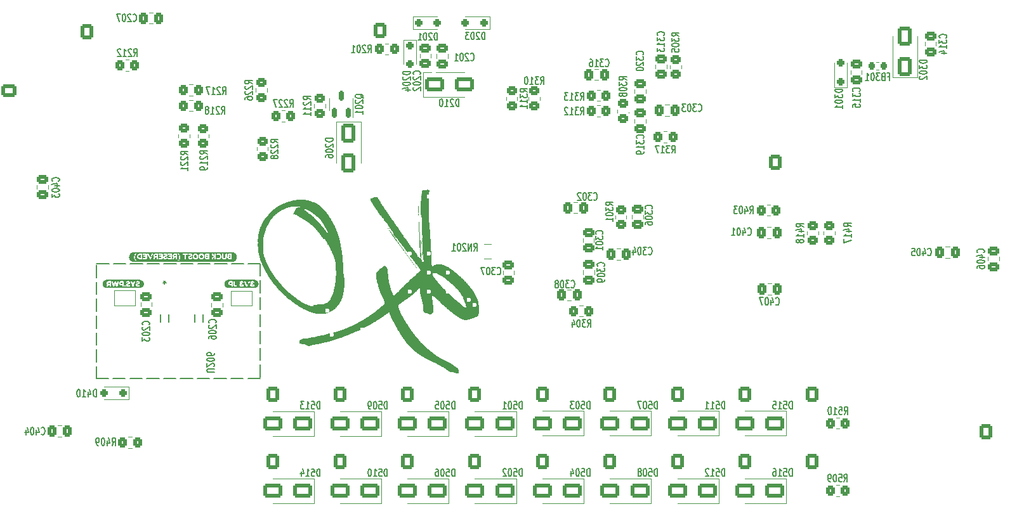
<source format=gbo>
G04 #@! TF.GenerationSoftware,KiCad,Pcbnew,7.0.10*
G04 #@! TF.CreationDate,2024-03-07T14:57:28-05:00*
G04 #@! TF.ProjectId,ECE477_PCBDesign,45434534-3737-45f5-9043-424465736967,1*
G04 #@! TF.SameCoordinates,Original*
G04 #@! TF.FileFunction,Legend,Bot*
G04 #@! TF.FilePolarity,Positive*
%FSLAX46Y46*%
G04 Gerber Fmt 4.6, Leading zero omitted, Abs format (unit mm)*
G04 Created by KiCad (PCBNEW 7.0.10) date 2024-03-07 14:57:28*
%MOMM*%
%LPD*%
G01*
G04 APERTURE LIST*
G04 Aperture macros list*
%AMRoundRect*
0 Rectangle with rounded corners*
0 $1 Rounding radius*
0 $2 $3 $4 $5 $6 $7 $8 $9 X,Y pos of 4 corners*
0 Add a 4 corners polygon primitive as box body*
4,1,4,$2,$3,$4,$5,$6,$7,$8,$9,$2,$3,0*
0 Add four circle primitives for the rounded corners*
1,1,$1+$1,$2,$3*
1,1,$1+$1,$4,$5*
1,1,$1+$1,$6,$7*
1,1,$1+$1,$8,$9*
0 Add four rect primitives between the rounded corners*
20,1,$1+$1,$2,$3,$4,$5,0*
20,1,$1+$1,$4,$5,$6,$7,0*
20,1,$1+$1,$6,$7,$8,$9,0*
20,1,$1+$1,$8,$9,$2,$3,0*%
G04 Aperture macros list end*
%ADD10C,0.150000*%
%ADD11C,0.120000*%
%ADD12C,0.152400*%
%ADD13R,1.700000X1.700000*%
%ADD14O,1.700000X1.700000*%
%ADD15RoundRect,0.250000X-0.750000X0.600000X-0.750000X-0.600000X0.750000X-0.600000X0.750000X0.600000X0*%
%ADD16O,2.000000X1.700000*%
%ADD17RoundRect,0.250000X-0.600000X-0.750000X0.600000X-0.750000X0.600000X0.750000X-0.600000X0.750000X0*%
%ADD18O,1.700000X2.000000*%
%ADD19RoundRect,0.250000X0.600000X0.750000X-0.600000X0.750000X-0.600000X-0.750000X0.600000X-0.750000X0*%
%ADD20C,1.700000*%
%ADD21C,1.320800*%
%ADD22C,3.200000*%
%ADD23O,5.000000X5.000000*%
%ADD24C,1.600000*%
%ADD25C,2.000000*%
%ADD26RoundRect,0.250000X-0.337500X-0.475000X0.337500X-0.475000X0.337500X0.475000X-0.337500X0.475000X0*%
%ADD27RoundRect,0.250000X1.000000X0.650000X-1.000000X0.650000X-1.000000X-0.650000X1.000000X-0.650000X0*%
%ADD28RoundRect,0.250000X-0.350000X-0.450000X0.350000X-0.450000X0.350000X0.450000X-0.350000X0.450000X0*%
%ADD29RoundRect,0.250000X0.350000X0.450000X-0.350000X0.450000X-0.350000X-0.450000X0.350000X-0.450000X0*%
%ADD30RoundRect,0.250000X-0.450000X0.350000X-0.450000X-0.350000X0.450000X-0.350000X0.450000X0.350000X0*%
%ADD31RoundRect,0.218750X0.218750X0.256250X-0.218750X0.256250X-0.218750X-0.256250X0.218750X-0.256250X0*%
%ADD32RoundRect,0.250000X0.475000X-0.337500X0.475000X0.337500X-0.475000X0.337500X-0.475000X-0.337500X0*%
%ADD33RoundRect,0.250000X0.450000X-0.350000X0.450000X0.350000X-0.450000X0.350000X-0.450000X-0.350000X0*%
%ADD34RoundRect,0.250000X0.337500X0.475000X-0.337500X0.475000X-0.337500X-0.475000X0.337500X-0.475000X0*%
%ADD35R,0.700000X0.640000*%
%ADD36RoundRect,0.250000X0.250000X-0.250000X0.250000X0.250000X-0.250000X0.250000X-0.250000X-0.250000X0*%
%ADD37RoundRect,0.250000X0.250000X0.250000X-0.250000X0.250000X-0.250000X-0.250000X0.250000X-0.250000X0*%
%ADD38RoundRect,0.250000X-0.475000X0.337500X-0.475000X-0.337500X0.475000X-0.337500X0.475000X0.337500X0*%
%ADD39RoundRect,0.250000X-0.250000X0.250000X-0.250000X-0.250000X0.250000X-0.250000X0.250000X0.250000X0*%
%ADD40RoundRect,0.250000X0.650000X-1.000000X0.650000X1.000000X-0.650000X1.000000X-0.650000X-1.000000X0*%
%ADD41R,1.000000X1.500000*%
%ADD42RoundRect,0.150000X0.150000X-0.512500X0.150000X0.512500X-0.150000X0.512500X-0.150000X-0.512500X0*%
%ADD43RoundRect,0.250000X-0.250000X-0.250000X0.250000X-0.250000X0.250000X0.250000X-0.250000X0.250000X0*%
%ADD44R,1.117600X3.302000*%
%ADD45C,4.000000*%
%ADD46R,5.689600X6.400800*%
%ADD47RoundRect,0.250000X-0.650000X1.000000X-0.650000X-1.000000X0.650000X-1.000000X0.650000X1.000000X0*%
%ADD48RoundRect,0.250000X-1.000000X-0.650000X1.000000X-0.650000X1.000000X0.650000X-1.000000X0.650000X0*%
%ADD49C,0.600000*%
%ADD50C,0.700000*%
%ADD51C,0.500000*%
%ADD52C,0.800000*%
G04 APERTURE END LIST*
D10*
X164060000Y-138490000D02*
X165710000Y-138490000D01*
X166310000Y-138490000D02*
X167960000Y-138490000D01*
X168560000Y-138490000D02*
X170210000Y-138490000D01*
X170810000Y-138490000D02*
X172460000Y-138490000D01*
X173060000Y-138490000D02*
X174710000Y-138490000D01*
X175310000Y-138490000D02*
X176960000Y-138490000D01*
X177560000Y-138490000D02*
X179210000Y-138490000D01*
X179810000Y-138490000D02*
X181460000Y-138490000D01*
X182060000Y-138490000D02*
X183710000Y-138490000D01*
X184310000Y-138490000D02*
X185900000Y-138490000D01*
X185900000Y-138490000D02*
X185900000Y-140140000D01*
X185900000Y-140740000D02*
X185900000Y-142390000D01*
X185900000Y-142990000D02*
X185900000Y-144640000D01*
X185900000Y-145240000D02*
X185900000Y-146890000D01*
X185900000Y-147490000D02*
X185900000Y-149140000D01*
X185900000Y-149740000D02*
X185900000Y-151390000D01*
X185900000Y-151990000D02*
X185900000Y-153640000D01*
X185900000Y-153850000D02*
X184250000Y-153850000D01*
X183650000Y-153850000D02*
X182000000Y-153850000D01*
X181400000Y-153850000D02*
X179750000Y-153850000D01*
X179150000Y-153850000D02*
X177500000Y-153850000D01*
X176900000Y-153850000D02*
X175250000Y-153850000D01*
X174650000Y-153850000D02*
X173000000Y-153850000D01*
X172400000Y-153850000D02*
X170750000Y-153850000D01*
X170150000Y-153850000D02*
X168500000Y-153850000D01*
X167900000Y-153850000D02*
X166250000Y-153850000D01*
X165650000Y-153850000D02*
X164060000Y-153850000D01*
X164060000Y-153850000D02*
X164060000Y-152200000D01*
X164060000Y-151600000D02*
X164060000Y-149950000D01*
X164060000Y-149350000D02*
X164060000Y-147700000D01*
X164060000Y-147100000D02*
X164060000Y-145450000D01*
X164060000Y-144850000D02*
X164060000Y-143200000D01*
X164060000Y-142600000D02*
X164060000Y-140950000D01*
X164060000Y-140350000D02*
X164060000Y-138700000D01*
X250964286Y-134619580D02*
X251000000Y-134667200D01*
X251000000Y-134667200D02*
X251107143Y-134714819D01*
X251107143Y-134714819D02*
X251178571Y-134714819D01*
X251178571Y-134714819D02*
X251285714Y-134667200D01*
X251285714Y-134667200D02*
X251357143Y-134571961D01*
X251357143Y-134571961D02*
X251392857Y-134476723D01*
X251392857Y-134476723D02*
X251428571Y-134286247D01*
X251428571Y-134286247D02*
X251428571Y-134143390D01*
X251428571Y-134143390D02*
X251392857Y-133952914D01*
X251392857Y-133952914D02*
X251357143Y-133857676D01*
X251357143Y-133857676D02*
X251285714Y-133762438D01*
X251285714Y-133762438D02*
X251178571Y-133714819D01*
X251178571Y-133714819D02*
X251107143Y-133714819D01*
X251107143Y-133714819D02*
X251000000Y-133762438D01*
X251000000Y-133762438D02*
X250964286Y-133810057D01*
X250321429Y-134048152D02*
X250321429Y-134714819D01*
X250500000Y-133667200D02*
X250678571Y-134381485D01*
X250678571Y-134381485D02*
X250214286Y-134381485D01*
X249785714Y-133714819D02*
X249714285Y-133714819D01*
X249714285Y-133714819D02*
X249642857Y-133762438D01*
X249642857Y-133762438D02*
X249607143Y-133810057D01*
X249607143Y-133810057D02*
X249571428Y-133905295D01*
X249571428Y-133905295D02*
X249535714Y-134095771D01*
X249535714Y-134095771D02*
X249535714Y-134333866D01*
X249535714Y-134333866D02*
X249571428Y-134524342D01*
X249571428Y-134524342D02*
X249607143Y-134619580D01*
X249607143Y-134619580D02*
X249642857Y-134667200D01*
X249642857Y-134667200D02*
X249714285Y-134714819D01*
X249714285Y-134714819D02*
X249785714Y-134714819D01*
X249785714Y-134714819D02*
X249857143Y-134667200D01*
X249857143Y-134667200D02*
X249892857Y-134619580D01*
X249892857Y-134619580D02*
X249928571Y-134524342D01*
X249928571Y-134524342D02*
X249964285Y-134333866D01*
X249964285Y-134333866D02*
X249964285Y-134095771D01*
X249964285Y-134095771D02*
X249928571Y-133905295D01*
X249928571Y-133905295D02*
X249892857Y-133810057D01*
X249892857Y-133810057D02*
X249857143Y-133762438D01*
X249857143Y-133762438D02*
X249785714Y-133714819D01*
X248821428Y-134714819D02*
X249249999Y-134714819D01*
X249035714Y-134714819D02*
X249035714Y-133714819D01*
X249035714Y-133714819D02*
X249107142Y-133857676D01*
X249107142Y-133857676D02*
X249178571Y-133952914D01*
X249178571Y-133952914D02*
X249249999Y-134000533D01*
X256892857Y-157879819D02*
X256892857Y-156879819D01*
X256892857Y-156879819D02*
X256714286Y-156879819D01*
X256714286Y-156879819D02*
X256607143Y-156927438D01*
X256607143Y-156927438D02*
X256535714Y-157022676D01*
X256535714Y-157022676D02*
X256500000Y-157117914D01*
X256500000Y-157117914D02*
X256464286Y-157308390D01*
X256464286Y-157308390D02*
X256464286Y-157451247D01*
X256464286Y-157451247D02*
X256500000Y-157641723D01*
X256500000Y-157641723D02*
X256535714Y-157736961D01*
X256535714Y-157736961D02*
X256607143Y-157832200D01*
X256607143Y-157832200D02*
X256714286Y-157879819D01*
X256714286Y-157879819D02*
X256892857Y-157879819D01*
X255785714Y-156879819D02*
X256142857Y-156879819D01*
X256142857Y-156879819D02*
X256178571Y-157356009D01*
X256178571Y-157356009D02*
X256142857Y-157308390D01*
X256142857Y-157308390D02*
X256071429Y-157260771D01*
X256071429Y-157260771D02*
X255892857Y-157260771D01*
X255892857Y-157260771D02*
X255821429Y-157308390D01*
X255821429Y-157308390D02*
X255785714Y-157356009D01*
X255785714Y-157356009D02*
X255750000Y-157451247D01*
X255750000Y-157451247D02*
X255750000Y-157689342D01*
X255750000Y-157689342D02*
X255785714Y-157784580D01*
X255785714Y-157784580D02*
X255821429Y-157832200D01*
X255821429Y-157832200D02*
X255892857Y-157879819D01*
X255892857Y-157879819D02*
X256071429Y-157879819D01*
X256071429Y-157879819D02*
X256142857Y-157832200D01*
X256142857Y-157832200D02*
X256178571Y-157784580D01*
X255035714Y-157879819D02*
X255464285Y-157879819D01*
X255250000Y-157879819D02*
X255250000Y-156879819D01*
X255250000Y-156879819D02*
X255321428Y-157022676D01*
X255321428Y-157022676D02*
X255392857Y-157117914D01*
X255392857Y-157117914D02*
X255464285Y-157165533D01*
X254357142Y-156879819D02*
X254714285Y-156879819D01*
X254714285Y-156879819D02*
X254749999Y-157356009D01*
X254749999Y-157356009D02*
X254714285Y-157308390D01*
X254714285Y-157308390D02*
X254642857Y-157260771D01*
X254642857Y-157260771D02*
X254464285Y-157260771D01*
X254464285Y-157260771D02*
X254392857Y-157308390D01*
X254392857Y-157308390D02*
X254357142Y-157356009D01*
X254357142Y-157356009D02*
X254321428Y-157451247D01*
X254321428Y-157451247D02*
X254321428Y-157689342D01*
X254321428Y-157689342D02*
X254357142Y-157784580D01*
X254357142Y-157784580D02*
X254392857Y-157832200D01*
X254392857Y-157832200D02*
X254464285Y-157879819D01*
X254464285Y-157879819D02*
X254642857Y-157879819D01*
X254642857Y-157879819D02*
X254714285Y-157832200D01*
X254714285Y-157832200D02*
X254749999Y-157784580D01*
X180739286Y-118494819D02*
X180989286Y-118018628D01*
X181167857Y-118494819D02*
X181167857Y-117494819D01*
X181167857Y-117494819D02*
X180882143Y-117494819D01*
X180882143Y-117494819D02*
X180810714Y-117542438D01*
X180810714Y-117542438D02*
X180775000Y-117590057D01*
X180775000Y-117590057D02*
X180739286Y-117685295D01*
X180739286Y-117685295D02*
X180739286Y-117828152D01*
X180739286Y-117828152D02*
X180775000Y-117923390D01*
X180775000Y-117923390D02*
X180810714Y-117971009D01*
X180810714Y-117971009D02*
X180882143Y-118018628D01*
X180882143Y-118018628D02*
X181167857Y-118018628D01*
X180453571Y-117590057D02*
X180417857Y-117542438D01*
X180417857Y-117542438D02*
X180346429Y-117494819D01*
X180346429Y-117494819D02*
X180167857Y-117494819D01*
X180167857Y-117494819D02*
X180096429Y-117542438D01*
X180096429Y-117542438D02*
X180060714Y-117590057D01*
X180060714Y-117590057D02*
X180025000Y-117685295D01*
X180025000Y-117685295D02*
X180025000Y-117780533D01*
X180025000Y-117780533D02*
X180060714Y-117923390D01*
X180060714Y-117923390D02*
X180489286Y-118494819D01*
X180489286Y-118494819D02*
X180025000Y-118494819D01*
X179310714Y-118494819D02*
X179739285Y-118494819D01*
X179525000Y-118494819D02*
X179525000Y-117494819D01*
X179525000Y-117494819D02*
X179596428Y-117637676D01*
X179596428Y-117637676D02*
X179667857Y-117732914D01*
X179667857Y-117732914D02*
X179739285Y-117780533D01*
X178882142Y-117923390D02*
X178953571Y-117875771D01*
X178953571Y-117875771D02*
X178989285Y-117828152D01*
X178989285Y-117828152D02*
X179024999Y-117732914D01*
X179024999Y-117732914D02*
X179024999Y-117685295D01*
X179024999Y-117685295D02*
X178989285Y-117590057D01*
X178989285Y-117590057D02*
X178953571Y-117542438D01*
X178953571Y-117542438D02*
X178882142Y-117494819D01*
X178882142Y-117494819D02*
X178739285Y-117494819D01*
X178739285Y-117494819D02*
X178667857Y-117542438D01*
X178667857Y-117542438D02*
X178632142Y-117590057D01*
X178632142Y-117590057D02*
X178596428Y-117685295D01*
X178596428Y-117685295D02*
X178596428Y-117732914D01*
X178596428Y-117732914D02*
X178632142Y-117828152D01*
X178632142Y-117828152D02*
X178667857Y-117875771D01*
X178667857Y-117875771D02*
X178739285Y-117923390D01*
X178739285Y-117923390D02*
X178882142Y-117923390D01*
X178882142Y-117923390D02*
X178953571Y-117971009D01*
X178953571Y-117971009D02*
X178989285Y-118018628D01*
X178989285Y-118018628D02*
X179024999Y-118113866D01*
X179024999Y-118113866D02*
X179024999Y-118304342D01*
X179024999Y-118304342D02*
X178989285Y-118399580D01*
X178989285Y-118399580D02*
X178953571Y-118447200D01*
X178953571Y-118447200D02*
X178882142Y-118494819D01*
X178882142Y-118494819D02*
X178739285Y-118494819D01*
X178739285Y-118494819D02*
X178667857Y-118447200D01*
X178667857Y-118447200D02*
X178632142Y-118399580D01*
X178632142Y-118399580D02*
X178596428Y-118304342D01*
X178596428Y-118304342D02*
X178596428Y-118113866D01*
X178596428Y-118113866D02*
X178632142Y-118018628D01*
X178632142Y-118018628D02*
X178667857Y-117971009D01*
X178667857Y-117971009D02*
X178739285Y-117923390D01*
X193867857Y-166904819D02*
X193867857Y-165904819D01*
X193867857Y-165904819D02*
X193689286Y-165904819D01*
X193689286Y-165904819D02*
X193582143Y-165952438D01*
X193582143Y-165952438D02*
X193510714Y-166047676D01*
X193510714Y-166047676D02*
X193475000Y-166142914D01*
X193475000Y-166142914D02*
X193439286Y-166333390D01*
X193439286Y-166333390D02*
X193439286Y-166476247D01*
X193439286Y-166476247D02*
X193475000Y-166666723D01*
X193475000Y-166666723D02*
X193510714Y-166761961D01*
X193510714Y-166761961D02*
X193582143Y-166857200D01*
X193582143Y-166857200D02*
X193689286Y-166904819D01*
X193689286Y-166904819D02*
X193867857Y-166904819D01*
X192760714Y-165904819D02*
X193117857Y-165904819D01*
X193117857Y-165904819D02*
X193153571Y-166381009D01*
X193153571Y-166381009D02*
X193117857Y-166333390D01*
X193117857Y-166333390D02*
X193046429Y-166285771D01*
X193046429Y-166285771D02*
X192867857Y-166285771D01*
X192867857Y-166285771D02*
X192796429Y-166333390D01*
X192796429Y-166333390D02*
X192760714Y-166381009D01*
X192760714Y-166381009D02*
X192725000Y-166476247D01*
X192725000Y-166476247D02*
X192725000Y-166714342D01*
X192725000Y-166714342D02*
X192760714Y-166809580D01*
X192760714Y-166809580D02*
X192796429Y-166857200D01*
X192796429Y-166857200D02*
X192867857Y-166904819D01*
X192867857Y-166904819D02*
X193046429Y-166904819D01*
X193046429Y-166904819D02*
X193117857Y-166857200D01*
X193117857Y-166857200D02*
X193153571Y-166809580D01*
X192010714Y-166904819D02*
X192439285Y-166904819D01*
X192225000Y-166904819D02*
X192225000Y-165904819D01*
X192225000Y-165904819D02*
X192296428Y-166047676D01*
X192296428Y-166047676D02*
X192367857Y-166142914D01*
X192367857Y-166142914D02*
X192439285Y-166190533D01*
X191367857Y-166238152D02*
X191367857Y-166904819D01*
X191546428Y-165857200D02*
X191724999Y-166571485D01*
X191724999Y-166571485D02*
X191260714Y-166571485D01*
X200259286Y-110294819D02*
X200509286Y-109818628D01*
X200687857Y-110294819D02*
X200687857Y-109294819D01*
X200687857Y-109294819D02*
X200402143Y-109294819D01*
X200402143Y-109294819D02*
X200330714Y-109342438D01*
X200330714Y-109342438D02*
X200295000Y-109390057D01*
X200295000Y-109390057D02*
X200259286Y-109485295D01*
X200259286Y-109485295D02*
X200259286Y-109628152D01*
X200259286Y-109628152D02*
X200295000Y-109723390D01*
X200295000Y-109723390D02*
X200330714Y-109771009D01*
X200330714Y-109771009D02*
X200402143Y-109818628D01*
X200402143Y-109818628D02*
X200687857Y-109818628D01*
X199973571Y-109390057D02*
X199937857Y-109342438D01*
X199937857Y-109342438D02*
X199866429Y-109294819D01*
X199866429Y-109294819D02*
X199687857Y-109294819D01*
X199687857Y-109294819D02*
X199616429Y-109342438D01*
X199616429Y-109342438D02*
X199580714Y-109390057D01*
X199580714Y-109390057D02*
X199545000Y-109485295D01*
X199545000Y-109485295D02*
X199545000Y-109580533D01*
X199545000Y-109580533D02*
X199580714Y-109723390D01*
X199580714Y-109723390D02*
X200009286Y-110294819D01*
X200009286Y-110294819D02*
X199545000Y-110294819D01*
X199080714Y-109294819D02*
X199009285Y-109294819D01*
X199009285Y-109294819D02*
X198937857Y-109342438D01*
X198937857Y-109342438D02*
X198902143Y-109390057D01*
X198902143Y-109390057D02*
X198866428Y-109485295D01*
X198866428Y-109485295D02*
X198830714Y-109675771D01*
X198830714Y-109675771D02*
X198830714Y-109913866D01*
X198830714Y-109913866D02*
X198866428Y-110104342D01*
X198866428Y-110104342D02*
X198902143Y-110199580D01*
X198902143Y-110199580D02*
X198937857Y-110247200D01*
X198937857Y-110247200D02*
X199009285Y-110294819D01*
X199009285Y-110294819D02*
X199080714Y-110294819D01*
X199080714Y-110294819D02*
X199152143Y-110247200D01*
X199152143Y-110247200D02*
X199187857Y-110199580D01*
X199187857Y-110199580D02*
X199223571Y-110104342D01*
X199223571Y-110104342D02*
X199259285Y-109913866D01*
X199259285Y-109913866D02*
X199259285Y-109675771D01*
X199259285Y-109675771D02*
X199223571Y-109485295D01*
X199223571Y-109485295D02*
X199187857Y-109390057D01*
X199187857Y-109390057D02*
X199152143Y-109342438D01*
X199152143Y-109342438D02*
X199080714Y-109294819D01*
X198116428Y-110294819D02*
X198544999Y-110294819D01*
X198330714Y-110294819D02*
X198330714Y-109294819D01*
X198330714Y-109294819D02*
X198402142Y-109437676D01*
X198402142Y-109437676D02*
X198473571Y-109532914D01*
X198473571Y-109532914D02*
X198544999Y-109580533D01*
X202867857Y-157904819D02*
X202867857Y-156904819D01*
X202867857Y-156904819D02*
X202689286Y-156904819D01*
X202689286Y-156904819D02*
X202582143Y-156952438D01*
X202582143Y-156952438D02*
X202510714Y-157047676D01*
X202510714Y-157047676D02*
X202475000Y-157142914D01*
X202475000Y-157142914D02*
X202439286Y-157333390D01*
X202439286Y-157333390D02*
X202439286Y-157476247D01*
X202439286Y-157476247D02*
X202475000Y-157666723D01*
X202475000Y-157666723D02*
X202510714Y-157761961D01*
X202510714Y-157761961D02*
X202582143Y-157857200D01*
X202582143Y-157857200D02*
X202689286Y-157904819D01*
X202689286Y-157904819D02*
X202867857Y-157904819D01*
X201760714Y-156904819D02*
X202117857Y-156904819D01*
X202117857Y-156904819D02*
X202153571Y-157381009D01*
X202153571Y-157381009D02*
X202117857Y-157333390D01*
X202117857Y-157333390D02*
X202046429Y-157285771D01*
X202046429Y-157285771D02*
X201867857Y-157285771D01*
X201867857Y-157285771D02*
X201796429Y-157333390D01*
X201796429Y-157333390D02*
X201760714Y-157381009D01*
X201760714Y-157381009D02*
X201725000Y-157476247D01*
X201725000Y-157476247D02*
X201725000Y-157714342D01*
X201725000Y-157714342D02*
X201760714Y-157809580D01*
X201760714Y-157809580D02*
X201796429Y-157857200D01*
X201796429Y-157857200D02*
X201867857Y-157904819D01*
X201867857Y-157904819D02*
X202046429Y-157904819D01*
X202046429Y-157904819D02*
X202117857Y-157857200D01*
X202117857Y-157857200D02*
X202153571Y-157809580D01*
X201260714Y-156904819D02*
X201189285Y-156904819D01*
X201189285Y-156904819D02*
X201117857Y-156952438D01*
X201117857Y-156952438D02*
X201082143Y-157000057D01*
X201082143Y-157000057D02*
X201046428Y-157095295D01*
X201046428Y-157095295D02*
X201010714Y-157285771D01*
X201010714Y-157285771D02*
X201010714Y-157523866D01*
X201010714Y-157523866D02*
X201046428Y-157714342D01*
X201046428Y-157714342D02*
X201082143Y-157809580D01*
X201082143Y-157809580D02*
X201117857Y-157857200D01*
X201117857Y-157857200D02*
X201189285Y-157904819D01*
X201189285Y-157904819D02*
X201260714Y-157904819D01*
X201260714Y-157904819D02*
X201332143Y-157857200D01*
X201332143Y-157857200D02*
X201367857Y-157809580D01*
X201367857Y-157809580D02*
X201403571Y-157714342D01*
X201403571Y-157714342D02*
X201439285Y-157523866D01*
X201439285Y-157523866D02*
X201439285Y-157285771D01*
X201439285Y-157285771D02*
X201403571Y-157095295D01*
X201403571Y-157095295D02*
X201367857Y-157000057D01*
X201367857Y-157000057D02*
X201332143Y-156952438D01*
X201332143Y-156952438D02*
X201260714Y-156904819D01*
X200653571Y-157904819D02*
X200510714Y-157904819D01*
X200510714Y-157904819D02*
X200439285Y-157857200D01*
X200439285Y-157857200D02*
X200403571Y-157809580D01*
X200403571Y-157809580D02*
X200332142Y-157666723D01*
X200332142Y-157666723D02*
X200296428Y-157476247D01*
X200296428Y-157476247D02*
X200296428Y-157095295D01*
X200296428Y-157095295D02*
X200332142Y-157000057D01*
X200332142Y-157000057D02*
X200367857Y-156952438D01*
X200367857Y-156952438D02*
X200439285Y-156904819D01*
X200439285Y-156904819D02*
X200582142Y-156904819D01*
X200582142Y-156904819D02*
X200653571Y-156952438D01*
X200653571Y-156952438D02*
X200689285Y-157000057D01*
X200689285Y-157000057D02*
X200724999Y-157095295D01*
X200724999Y-157095295D02*
X200724999Y-157333390D01*
X200724999Y-157333390D02*
X200689285Y-157428628D01*
X200689285Y-157428628D02*
X200653571Y-157476247D01*
X200653571Y-157476247D02*
X200582142Y-157523866D01*
X200582142Y-157523866D02*
X200439285Y-157523866D01*
X200439285Y-157523866D02*
X200367857Y-157476247D01*
X200367857Y-157476247D02*
X200332142Y-157428628D01*
X200332142Y-157428628D02*
X200296428Y-157333390D01*
X258432319Y-133560713D02*
X257956128Y-133310713D01*
X258432319Y-133132142D02*
X257432319Y-133132142D01*
X257432319Y-133132142D02*
X257432319Y-133417856D01*
X257432319Y-133417856D02*
X257479938Y-133489285D01*
X257479938Y-133489285D02*
X257527557Y-133524999D01*
X257527557Y-133524999D02*
X257622795Y-133560713D01*
X257622795Y-133560713D02*
X257765652Y-133560713D01*
X257765652Y-133560713D02*
X257860890Y-133524999D01*
X257860890Y-133524999D02*
X257908509Y-133489285D01*
X257908509Y-133489285D02*
X257956128Y-133417856D01*
X257956128Y-133417856D02*
X257956128Y-133132142D01*
X257765652Y-134203571D02*
X258432319Y-134203571D01*
X257384700Y-134024999D02*
X258098985Y-133846428D01*
X258098985Y-133846428D02*
X258098985Y-134310713D01*
X258432319Y-134989285D02*
X258432319Y-134560714D01*
X258432319Y-134774999D02*
X257432319Y-134774999D01*
X257432319Y-134774999D02*
X257575176Y-134703571D01*
X257575176Y-134703571D02*
X257670414Y-134632142D01*
X257670414Y-134632142D02*
X257718033Y-134560714D01*
X257860890Y-135417857D02*
X257813271Y-135346428D01*
X257813271Y-135346428D02*
X257765652Y-135310714D01*
X257765652Y-135310714D02*
X257670414Y-135275000D01*
X257670414Y-135275000D02*
X257622795Y-135275000D01*
X257622795Y-135275000D02*
X257527557Y-135310714D01*
X257527557Y-135310714D02*
X257479938Y-135346428D01*
X257479938Y-135346428D02*
X257432319Y-135417857D01*
X257432319Y-135417857D02*
X257432319Y-135560714D01*
X257432319Y-135560714D02*
X257479938Y-135632143D01*
X257479938Y-135632143D02*
X257527557Y-135667857D01*
X257527557Y-135667857D02*
X257622795Y-135703571D01*
X257622795Y-135703571D02*
X257670414Y-135703571D01*
X257670414Y-135703571D02*
X257765652Y-135667857D01*
X257765652Y-135667857D02*
X257813271Y-135632143D01*
X257813271Y-135632143D02*
X257860890Y-135560714D01*
X257860890Y-135560714D02*
X257860890Y-135417857D01*
X257860890Y-135417857D02*
X257908509Y-135346428D01*
X257908509Y-135346428D02*
X257956128Y-135310714D01*
X257956128Y-135310714D02*
X258051366Y-135275000D01*
X258051366Y-135275000D02*
X258241842Y-135275000D01*
X258241842Y-135275000D02*
X258337080Y-135310714D01*
X258337080Y-135310714D02*
X258384700Y-135346428D01*
X258384700Y-135346428D02*
X258432319Y-135417857D01*
X258432319Y-135417857D02*
X258432319Y-135560714D01*
X258432319Y-135560714D02*
X258384700Y-135632143D01*
X258384700Y-135632143D02*
X258337080Y-135667857D01*
X258337080Y-135667857D02*
X258241842Y-135703571D01*
X258241842Y-135703571D02*
X258051366Y-135703571D01*
X258051366Y-135703571D02*
X257956128Y-135667857D01*
X257956128Y-135667857D02*
X257908509Y-135632143D01*
X257908509Y-135632143D02*
X257860890Y-135560714D01*
X269659285Y-113511009D02*
X269909285Y-113511009D01*
X269909285Y-114034819D02*
X269909285Y-113034819D01*
X269909285Y-113034819D02*
X269552142Y-113034819D01*
X269016428Y-113511009D02*
X268909285Y-113558628D01*
X268909285Y-113558628D02*
X268873571Y-113606247D01*
X268873571Y-113606247D02*
X268837857Y-113701485D01*
X268837857Y-113701485D02*
X268837857Y-113844342D01*
X268837857Y-113844342D02*
X268873571Y-113939580D01*
X268873571Y-113939580D02*
X268909285Y-113987200D01*
X268909285Y-113987200D02*
X268980714Y-114034819D01*
X268980714Y-114034819D02*
X269266428Y-114034819D01*
X269266428Y-114034819D02*
X269266428Y-113034819D01*
X269266428Y-113034819D02*
X269016428Y-113034819D01*
X269016428Y-113034819D02*
X268945000Y-113082438D01*
X268945000Y-113082438D02*
X268909285Y-113130057D01*
X268909285Y-113130057D02*
X268873571Y-113225295D01*
X268873571Y-113225295D02*
X268873571Y-113320533D01*
X268873571Y-113320533D02*
X268909285Y-113415771D01*
X268909285Y-113415771D02*
X268945000Y-113463390D01*
X268945000Y-113463390D02*
X269016428Y-113511009D01*
X269016428Y-113511009D02*
X269266428Y-113511009D01*
X268587857Y-113034819D02*
X268123571Y-113034819D01*
X268123571Y-113034819D02*
X268373571Y-113415771D01*
X268373571Y-113415771D02*
X268266428Y-113415771D01*
X268266428Y-113415771D02*
X268195000Y-113463390D01*
X268195000Y-113463390D02*
X268159285Y-113511009D01*
X268159285Y-113511009D02*
X268123571Y-113606247D01*
X268123571Y-113606247D02*
X268123571Y-113844342D01*
X268123571Y-113844342D02*
X268159285Y-113939580D01*
X268159285Y-113939580D02*
X268195000Y-113987200D01*
X268195000Y-113987200D02*
X268266428Y-114034819D01*
X268266428Y-114034819D02*
X268480714Y-114034819D01*
X268480714Y-114034819D02*
X268552142Y-113987200D01*
X268552142Y-113987200D02*
X268587857Y-113939580D01*
X267659285Y-113034819D02*
X267587856Y-113034819D01*
X267587856Y-113034819D02*
X267516428Y-113082438D01*
X267516428Y-113082438D02*
X267480714Y-113130057D01*
X267480714Y-113130057D02*
X267444999Y-113225295D01*
X267444999Y-113225295D02*
X267409285Y-113415771D01*
X267409285Y-113415771D02*
X267409285Y-113653866D01*
X267409285Y-113653866D02*
X267444999Y-113844342D01*
X267444999Y-113844342D02*
X267480714Y-113939580D01*
X267480714Y-113939580D02*
X267516428Y-113987200D01*
X267516428Y-113987200D02*
X267587856Y-114034819D01*
X267587856Y-114034819D02*
X267659285Y-114034819D01*
X267659285Y-114034819D02*
X267730714Y-113987200D01*
X267730714Y-113987200D02*
X267766428Y-113939580D01*
X267766428Y-113939580D02*
X267802142Y-113844342D01*
X267802142Y-113844342D02*
X267837856Y-113653866D01*
X267837856Y-113653866D02*
X267837856Y-113415771D01*
X267837856Y-113415771D02*
X267802142Y-113225295D01*
X267802142Y-113225295D02*
X267766428Y-113130057D01*
X267766428Y-113130057D02*
X267730714Y-113082438D01*
X267730714Y-113082438D02*
X267659285Y-113034819D01*
X266694999Y-114034819D02*
X267123570Y-114034819D01*
X266909285Y-114034819D02*
X266909285Y-113034819D01*
X266909285Y-113034819D02*
X266980713Y-113177676D01*
X266980713Y-113177676D02*
X267052142Y-113272914D01*
X267052142Y-113272914D02*
X267123570Y-113320533D01*
X217539286Y-139889580D02*
X217575000Y-139937200D01*
X217575000Y-139937200D02*
X217682143Y-139984819D01*
X217682143Y-139984819D02*
X217753571Y-139984819D01*
X217753571Y-139984819D02*
X217860714Y-139937200D01*
X217860714Y-139937200D02*
X217932143Y-139841961D01*
X217932143Y-139841961D02*
X217967857Y-139746723D01*
X217967857Y-139746723D02*
X218003571Y-139556247D01*
X218003571Y-139556247D02*
X218003571Y-139413390D01*
X218003571Y-139413390D02*
X217967857Y-139222914D01*
X217967857Y-139222914D02*
X217932143Y-139127676D01*
X217932143Y-139127676D02*
X217860714Y-139032438D01*
X217860714Y-139032438D02*
X217753571Y-138984819D01*
X217753571Y-138984819D02*
X217682143Y-138984819D01*
X217682143Y-138984819D02*
X217575000Y-139032438D01*
X217575000Y-139032438D02*
X217539286Y-139080057D01*
X217289286Y-138984819D02*
X216825000Y-138984819D01*
X216825000Y-138984819D02*
X217075000Y-139365771D01*
X217075000Y-139365771D02*
X216967857Y-139365771D01*
X216967857Y-139365771D02*
X216896429Y-139413390D01*
X216896429Y-139413390D02*
X216860714Y-139461009D01*
X216860714Y-139461009D02*
X216825000Y-139556247D01*
X216825000Y-139556247D02*
X216825000Y-139794342D01*
X216825000Y-139794342D02*
X216860714Y-139889580D01*
X216860714Y-139889580D02*
X216896429Y-139937200D01*
X216896429Y-139937200D02*
X216967857Y-139984819D01*
X216967857Y-139984819D02*
X217182143Y-139984819D01*
X217182143Y-139984819D02*
X217253571Y-139937200D01*
X217253571Y-139937200D02*
X217289286Y-139889580D01*
X216360714Y-138984819D02*
X216289285Y-138984819D01*
X216289285Y-138984819D02*
X216217857Y-139032438D01*
X216217857Y-139032438D02*
X216182143Y-139080057D01*
X216182143Y-139080057D02*
X216146428Y-139175295D01*
X216146428Y-139175295D02*
X216110714Y-139365771D01*
X216110714Y-139365771D02*
X216110714Y-139603866D01*
X216110714Y-139603866D02*
X216146428Y-139794342D01*
X216146428Y-139794342D02*
X216182143Y-139889580D01*
X216182143Y-139889580D02*
X216217857Y-139937200D01*
X216217857Y-139937200D02*
X216289285Y-139984819D01*
X216289285Y-139984819D02*
X216360714Y-139984819D01*
X216360714Y-139984819D02*
X216432143Y-139937200D01*
X216432143Y-139937200D02*
X216467857Y-139889580D01*
X216467857Y-139889580D02*
X216503571Y-139794342D01*
X216503571Y-139794342D02*
X216539285Y-139603866D01*
X216539285Y-139603866D02*
X216539285Y-139365771D01*
X216539285Y-139365771D02*
X216503571Y-139175295D01*
X216503571Y-139175295D02*
X216467857Y-139080057D01*
X216467857Y-139080057D02*
X216432143Y-139032438D01*
X216432143Y-139032438D02*
X216360714Y-138984819D01*
X215860714Y-138984819D02*
X215360714Y-138984819D01*
X215360714Y-138984819D02*
X215682142Y-139984819D01*
X233004819Y-130680713D02*
X232528628Y-130430713D01*
X233004819Y-130252142D02*
X232004819Y-130252142D01*
X232004819Y-130252142D02*
X232004819Y-130537856D01*
X232004819Y-130537856D02*
X232052438Y-130609285D01*
X232052438Y-130609285D02*
X232100057Y-130644999D01*
X232100057Y-130644999D02*
X232195295Y-130680713D01*
X232195295Y-130680713D02*
X232338152Y-130680713D01*
X232338152Y-130680713D02*
X232433390Y-130644999D01*
X232433390Y-130644999D02*
X232481009Y-130609285D01*
X232481009Y-130609285D02*
X232528628Y-130537856D01*
X232528628Y-130537856D02*
X232528628Y-130252142D01*
X232004819Y-130930713D02*
X232004819Y-131394999D01*
X232004819Y-131394999D02*
X232385771Y-131144999D01*
X232385771Y-131144999D02*
X232385771Y-131252142D01*
X232385771Y-131252142D02*
X232433390Y-131323571D01*
X232433390Y-131323571D02*
X232481009Y-131359285D01*
X232481009Y-131359285D02*
X232576247Y-131394999D01*
X232576247Y-131394999D02*
X232814342Y-131394999D01*
X232814342Y-131394999D02*
X232909580Y-131359285D01*
X232909580Y-131359285D02*
X232957200Y-131323571D01*
X232957200Y-131323571D02*
X233004819Y-131252142D01*
X233004819Y-131252142D02*
X233004819Y-131037856D01*
X233004819Y-131037856D02*
X232957200Y-130966428D01*
X232957200Y-130966428D02*
X232909580Y-130930713D01*
X232004819Y-131859285D02*
X232004819Y-131930714D01*
X232004819Y-131930714D02*
X232052438Y-132002142D01*
X232052438Y-132002142D02*
X232100057Y-132037857D01*
X232100057Y-132037857D02*
X232195295Y-132073571D01*
X232195295Y-132073571D02*
X232385771Y-132109285D01*
X232385771Y-132109285D02*
X232623866Y-132109285D01*
X232623866Y-132109285D02*
X232814342Y-132073571D01*
X232814342Y-132073571D02*
X232909580Y-132037857D01*
X232909580Y-132037857D02*
X232957200Y-132002142D01*
X232957200Y-132002142D02*
X233004819Y-131930714D01*
X233004819Y-131930714D02*
X233004819Y-131859285D01*
X233004819Y-131859285D02*
X232957200Y-131787857D01*
X232957200Y-131787857D02*
X232909580Y-131752142D01*
X232909580Y-131752142D02*
X232814342Y-131716428D01*
X232814342Y-131716428D02*
X232623866Y-131680714D01*
X232623866Y-131680714D02*
X232385771Y-131680714D01*
X232385771Y-131680714D02*
X232195295Y-131716428D01*
X232195295Y-131716428D02*
X232100057Y-131752142D01*
X232100057Y-131752142D02*
X232052438Y-131787857D01*
X232052438Y-131787857D02*
X232004819Y-131859285D01*
X233004819Y-132823571D02*
X233004819Y-132395000D01*
X233004819Y-132609285D02*
X232004819Y-132609285D01*
X232004819Y-132609285D02*
X232147676Y-132537857D01*
X232147676Y-132537857D02*
X232242914Y-132466428D01*
X232242914Y-132466428D02*
X232290533Y-132395000D01*
X274979286Y-137349580D02*
X275015000Y-137397200D01*
X275015000Y-137397200D02*
X275122143Y-137444819D01*
X275122143Y-137444819D02*
X275193571Y-137444819D01*
X275193571Y-137444819D02*
X275300714Y-137397200D01*
X275300714Y-137397200D02*
X275372143Y-137301961D01*
X275372143Y-137301961D02*
X275407857Y-137206723D01*
X275407857Y-137206723D02*
X275443571Y-137016247D01*
X275443571Y-137016247D02*
X275443571Y-136873390D01*
X275443571Y-136873390D02*
X275407857Y-136682914D01*
X275407857Y-136682914D02*
X275372143Y-136587676D01*
X275372143Y-136587676D02*
X275300714Y-136492438D01*
X275300714Y-136492438D02*
X275193571Y-136444819D01*
X275193571Y-136444819D02*
X275122143Y-136444819D01*
X275122143Y-136444819D02*
X275015000Y-136492438D01*
X275015000Y-136492438D02*
X274979286Y-136540057D01*
X274336429Y-136778152D02*
X274336429Y-137444819D01*
X274515000Y-136397200D02*
X274693571Y-137111485D01*
X274693571Y-137111485D02*
X274229286Y-137111485D01*
X273800714Y-136444819D02*
X273729285Y-136444819D01*
X273729285Y-136444819D02*
X273657857Y-136492438D01*
X273657857Y-136492438D02*
X273622143Y-136540057D01*
X273622143Y-136540057D02*
X273586428Y-136635295D01*
X273586428Y-136635295D02*
X273550714Y-136825771D01*
X273550714Y-136825771D02*
X273550714Y-137063866D01*
X273550714Y-137063866D02*
X273586428Y-137254342D01*
X273586428Y-137254342D02*
X273622143Y-137349580D01*
X273622143Y-137349580D02*
X273657857Y-137397200D01*
X273657857Y-137397200D02*
X273729285Y-137444819D01*
X273729285Y-137444819D02*
X273800714Y-137444819D01*
X273800714Y-137444819D02*
X273872143Y-137397200D01*
X273872143Y-137397200D02*
X273907857Y-137349580D01*
X273907857Y-137349580D02*
X273943571Y-137254342D01*
X273943571Y-137254342D02*
X273979285Y-137063866D01*
X273979285Y-137063866D02*
X273979285Y-136825771D01*
X273979285Y-136825771D02*
X273943571Y-136635295D01*
X273943571Y-136635295D02*
X273907857Y-136540057D01*
X273907857Y-136540057D02*
X273872143Y-136492438D01*
X273872143Y-136492438D02*
X273800714Y-136444819D01*
X272872142Y-136444819D02*
X273229285Y-136444819D01*
X273229285Y-136444819D02*
X273264999Y-136921009D01*
X273264999Y-136921009D02*
X273229285Y-136873390D01*
X273229285Y-136873390D02*
X273157857Y-136825771D01*
X273157857Y-136825771D02*
X272979285Y-136825771D01*
X272979285Y-136825771D02*
X272907857Y-136873390D01*
X272907857Y-136873390D02*
X272872142Y-136921009D01*
X272872142Y-136921009D02*
X272836428Y-137016247D01*
X272836428Y-137016247D02*
X272836428Y-137254342D01*
X272836428Y-137254342D02*
X272872142Y-137349580D01*
X272872142Y-137349580D02*
X272907857Y-137397200D01*
X272907857Y-137397200D02*
X272979285Y-137444819D01*
X272979285Y-137444819D02*
X273157857Y-137444819D01*
X273157857Y-137444819D02*
X273229285Y-137397200D01*
X273229285Y-137397200D02*
X273264999Y-137349580D01*
X237729286Y-137199580D02*
X237765000Y-137247200D01*
X237765000Y-137247200D02*
X237872143Y-137294819D01*
X237872143Y-137294819D02*
X237943571Y-137294819D01*
X237943571Y-137294819D02*
X238050714Y-137247200D01*
X238050714Y-137247200D02*
X238122143Y-137151961D01*
X238122143Y-137151961D02*
X238157857Y-137056723D01*
X238157857Y-137056723D02*
X238193571Y-136866247D01*
X238193571Y-136866247D02*
X238193571Y-136723390D01*
X238193571Y-136723390D02*
X238157857Y-136532914D01*
X238157857Y-136532914D02*
X238122143Y-136437676D01*
X238122143Y-136437676D02*
X238050714Y-136342438D01*
X238050714Y-136342438D02*
X237943571Y-136294819D01*
X237943571Y-136294819D02*
X237872143Y-136294819D01*
X237872143Y-136294819D02*
X237765000Y-136342438D01*
X237765000Y-136342438D02*
X237729286Y-136390057D01*
X237479286Y-136294819D02*
X237015000Y-136294819D01*
X237015000Y-136294819D02*
X237265000Y-136675771D01*
X237265000Y-136675771D02*
X237157857Y-136675771D01*
X237157857Y-136675771D02*
X237086429Y-136723390D01*
X237086429Y-136723390D02*
X237050714Y-136771009D01*
X237050714Y-136771009D02*
X237015000Y-136866247D01*
X237015000Y-136866247D02*
X237015000Y-137104342D01*
X237015000Y-137104342D02*
X237050714Y-137199580D01*
X237050714Y-137199580D02*
X237086429Y-137247200D01*
X237086429Y-137247200D02*
X237157857Y-137294819D01*
X237157857Y-137294819D02*
X237372143Y-137294819D01*
X237372143Y-137294819D02*
X237443571Y-137247200D01*
X237443571Y-137247200D02*
X237479286Y-137199580D01*
X236550714Y-136294819D02*
X236479285Y-136294819D01*
X236479285Y-136294819D02*
X236407857Y-136342438D01*
X236407857Y-136342438D02*
X236372143Y-136390057D01*
X236372143Y-136390057D02*
X236336428Y-136485295D01*
X236336428Y-136485295D02*
X236300714Y-136675771D01*
X236300714Y-136675771D02*
X236300714Y-136913866D01*
X236300714Y-136913866D02*
X236336428Y-137104342D01*
X236336428Y-137104342D02*
X236372143Y-137199580D01*
X236372143Y-137199580D02*
X236407857Y-137247200D01*
X236407857Y-137247200D02*
X236479285Y-137294819D01*
X236479285Y-137294819D02*
X236550714Y-137294819D01*
X236550714Y-137294819D02*
X236622143Y-137247200D01*
X236622143Y-137247200D02*
X236657857Y-137199580D01*
X236657857Y-137199580D02*
X236693571Y-137104342D01*
X236693571Y-137104342D02*
X236729285Y-136913866D01*
X236729285Y-136913866D02*
X236729285Y-136675771D01*
X236729285Y-136675771D02*
X236693571Y-136485295D01*
X236693571Y-136485295D02*
X236657857Y-136390057D01*
X236657857Y-136390057D02*
X236622143Y-136342438D01*
X236622143Y-136342438D02*
X236550714Y-136294819D01*
X235657857Y-136628152D02*
X235657857Y-137294819D01*
X235836428Y-136247200D02*
X236014999Y-136961485D01*
X236014999Y-136961485D02*
X235550714Y-136961485D01*
X237009580Y-121750713D02*
X237057200Y-121714999D01*
X237057200Y-121714999D02*
X237104819Y-121607856D01*
X237104819Y-121607856D02*
X237104819Y-121536428D01*
X237104819Y-121536428D02*
X237057200Y-121429285D01*
X237057200Y-121429285D02*
X236961961Y-121357856D01*
X236961961Y-121357856D02*
X236866723Y-121322142D01*
X236866723Y-121322142D02*
X236676247Y-121286428D01*
X236676247Y-121286428D02*
X236533390Y-121286428D01*
X236533390Y-121286428D02*
X236342914Y-121322142D01*
X236342914Y-121322142D02*
X236247676Y-121357856D01*
X236247676Y-121357856D02*
X236152438Y-121429285D01*
X236152438Y-121429285D02*
X236104819Y-121536428D01*
X236104819Y-121536428D02*
X236104819Y-121607856D01*
X236104819Y-121607856D02*
X236152438Y-121714999D01*
X236152438Y-121714999D02*
X236200057Y-121750713D01*
X236104819Y-122000713D02*
X236104819Y-122464999D01*
X236104819Y-122464999D02*
X236485771Y-122214999D01*
X236485771Y-122214999D02*
X236485771Y-122322142D01*
X236485771Y-122322142D02*
X236533390Y-122393571D01*
X236533390Y-122393571D02*
X236581009Y-122429285D01*
X236581009Y-122429285D02*
X236676247Y-122464999D01*
X236676247Y-122464999D02*
X236914342Y-122464999D01*
X236914342Y-122464999D02*
X237009580Y-122429285D01*
X237009580Y-122429285D02*
X237057200Y-122393571D01*
X237057200Y-122393571D02*
X237104819Y-122322142D01*
X237104819Y-122322142D02*
X237104819Y-122107856D01*
X237104819Y-122107856D02*
X237057200Y-122036428D01*
X237057200Y-122036428D02*
X237009580Y-122000713D01*
X237104819Y-123179285D02*
X237104819Y-122750714D01*
X237104819Y-122964999D02*
X236104819Y-122964999D01*
X236104819Y-122964999D02*
X236247676Y-122893571D01*
X236247676Y-122893571D02*
X236342914Y-122822142D01*
X236342914Y-122822142D02*
X236390533Y-122750714D01*
X237104819Y-123536428D02*
X237104819Y-123679285D01*
X237104819Y-123679285D02*
X237057200Y-123750714D01*
X237057200Y-123750714D02*
X237009580Y-123786428D01*
X237009580Y-123786428D02*
X236866723Y-123857857D01*
X236866723Y-123857857D02*
X236676247Y-123893571D01*
X236676247Y-123893571D02*
X236295295Y-123893571D01*
X236295295Y-123893571D02*
X236200057Y-123857857D01*
X236200057Y-123857857D02*
X236152438Y-123822143D01*
X236152438Y-123822143D02*
X236104819Y-123750714D01*
X236104819Y-123750714D02*
X236104819Y-123607857D01*
X236104819Y-123607857D02*
X236152438Y-123536428D01*
X236152438Y-123536428D02*
X236200057Y-123500714D01*
X236200057Y-123500714D02*
X236295295Y-123465000D01*
X236295295Y-123465000D02*
X236533390Y-123465000D01*
X236533390Y-123465000D02*
X236628628Y-123500714D01*
X236628628Y-123500714D02*
X236676247Y-123536428D01*
X236676247Y-123536428D02*
X236723866Y-123607857D01*
X236723866Y-123607857D02*
X236723866Y-123750714D01*
X236723866Y-123750714D02*
X236676247Y-123822143D01*
X236676247Y-123822143D02*
X236628628Y-123857857D01*
X236628628Y-123857857D02*
X236533390Y-123893571D01*
X214432143Y-136774819D02*
X214682143Y-136298628D01*
X214860714Y-136774819D02*
X214860714Y-135774819D01*
X214860714Y-135774819D02*
X214575000Y-135774819D01*
X214575000Y-135774819D02*
X214503571Y-135822438D01*
X214503571Y-135822438D02*
X214467857Y-135870057D01*
X214467857Y-135870057D02*
X214432143Y-135965295D01*
X214432143Y-135965295D02*
X214432143Y-136108152D01*
X214432143Y-136108152D02*
X214467857Y-136203390D01*
X214467857Y-136203390D02*
X214503571Y-136251009D01*
X214503571Y-136251009D02*
X214575000Y-136298628D01*
X214575000Y-136298628D02*
X214860714Y-136298628D01*
X214110714Y-136774819D02*
X214110714Y-135774819D01*
X214110714Y-135774819D02*
X213682143Y-136774819D01*
X213682143Y-136774819D02*
X213682143Y-135774819D01*
X213360714Y-135870057D02*
X213325000Y-135822438D01*
X213325000Y-135822438D02*
X213253572Y-135774819D01*
X213253572Y-135774819D02*
X213075000Y-135774819D01*
X213075000Y-135774819D02*
X213003572Y-135822438D01*
X213003572Y-135822438D02*
X212967857Y-135870057D01*
X212967857Y-135870057D02*
X212932143Y-135965295D01*
X212932143Y-135965295D02*
X212932143Y-136060533D01*
X212932143Y-136060533D02*
X212967857Y-136203390D01*
X212967857Y-136203390D02*
X213396429Y-136774819D01*
X213396429Y-136774819D02*
X212932143Y-136774819D01*
X212467857Y-135774819D02*
X212396428Y-135774819D01*
X212396428Y-135774819D02*
X212325000Y-135822438D01*
X212325000Y-135822438D02*
X212289286Y-135870057D01*
X212289286Y-135870057D02*
X212253571Y-135965295D01*
X212253571Y-135965295D02*
X212217857Y-136155771D01*
X212217857Y-136155771D02*
X212217857Y-136393866D01*
X212217857Y-136393866D02*
X212253571Y-136584342D01*
X212253571Y-136584342D02*
X212289286Y-136679580D01*
X212289286Y-136679580D02*
X212325000Y-136727200D01*
X212325000Y-136727200D02*
X212396428Y-136774819D01*
X212396428Y-136774819D02*
X212467857Y-136774819D01*
X212467857Y-136774819D02*
X212539286Y-136727200D01*
X212539286Y-136727200D02*
X212575000Y-136679580D01*
X212575000Y-136679580D02*
X212610714Y-136584342D01*
X212610714Y-136584342D02*
X212646428Y-136393866D01*
X212646428Y-136393866D02*
X212646428Y-136155771D01*
X212646428Y-136155771D02*
X212610714Y-135965295D01*
X212610714Y-135965295D02*
X212575000Y-135870057D01*
X212575000Y-135870057D02*
X212539286Y-135822438D01*
X212539286Y-135822438D02*
X212467857Y-135774819D01*
X211503571Y-136774819D02*
X211932142Y-136774819D01*
X211717857Y-136774819D02*
X211717857Y-135774819D01*
X211717857Y-135774819D02*
X211789285Y-135917676D01*
X211789285Y-135917676D02*
X211860714Y-136012914D01*
X211860714Y-136012914D02*
X211932142Y-136060533D01*
X244369286Y-118089580D02*
X244405000Y-118137200D01*
X244405000Y-118137200D02*
X244512143Y-118184819D01*
X244512143Y-118184819D02*
X244583571Y-118184819D01*
X244583571Y-118184819D02*
X244690714Y-118137200D01*
X244690714Y-118137200D02*
X244762143Y-118041961D01*
X244762143Y-118041961D02*
X244797857Y-117946723D01*
X244797857Y-117946723D02*
X244833571Y-117756247D01*
X244833571Y-117756247D02*
X244833571Y-117613390D01*
X244833571Y-117613390D02*
X244797857Y-117422914D01*
X244797857Y-117422914D02*
X244762143Y-117327676D01*
X244762143Y-117327676D02*
X244690714Y-117232438D01*
X244690714Y-117232438D02*
X244583571Y-117184819D01*
X244583571Y-117184819D02*
X244512143Y-117184819D01*
X244512143Y-117184819D02*
X244405000Y-117232438D01*
X244405000Y-117232438D02*
X244369286Y-117280057D01*
X244119286Y-117184819D02*
X243655000Y-117184819D01*
X243655000Y-117184819D02*
X243905000Y-117565771D01*
X243905000Y-117565771D02*
X243797857Y-117565771D01*
X243797857Y-117565771D02*
X243726429Y-117613390D01*
X243726429Y-117613390D02*
X243690714Y-117661009D01*
X243690714Y-117661009D02*
X243655000Y-117756247D01*
X243655000Y-117756247D02*
X243655000Y-117994342D01*
X243655000Y-117994342D02*
X243690714Y-118089580D01*
X243690714Y-118089580D02*
X243726429Y-118137200D01*
X243726429Y-118137200D02*
X243797857Y-118184819D01*
X243797857Y-118184819D02*
X244012143Y-118184819D01*
X244012143Y-118184819D02*
X244083571Y-118137200D01*
X244083571Y-118137200D02*
X244119286Y-118089580D01*
X243190714Y-117184819D02*
X243119285Y-117184819D01*
X243119285Y-117184819D02*
X243047857Y-117232438D01*
X243047857Y-117232438D02*
X243012143Y-117280057D01*
X243012143Y-117280057D02*
X242976428Y-117375295D01*
X242976428Y-117375295D02*
X242940714Y-117565771D01*
X242940714Y-117565771D02*
X242940714Y-117803866D01*
X242940714Y-117803866D02*
X242976428Y-117994342D01*
X242976428Y-117994342D02*
X243012143Y-118089580D01*
X243012143Y-118089580D02*
X243047857Y-118137200D01*
X243047857Y-118137200D02*
X243119285Y-118184819D01*
X243119285Y-118184819D02*
X243190714Y-118184819D01*
X243190714Y-118184819D02*
X243262143Y-118137200D01*
X243262143Y-118137200D02*
X243297857Y-118089580D01*
X243297857Y-118089580D02*
X243333571Y-117994342D01*
X243333571Y-117994342D02*
X243369285Y-117803866D01*
X243369285Y-117803866D02*
X243369285Y-117565771D01*
X243369285Y-117565771D02*
X243333571Y-117375295D01*
X243333571Y-117375295D02*
X243297857Y-117280057D01*
X243297857Y-117280057D02*
X243262143Y-117232438D01*
X243262143Y-117232438D02*
X243190714Y-117184819D01*
X242690714Y-117184819D02*
X242226428Y-117184819D01*
X242226428Y-117184819D02*
X242476428Y-117565771D01*
X242476428Y-117565771D02*
X242369285Y-117565771D01*
X242369285Y-117565771D02*
X242297857Y-117613390D01*
X242297857Y-117613390D02*
X242262142Y-117661009D01*
X242262142Y-117661009D02*
X242226428Y-117756247D01*
X242226428Y-117756247D02*
X242226428Y-117994342D01*
X242226428Y-117994342D02*
X242262142Y-118089580D01*
X242262142Y-118089580D02*
X242297857Y-118137200D01*
X242297857Y-118137200D02*
X242369285Y-118184819D01*
X242369285Y-118184819D02*
X242583571Y-118184819D01*
X242583571Y-118184819D02*
X242654999Y-118137200D01*
X242654999Y-118137200D02*
X242690714Y-118089580D01*
X231789580Y-138810713D02*
X231837200Y-138774999D01*
X231837200Y-138774999D02*
X231884819Y-138667856D01*
X231884819Y-138667856D02*
X231884819Y-138596428D01*
X231884819Y-138596428D02*
X231837200Y-138489285D01*
X231837200Y-138489285D02*
X231741961Y-138417856D01*
X231741961Y-138417856D02*
X231646723Y-138382142D01*
X231646723Y-138382142D02*
X231456247Y-138346428D01*
X231456247Y-138346428D02*
X231313390Y-138346428D01*
X231313390Y-138346428D02*
X231122914Y-138382142D01*
X231122914Y-138382142D02*
X231027676Y-138417856D01*
X231027676Y-138417856D02*
X230932438Y-138489285D01*
X230932438Y-138489285D02*
X230884819Y-138596428D01*
X230884819Y-138596428D02*
X230884819Y-138667856D01*
X230884819Y-138667856D02*
X230932438Y-138774999D01*
X230932438Y-138774999D02*
X230980057Y-138810713D01*
X230884819Y-139060713D02*
X230884819Y-139524999D01*
X230884819Y-139524999D02*
X231265771Y-139274999D01*
X231265771Y-139274999D02*
X231265771Y-139382142D01*
X231265771Y-139382142D02*
X231313390Y-139453571D01*
X231313390Y-139453571D02*
X231361009Y-139489285D01*
X231361009Y-139489285D02*
X231456247Y-139524999D01*
X231456247Y-139524999D02*
X231694342Y-139524999D01*
X231694342Y-139524999D02*
X231789580Y-139489285D01*
X231789580Y-139489285D02*
X231837200Y-139453571D01*
X231837200Y-139453571D02*
X231884819Y-139382142D01*
X231884819Y-139382142D02*
X231884819Y-139167856D01*
X231884819Y-139167856D02*
X231837200Y-139096428D01*
X231837200Y-139096428D02*
X231789580Y-139060713D01*
X230884819Y-139989285D02*
X230884819Y-140060714D01*
X230884819Y-140060714D02*
X230932438Y-140132142D01*
X230932438Y-140132142D02*
X230980057Y-140167857D01*
X230980057Y-140167857D02*
X231075295Y-140203571D01*
X231075295Y-140203571D02*
X231265771Y-140239285D01*
X231265771Y-140239285D02*
X231503866Y-140239285D01*
X231503866Y-140239285D02*
X231694342Y-140203571D01*
X231694342Y-140203571D02*
X231789580Y-140167857D01*
X231789580Y-140167857D02*
X231837200Y-140132142D01*
X231837200Y-140132142D02*
X231884819Y-140060714D01*
X231884819Y-140060714D02*
X231884819Y-139989285D01*
X231884819Y-139989285D02*
X231837200Y-139917857D01*
X231837200Y-139917857D02*
X231789580Y-139882142D01*
X231789580Y-139882142D02*
X231694342Y-139846428D01*
X231694342Y-139846428D02*
X231503866Y-139810714D01*
X231503866Y-139810714D02*
X231265771Y-139810714D01*
X231265771Y-139810714D02*
X231075295Y-139846428D01*
X231075295Y-139846428D02*
X230980057Y-139882142D01*
X230980057Y-139882142D02*
X230932438Y-139917857D01*
X230932438Y-139917857D02*
X230884819Y-139989285D01*
X231884819Y-140596428D02*
X231884819Y-140739285D01*
X231884819Y-140739285D02*
X231837200Y-140810714D01*
X231837200Y-140810714D02*
X231789580Y-140846428D01*
X231789580Y-140846428D02*
X231646723Y-140917857D01*
X231646723Y-140917857D02*
X231456247Y-140953571D01*
X231456247Y-140953571D02*
X231075295Y-140953571D01*
X231075295Y-140953571D02*
X230980057Y-140917857D01*
X230980057Y-140917857D02*
X230932438Y-140882143D01*
X230932438Y-140882143D02*
X230884819Y-140810714D01*
X230884819Y-140810714D02*
X230884819Y-140667857D01*
X230884819Y-140667857D02*
X230932438Y-140596428D01*
X230932438Y-140596428D02*
X230980057Y-140560714D01*
X230980057Y-140560714D02*
X231075295Y-140525000D01*
X231075295Y-140525000D02*
X231313390Y-140525000D01*
X231313390Y-140525000D02*
X231408628Y-140560714D01*
X231408628Y-140560714D02*
X231456247Y-140596428D01*
X231456247Y-140596428D02*
X231503866Y-140667857D01*
X231503866Y-140667857D02*
X231503866Y-140810714D01*
X231503866Y-140810714D02*
X231456247Y-140882143D01*
X231456247Y-140882143D02*
X231408628Y-140917857D01*
X231408628Y-140917857D02*
X231313390Y-140953571D01*
X168929286Y-106049580D02*
X168965000Y-106097200D01*
X168965000Y-106097200D02*
X169072143Y-106144819D01*
X169072143Y-106144819D02*
X169143571Y-106144819D01*
X169143571Y-106144819D02*
X169250714Y-106097200D01*
X169250714Y-106097200D02*
X169322143Y-106001961D01*
X169322143Y-106001961D02*
X169357857Y-105906723D01*
X169357857Y-105906723D02*
X169393571Y-105716247D01*
X169393571Y-105716247D02*
X169393571Y-105573390D01*
X169393571Y-105573390D02*
X169357857Y-105382914D01*
X169357857Y-105382914D02*
X169322143Y-105287676D01*
X169322143Y-105287676D02*
X169250714Y-105192438D01*
X169250714Y-105192438D02*
X169143571Y-105144819D01*
X169143571Y-105144819D02*
X169072143Y-105144819D01*
X169072143Y-105144819D02*
X168965000Y-105192438D01*
X168965000Y-105192438D02*
X168929286Y-105240057D01*
X168643571Y-105240057D02*
X168607857Y-105192438D01*
X168607857Y-105192438D02*
X168536429Y-105144819D01*
X168536429Y-105144819D02*
X168357857Y-105144819D01*
X168357857Y-105144819D02*
X168286429Y-105192438D01*
X168286429Y-105192438D02*
X168250714Y-105240057D01*
X168250714Y-105240057D02*
X168215000Y-105335295D01*
X168215000Y-105335295D02*
X168215000Y-105430533D01*
X168215000Y-105430533D02*
X168250714Y-105573390D01*
X168250714Y-105573390D02*
X168679286Y-106144819D01*
X168679286Y-106144819D02*
X168215000Y-106144819D01*
X167750714Y-105144819D02*
X167679285Y-105144819D01*
X167679285Y-105144819D02*
X167607857Y-105192438D01*
X167607857Y-105192438D02*
X167572143Y-105240057D01*
X167572143Y-105240057D02*
X167536428Y-105335295D01*
X167536428Y-105335295D02*
X167500714Y-105525771D01*
X167500714Y-105525771D02*
X167500714Y-105763866D01*
X167500714Y-105763866D02*
X167536428Y-105954342D01*
X167536428Y-105954342D02*
X167572143Y-106049580D01*
X167572143Y-106049580D02*
X167607857Y-106097200D01*
X167607857Y-106097200D02*
X167679285Y-106144819D01*
X167679285Y-106144819D02*
X167750714Y-106144819D01*
X167750714Y-106144819D02*
X167822143Y-106097200D01*
X167822143Y-106097200D02*
X167857857Y-106049580D01*
X167857857Y-106049580D02*
X167893571Y-105954342D01*
X167893571Y-105954342D02*
X167929285Y-105763866D01*
X167929285Y-105763866D02*
X167929285Y-105525771D01*
X167929285Y-105525771D02*
X167893571Y-105335295D01*
X167893571Y-105335295D02*
X167857857Y-105240057D01*
X167857857Y-105240057D02*
X167822143Y-105192438D01*
X167822143Y-105192438D02*
X167750714Y-105144819D01*
X167250714Y-105144819D02*
X166750714Y-105144819D01*
X166750714Y-105144819D02*
X167072142Y-106144819D01*
X264784819Y-133550713D02*
X264308628Y-133300713D01*
X264784819Y-133122142D02*
X263784819Y-133122142D01*
X263784819Y-133122142D02*
X263784819Y-133407856D01*
X263784819Y-133407856D02*
X263832438Y-133479285D01*
X263832438Y-133479285D02*
X263880057Y-133514999D01*
X263880057Y-133514999D02*
X263975295Y-133550713D01*
X263975295Y-133550713D02*
X264118152Y-133550713D01*
X264118152Y-133550713D02*
X264213390Y-133514999D01*
X264213390Y-133514999D02*
X264261009Y-133479285D01*
X264261009Y-133479285D02*
X264308628Y-133407856D01*
X264308628Y-133407856D02*
X264308628Y-133122142D01*
X264118152Y-134193571D02*
X264784819Y-134193571D01*
X263737200Y-134014999D02*
X264451485Y-133836428D01*
X264451485Y-133836428D02*
X264451485Y-134300713D01*
X264784819Y-134979285D02*
X264784819Y-134550714D01*
X264784819Y-134764999D02*
X263784819Y-134764999D01*
X263784819Y-134764999D02*
X263927676Y-134693571D01*
X263927676Y-134693571D02*
X264022914Y-134622142D01*
X264022914Y-134622142D02*
X264070533Y-134550714D01*
X263784819Y-135229285D02*
X263784819Y-135729285D01*
X263784819Y-135729285D02*
X264784819Y-135407857D01*
X263604819Y-115202142D02*
X262604819Y-115202142D01*
X262604819Y-115202142D02*
X262604819Y-115380713D01*
X262604819Y-115380713D02*
X262652438Y-115487856D01*
X262652438Y-115487856D02*
X262747676Y-115559285D01*
X262747676Y-115559285D02*
X262842914Y-115594999D01*
X262842914Y-115594999D02*
X263033390Y-115630713D01*
X263033390Y-115630713D02*
X263176247Y-115630713D01*
X263176247Y-115630713D02*
X263366723Y-115594999D01*
X263366723Y-115594999D02*
X263461961Y-115559285D01*
X263461961Y-115559285D02*
X263557200Y-115487856D01*
X263557200Y-115487856D02*
X263604819Y-115380713D01*
X263604819Y-115380713D02*
X263604819Y-115202142D01*
X262604819Y-115880713D02*
X262604819Y-116344999D01*
X262604819Y-116344999D02*
X262985771Y-116094999D01*
X262985771Y-116094999D02*
X262985771Y-116202142D01*
X262985771Y-116202142D02*
X263033390Y-116273571D01*
X263033390Y-116273571D02*
X263081009Y-116309285D01*
X263081009Y-116309285D02*
X263176247Y-116344999D01*
X263176247Y-116344999D02*
X263414342Y-116344999D01*
X263414342Y-116344999D02*
X263509580Y-116309285D01*
X263509580Y-116309285D02*
X263557200Y-116273571D01*
X263557200Y-116273571D02*
X263604819Y-116202142D01*
X263604819Y-116202142D02*
X263604819Y-115987856D01*
X263604819Y-115987856D02*
X263557200Y-115916428D01*
X263557200Y-115916428D02*
X263509580Y-115880713D01*
X262604819Y-116809285D02*
X262604819Y-116880714D01*
X262604819Y-116880714D02*
X262652438Y-116952142D01*
X262652438Y-116952142D02*
X262700057Y-116987857D01*
X262700057Y-116987857D02*
X262795295Y-117023571D01*
X262795295Y-117023571D02*
X262985771Y-117059285D01*
X262985771Y-117059285D02*
X263223866Y-117059285D01*
X263223866Y-117059285D02*
X263414342Y-117023571D01*
X263414342Y-117023571D02*
X263509580Y-116987857D01*
X263509580Y-116987857D02*
X263557200Y-116952142D01*
X263557200Y-116952142D02*
X263604819Y-116880714D01*
X263604819Y-116880714D02*
X263604819Y-116809285D01*
X263604819Y-116809285D02*
X263557200Y-116737857D01*
X263557200Y-116737857D02*
X263509580Y-116702142D01*
X263509580Y-116702142D02*
X263414342Y-116666428D01*
X263414342Y-116666428D02*
X263223866Y-116630714D01*
X263223866Y-116630714D02*
X262985771Y-116630714D01*
X262985771Y-116630714D02*
X262795295Y-116666428D01*
X262795295Y-116666428D02*
X262700057Y-116702142D01*
X262700057Y-116702142D02*
X262652438Y-116737857D01*
X262652438Y-116737857D02*
X262604819Y-116809285D01*
X263604819Y-117773571D02*
X263604819Y-117345000D01*
X263604819Y-117559285D02*
X262604819Y-117559285D01*
X262604819Y-117559285D02*
X262747676Y-117487857D01*
X262747676Y-117487857D02*
X262842914Y-117416428D01*
X262842914Y-117416428D02*
X262890533Y-117345000D01*
X234794819Y-113980713D02*
X234318628Y-113730713D01*
X234794819Y-113552142D02*
X233794819Y-113552142D01*
X233794819Y-113552142D02*
X233794819Y-113837856D01*
X233794819Y-113837856D02*
X233842438Y-113909285D01*
X233842438Y-113909285D02*
X233890057Y-113944999D01*
X233890057Y-113944999D02*
X233985295Y-113980713D01*
X233985295Y-113980713D02*
X234128152Y-113980713D01*
X234128152Y-113980713D02*
X234223390Y-113944999D01*
X234223390Y-113944999D02*
X234271009Y-113909285D01*
X234271009Y-113909285D02*
X234318628Y-113837856D01*
X234318628Y-113837856D02*
X234318628Y-113552142D01*
X233794819Y-114230713D02*
X233794819Y-114694999D01*
X233794819Y-114694999D02*
X234175771Y-114444999D01*
X234175771Y-114444999D02*
X234175771Y-114552142D01*
X234175771Y-114552142D02*
X234223390Y-114623571D01*
X234223390Y-114623571D02*
X234271009Y-114659285D01*
X234271009Y-114659285D02*
X234366247Y-114694999D01*
X234366247Y-114694999D02*
X234604342Y-114694999D01*
X234604342Y-114694999D02*
X234699580Y-114659285D01*
X234699580Y-114659285D02*
X234747200Y-114623571D01*
X234747200Y-114623571D02*
X234794819Y-114552142D01*
X234794819Y-114552142D02*
X234794819Y-114337856D01*
X234794819Y-114337856D02*
X234747200Y-114266428D01*
X234747200Y-114266428D02*
X234699580Y-114230713D01*
X233794819Y-115159285D02*
X233794819Y-115230714D01*
X233794819Y-115230714D02*
X233842438Y-115302142D01*
X233842438Y-115302142D02*
X233890057Y-115337857D01*
X233890057Y-115337857D02*
X233985295Y-115373571D01*
X233985295Y-115373571D02*
X234175771Y-115409285D01*
X234175771Y-115409285D02*
X234413866Y-115409285D01*
X234413866Y-115409285D02*
X234604342Y-115373571D01*
X234604342Y-115373571D02*
X234699580Y-115337857D01*
X234699580Y-115337857D02*
X234747200Y-115302142D01*
X234747200Y-115302142D02*
X234794819Y-115230714D01*
X234794819Y-115230714D02*
X234794819Y-115159285D01*
X234794819Y-115159285D02*
X234747200Y-115087857D01*
X234747200Y-115087857D02*
X234699580Y-115052142D01*
X234699580Y-115052142D02*
X234604342Y-115016428D01*
X234604342Y-115016428D02*
X234413866Y-114980714D01*
X234413866Y-114980714D02*
X234175771Y-114980714D01*
X234175771Y-114980714D02*
X233985295Y-115016428D01*
X233985295Y-115016428D02*
X233890057Y-115052142D01*
X233890057Y-115052142D02*
X233842438Y-115087857D01*
X233842438Y-115087857D02*
X233794819Y-115159285D01*
X234223390Y-115837857D02*
X234175771Y-115766428D01*
X234175771Y-115766428D02*
X234128152Y-115730714D01*
X234128152Y-115730714D02*
X234032914Y-115695000D01*
X234032914Y-115695000D02*
X233985295Y-115695000D01*
X233985295Y-115695000D02*
X233890057Y-115730714D01*
X233890057Y-115730714D02*
X233842438Y-115766428D01*
X233842438Y-115766428D02*
X233794819Y-115837857D01*
X233794819Y-115837857D02*
X233794819Y-115980714D01*
X233794819Y-115980714D02*
X233842438Y-116052143D01*
X233842438Y-116052143D02*
X233890057Y-116087857D01*
X233890057Y-116087857D02*
X233985295Y-116123571D01*
X233985295Y-116123571D02*
X234032914Y-116123571D01*
X234032914Y-116123571D02*
X234128152Y-116087857D01*
X234128152Y-116087857D02*
X234175771Y-116052143D01*
X234175771Y-116052143D02*
X234223390Y-115980714D01*
X234223390Y-115980714D02*
X234223390Y-115837857D01*
X234223390Y-115837857D02*
X234271009Y-115766428D01*
X234271009Y-115766428D02*
X234318628Y-115730714D01*
X234318628Y-115730714D02*
X234413866Y-115695000D01*
X234413866Y-115695000D02*
X234604342Y-115695000D01*
X234604342Y-115695000D02*
X234699580Y-115730714D01*
X234699580Y-115730714D02*
X234747200Y-115766428D01*
X234747200Y-115766428D02*
X234794819Y-115837857D01*
X234794819Y-115837857D02*
X234794819Y-115980714D01*
X234794819Y-115980714D02*
X234747200Y-116052143D01*
X234747200Y-116052143D02*
X234699580Y-116087857D01*
X234699580Y-116087857D02*
X234604342Y-116123571D01*
X234604342Y-116123571D02*
X234413866Y-116123571D01*
X234413866Y-116123571D02*
X234318628Y-116087857D01*
X234318628Y-116087857D02*
X234271009Y-116052143D01*
X234271009Y-116052143D02*
X234223390Y-115980714D01*
X229892857Y-166879819D02*
X229892857Y-165879819D01*
X229892857Y-165879819D02*
X229714286Y-165879819D01*
X229714286Y-165879819D02*
X229607143Y-165927438D01*
X229607143Y-165927438D02*
X229535714Y-166022676D01*
X229535714Y-166022676D02*
X229500000Y-166117914D01*
X229500000Y-166117914D02*
X229464286Y-166308390D01*
X229464286Y-166308390D02*
X229464286Y-166451247D01*
X229464286Y-166451247D02*
X229500000Y-166641723D01*
X229500000Y-166641723D02*
X229535714Y-166736961D01*
X229535714Y-166736961D02*
X229607143Y-166832200D01*
X229607143Y-166832200D02*
X229714286Y-166879819D01*
X229714286Y-166879819D02*
X229892857Y-166879819D01*
X228785714Y-165879819D02*
X229142857Y-165879819D01*
X229142857Y-165879819D02*
X229178571Y-166356009D01*
X229178571Y-166356009D02*
X229142857Y-166308390D01*
X229142857Y-166308390D02*
X229071429Y-166260771D01*
X229071429Y-166260771D02*
X228892857Y-166260771D01*
X228892857Y-166260771D02*
X228821429Y-166308390D01*
X228821429Y-166308390D02*
X228785714Y-166356009D01*
X228785714Y-166356009D02*
X228750000Y-166451247D01*
X228750000Y-166451247D02*
X228750000Y-166689342D01*
X228750000Y-166689342D02*
X228785714Y-166784580D01*
X228785714Y-166784580D02*
X228821429Y-166832200D01*
X228821429Y-166832200D02*
X228892857Y-166879819D01*
X228892857Y-166879819D02*
X229071429Y-166879819D01*
X229071429Y-166879819D02*
X229142857Y-166832200D01*
X229142857Y-166832200D02*
X229178571Y-166784580D01*
X228285714Y-165879819D02*
X228214285Y-165879819D01*
X228214285Y-165879819D02*
X228142857Y-165927438D01*
X228142857Y-165927438D02*
X228107143Y-165975057D01*
X228107143Y-165975057D02*
X228071428Y-166070295D01*
X228071428Y-166070295D02*
X228035714Y-166260771D01*
X228035714Y-166260771D02*
X228035714Y-166498866D01*
X228035714Y-166498866D02*
X228071428Y-166689342D01*
X228071428Y-166689342D02*
X228107143Y-166784580D01*
X228107143Y-166784580D02*
X228142857Y-166832200D01*
X228142857Y-166832200D02*
X228214285Y-166879819D01*
X228214285Y-166879819D02*
X228285714Y-166879819D01*
X228285714Y-166879819D02*
X228357143Y-166832200D01*
X228357143Y-166832200D02*
X228392857Y-166784580D01*
X228392857Y-166784580D02*
X228428571Y-166689342D01*
X228428571Y-166689342D02*
X228464285Y-166498866D01*
X228464285Y-166498866D02*
X228464285Y-166260771D01*
X228464285Y-166260771D02*
X228428571Y-166070295D01*
X228428571Y-166070295D02*
X228392857Y-165975057D01*
X228392857Y-165975057D02*
X228357143Y-165927438D01*
X228357143Y-165927438D02*
X228285714Y-165879819D01*
X227392857Y-166213152D02*
X227392857Y-166879819D01*
X227571428Y-165832200D02*
X227749999Y-166546485D01*
X227749999Y-166546485D02*
X227285714Y-166546485D01*
X247892857Y-157879819D02*
X247892857Y-156879819D01*
X247892857Y-156879819D02*
X247714286Y-156879819D01*
X247714286Y-156879819D02*
X247607143Y-156927438D01*
X247607143Y-156927438D02*
X247535714Y-157022676D01*
X247535714Y-157022676D02*
X247500000Y-157117914D01*
X247500000Y-157117914D02*
X247464286Y-157308390D01*
X247464286Y-157308390D02*
X247464286Y-157451247D01*
X247464286Y-157451247D02*
X247500000Y-157641723D01*
X247500000Y-157641723D02*
X247535714Y-157736961D01*
X247535714Y-157736961D02*
X247607143Y-157832200D01*
X247607143Y-157832200D02*
X247714286Y-157879819D01*
X247714286Y-157879819D02*
X247892857Y-157879819D01*
X246785714Y-156879819D02*
X247142857Y-156879819D01*
X247142857Y-156879819D02*
X247178571Y-157356009D01*
X247178571Y-157356009D02*
X247142857Y-157308390D01*
X247142857Y-157308390D02*
X247071429Y-157260771D01*
X247071429Y-157260771D02*
X246892857Y-157260771D01*
X246892857Y-157260771D02*
X246821429Y-157308390D01*
X246821429Y-157308390D02*
X246785714Y-157356009D01*
X246785714Y-157356009D02*
X246750000Y-157451247D01*
X246750000Y-157451247D02*
X246750000Y-157689342D01*
X246750000Y-157689342D02*
X246785714Y-157784580D01*
X246785714Y-157784580D02*
X246821429Y-157832200D01*
X246821429Y-157832200D02*
X246892857Y-157879819D01*
X246892857Y-157879819D02*
X247071429Y-157879819D01*
X247071429Y-157879819D02*
X247142857Y-157832200D01*
X247142857Y-157832200D02*
X247178571Y-157784580D01*
X246035714Y-157879819D02*
X246464285Y-157879819D01*
X246250000Y-157879819D02*
X246250000Y-156879819D01*
X246250000Y-156879819D02*
X246321428Y-157022676D01*
X246321428Y-157022676D02*
X246392857Y-157117914D01*
X246392857Y-157117914D02*
X246464285Y-157165533D01*
X245321428Y-157879819D02*
X245749999Y-157879819D01*
X245535714Y-157879819D02*
X245535714Y-156879819D01*
X245535714Y-156879819D02*
X245607142Y-157022676D01*
X245607142Y-157022676D02*
X245678571Y-157117914D01*
X245678571Y-157117914D02*
X245749999Y-157165533D01*
X230409286Y-129919580D02*
X230445000Y-129967200D01*
X230445000Y-129967200D02*
X230552143Y-130014819D01*
X230552143Y-130014819D02*
X230623571Y-130014819D01*
X230623571Y-130014819D02*
X230730714Y-129967200D01*
X230730714Y-129967200D02*
X230802143Y-129871961D01*
X230802143Y-129871961D02*
X230837857Y-129776723D01*
X230837857Y-129776723D02*
X230873571Y-129586247D01*
X230873571Y-129586247D02*
X230873571Y-129443390D01*
X230873571Y-129443390D02*
X230837857Y-129252914D01*
X230837857Y-129252914D02*
X230802143Y-129157676D01*
X230802143Y-129157676D02*
X230730714Y-129062438D01*
X230730714Y-129062438D02*
X230623571Y-129014819D01*
X230623571Y-129014819D02*
X230552143Y-129014819D01*
X230552143Y-129014819D02*
X230445000Y-129062438D01*
X230445000Y-129062438D02*
X230409286Y-129110057D01*
X230159286Y-129014819D02*
X229695000Y-129014819D01*
X229695000Y-129014819D02*
X229945000Y-129395771D01*
X229945000Y-129395771D02*
X229837857Y-129395771D01*
X229837857Y-129395771D02*
X229766429Y-129443390D01*
X229766429Y-129443390D02*
X229730714Y-129491009D01*
X229730714Y-129491009D02*
X229695000Y-129586247D01*
X229695000Y-129586247D02*
X229695000Y-129824342D01*
X229695000Y-129824342D02*
X229730714Y-129919580D01*
X229730714Y-129919580D02*
X229766429Y-129967200D01*
X229766429Y-129967200D02*
X229837857Y-130014819D01*
X229837857Y-130014819D02*
X230052143Y-130014819D01*
X230052143Y-130014819D02*
X230123571Y-129967200D01*
X230123571Y-129967200D02*
X230159286Y-129919580D01*
X229230714Y-129014819D02*
X229159285Y-129014819D01*
X229159285Y-129014819D02*
X229087857Y-129062438D01*
X229087857Y-129062438D02*
X229052143Y-129110057D01*
X229052143Y-129110057D02*
X229016428Y-129205295D01*
X229016428Y-129205295D02*
X228980714Y-129395771D01*
X228980714Y-129395771D02*
X228980714Y-129633866D01*
X228980714Y-129633866D02*
X229016428Y-129824342D01*
X229016428Y-129824342D02*
X229052143Y-129919580D01*
X229052143Y-129919580D02*
X229087857Y-129967200D01*
X229087857Y-129967200D02*
X229159285Y-130014819D01*
X229159285Y-130014819D02*
X229230714Y-130014819D01*
X229230714Y-130014819D02*
X229302143Y-129967200D01*
X229302143Y-129967200D02*
X229337857Y-129919580D01*
X229337857Y-129919580D02*
X229373571Y-129824342D01*
X229373571Y-129824342D02*
X229409285Y-129633866D01*
X229409285Y-129633866D02*
X229409285Y-129395771D01*
X229409285Y-129395771D02*
X229373571Y-129205295D01*
X229373571Y-129205295D02*
X229337857Y-129110057D01*
X229337857Y-129110057D02*
X229302143Y-129062438D01*
X229302143Y-129062438D02*
X229230714Y-129014819D01*
X228694999Y-129110057D02*
X228659285Y-129062438D01*
X228659285Y-129062438D02*
X228587857Y-129014819D01*
X228587857Y-129014819D02*
X228409285Y-129014819D01*
X228409285Y-129014819D02*
X228337857Y-129062438D01*
X228337857Y-129062438D02*
X228302142Y-129110057D01*
X228302142Y-129110057D02*
X228266428Y-129205295D01*
X228266428Y-129205295D02*
X228266428Y-129300533D01*
X228266428Y-129300533D02*
X228302142Y-129443390D01*
X228302142Y-129443390D02*
X228730714Y-130014819D01*
X228730714Y-130014819D02*
X228266428Y-130014819D01*
X164027857Y-156284819D02*
X164027857Y-155284819D01*
X164027857Y-155284819D02*
X163849286Y-155284819D01*
X163849286Y-155284819D02*
X163742143Y-155332438D01*
X163742143Y-155332438D02*
X163670714Y-155427676D01*
X163670714Y-155427676D02*
X163635000Y-155522914D01*
X163635000Y-155522914D02*
X163599286Y-155713390D01*
X163599286Y-155713390D02*
X163599286Y-155856247D01*
X163599286Y-155856247D02*
X163635000Y-156046723D01*
X163635000Y-156046723D02*
X163670714Y-156141961D01*
X163670714Y-156141961D02*
X163742143Y-156237200D01*
X163742143Y-156237200D02*
X163849286Y-156284819D01*
X163849286Y-156284819D02*
X164027857Y-156284819D01*
X162956429Y-155618152D02*
X162956429Y-156284819D01*
X163135000Y-155237200D02*
X163313571Y-155951485D01*
X163313571Y-155951485D02*
X162849286Y-155951485D01*
X162170714Y-156284819D02*
X162599285Y-156284819D01*
X162385000Y-156284819D02*
X162385000Y-155284819D01*
X162385000Y-155284819D02*
X162456428Y-155427676D01*
X162456428Y-155427676D02*
X162527857Y-155522914D01*
X162527857Y-155522914D02*
X162599285Y-155570533D01*
X161706428Y-155284819D02*
X161634999Y-155284819D01*
X161634999Y-155284819D02*
X161563571Y-155332438D01*
X161563571Y-155332438D02*
X161527857Y-155380057D01*
X161527857Y-155380057D02*
X161492142Y-155475295D01*
X161492142Y-155475295D02*
X161456428Y-155665771D01*
X161456428Y-155665771D02*
X161456428Y-155903866D01*
X161456428Y-155903866D02*
X161492142Y-156094342D01*
X161492142Y-156094342D02*
X161527857Y-156189580D01*
X161527857Y-156189580D02*
X161563571Y-156237200D01*
X161563571Y-156237200D02*
X161634999Y-156284819D01*
X161634999Y-156284819D02*
X161706428Y-156284819D01*
X161706428Y-156284819D02*
X161777857Y-156237200D01*
X161777857Y-156237200D02*
X161813571Y-156189580D01*
X161813571Y-156189580D02*
X161849285Y-156094342D01*
X161849285Y-156094342D02*
X161884999Y-155903866D01*
X161884999Y-155903866D02*
X161884999Y-155665771D01*
X161884999Y-155665771D02*
X161849285Y-155475295D01*
X161849285Y-155475295D02*
X161813571Y-155380057D01*
X161813571Y-155380057D02*
X161777857Y-155332438D01*
X161777857Y-155332438D02*
X161706428Y-155284819D01*
X282454580Y-137010713D02*
X282502200Y-136974999D01*
X282502200Y-136974999D02*
X282549819Y-136867856D01*
X282549819Y-136867856D02*
X282549819Y-136796428D01*
X282549819Y-136796428D02*
X282502200Y-136689285D01*
X282502200Y-136689285D02*
X282406961Y-136617856D01*
X282406961Y-136617856D02*
X282311723Y-136582142D01*
X282311723Y-136582142D02*
X282121247Y-136546428D01*
X282121247Y-136546428D02*
X281978390Y-136546428D01*
X281978390Y-136546428D02*
X281787914Y-136582142D01*
X281787914Y-136582142D02*
X281692676Y-136617856D01*
X281692676Y-136617856D02*
X281597438Y-136689285D01*
X281597438Y-136689285D02*
X281549819Y-136796428D01*
X281549819Y-136796428D02*
X281549819Y-136867856D01*
X281549819Y-136867856D02*
X281597438Y-136974999D01*
X281597438Y-136974999D02*
X281645057Y-137010713D01*
X281883152Y-137653571D02*
X282549819Y-137653571D01*
X281502200Y-137474999D02*
X282216485Y-137296428D01*
X282216485Y-137296428D02*
X282216485Y-137760713D01*
X281549819Y-138189285D02*
X281549819Y-138260714D01*
X281549819Y-138260714D02*
X281597438Y-138332142D01*
X281597438Y-138332142D02*
X281645057Y-138367857D01*
X281645057Y-138367857D02*
X281740295Y-138403571D01*
X281740295Y-138403571D02*
X281930771Y-138439285D01*
X281930771Y-138439285D02*
X282168866Y-138439285D01*
X282168866Y-138439285D02*
X282359342Y-138403571D01*
X282359342Y-138403571D02*
X282454580Y-138367857D01*
X282454580Y-138367857D02*
X282502200Y-138332142D01*
X282502200Y-138332142D02*
X282549819Y-138260714D01*
X282549819Y-138260714D02*
X282549819Y-138189285D01*
X282549819Y-138189285D02*
X282502200Y-138117857D01*
X282502200Y-138117857D02*
X282454580Y-138082142D01*
X282454580Y-138082142D02*
X282359342Y-138046428D01*
X282359342Y-138046428D02*
X282168866Y-138010714D01*
X282168866Y-138010714D02*
X281930771Y-138010714D01*
X281930771Y-138010714D02*
X281740295Y-138046428D01*
X281740295Y-138046428D02*
X281645057Y-138082142D01*
X281645057Y-138082142D02*
X281597438Y-138117857D01*
X281597438Y-138117857D02*
X281549819Y-138189285D01*
X281549819Y-139082143D02*
X281549819Y-138939285D01*
X281549819Y-138939285D02*
X281597438Y-138867857D01*
X281597438Y-138867857D02*
X281645057Y-138832143D01*
X281645057Y-138832143D02*
X281787914Y-138760714D01*
X281787914Y-138760714D02*
X281978390Y-138725000D01*
X281978390Y-138725000D02*
X282359342Y-138725000D01*
X282359342Y-138725000D02*
X282454580Y-138760714D01*
X282454580Y-138760714D02*
X282502200Y-138796428D01*
X282502200Y-138796428D02*
X282549819Y-138867857D01*
X282549819Y-138867857D02*
X282549819Y-139010714D01*
X282549819Y-139010714D02*
X282502200Y-139082143D01*
X282502200Y-139082143D02*
X282454580Y-139117857D01*
X282454580Y-139117857D02*
X282359342Y-139153571D01*
X282359342Y-139153571D02*
X282121247Y-139153571D01*
X282121247Y-139153571D02*
X282026009Y-139117857D01*
X282026009Y-139117857D02*
X281978390Y-139082143D01*
X281978390Y-139082143D02*
X281930771Y-139010714D01*
X281930771Y-139010714D02*
X281930771Y-138867857D01*
X281930771Y-138867857D02*
X281978390Y-138796428D01*
X281978390Y-138796428D02*
X282026009Y-138760714D01*
X282026009Y-138760714D02*
X282121247Y-138725000D01*
X238159580Y-131160713D02*
X238207200Y-131124999D01*
X238207200Y-131124999D02*
X238254819Y-131017856D01*
X238254819Y-131017856D02*
X238254819Y-130946428D01*
X238254819Y-130946428D02*
X238207200Y-130839285D01*
X238207200Y-130839285D02*
X238111961Y-130767856D01*
X238111961Y-130767856D02*
X238016723Y-130732142D01*
X238016723Y-130732142D02*
X237826247Y-130696428D01*
X237826247Y-130696428D02*
X237683390Y-130696428D01*
X237683390Y-130696428D02*
X237492914Y-130732142D01*
X237492914Y-130732142D02*
X237397676Y-130767856D01*
X237397676Y-130767856D02*
X237302438Y-130839285D01*
X237302438Y-130839285D02*
X237254819Y-130946428D01*
X237254819Y-130946428D02*
X237254819Y-131017856D01*
X237254819Y-131017856D02*
X237302438Y-131124999D01*
X237302438Y-131124999D02*
X237350057Y-131160713D01*
X237254819Y-131410713D02*
X237254819Y-131874999D01*
X237254819Y-131874999D02*
X237635771Y-131624999D01*
X237635771Y-131624999D02*
X237635771Y-131732142D01*
X237635771Y-131732142D02*
X237683390Y-131803571D01*
X237683390Y-131803571D02*
X237731009Y-131839285D01*
X237731009Y-131839285D02*
X237826247Y-131874999D01*
X237826247Y-131874999D02*
X238064342Y-131874999D01*
X238064342Y-131874999D02*
X238159580Y-131839285D01*
X238159580Y-131839285D02*
X238207200Y-131803571D01*
X238207200Y-131803571D02*
X238254819Y-131732142D01*
X238254819Y-131732142D02*
X238254819Y-131517856D01*
X238254819Y-131517856D02*
X238207200Y-131446428D01*
X238207200Y-131446428D02*
X238159580Y-131410713D01*
X237254819Y-132339285D02*
X237254819Y-132410714D01*
X237254819Y-132410714D02*
X237302438Y-132482142D01*
X237302438Y-132482142D02*
X237350057Y-132517857D01*
X237350057Y-132517857D02*
X237445295Y-132553571D01*
X237445295Y-132553571D02*
X237635771Y-132589285D01*
X237635771Y-132589285D02*
X237873866Y-132589285D01*
X237873866Y-132589285D02*
X238064342Y-132553571D01*
X238064342Y-132553571D02*
X238159580Y-132517857D01*
X238159580Y-132517857D02*
X238207200Y-132482142D01*
X238207200Y-132482142D02*
X238254819Y-132410714D01*
X238254819Y-132410714D02*
X238254819Y-132339285D01*
X238254819Y-132339285D02*
X238207200Y-132267857D01*
X238207200Y-132267857D02*
X238159580Y-132232142D01*
X238159580Y-132232142D02*
X238064342Y-132196428D01*
X238064342Y-132196428D02*
X237873866Y-132160714D01*
X237873866Y-132160714D02*
X237635771Y-132160714D01*
X237635771Y-132160714D02*
X237445295Y-132196428D01*
X237445295Y-132196428D02*
X237350057Y-132232142D01*
X237350057Y-132232142D02*
X237302438Y-132267857D01*
X237302438Y-132267857D02*
X237254819Y-132339285D01*
X237254819Y-133232143D02*
X237254819Y-133089285D01*
X237254819Y-133089285D02*
X237302438Y-133017857D01*
X237302438Y-133017857D02*
X237350057Y-132982143D01*
X237350057Y-132982143D02*
X237492914Y-132910714D01*
X237492914Y-132910714D02*
X237683390Y-132875000D01*
X237683390Y-132875000D02*
X238064342Y-132875000D01*
X238064342Y-132875000D02*
X238159580Y-132910714D01*
X238159580Y-132910714D02*
X238207200Y-132946428D01*
X238207200Y-132946428D02*
X238254819Y-133017857D01*
X238254819Y-133017857D02*
X238254819Y-133160714D01*
X238254819Y-133160714D02*
X238207200Y-133232143D01*
X238207200Y-133232143D02*
X238159580Y-133267857D01*
X238159580Y-133267857D02*
X238064342Y-133303571D01*
X238064342Y-133303571D02*
X237826247Y-133303571D01*
X237826247Y-133303571D02*
X237731009Y-133267857D01*
X237731009Y-133267857D02*
X237683390Y-133232143D01*
X237683390Y-133232143D02*
X237635771Y-133160714D01*
X237635771Y-133160714D02*
X237635771Y-133017857D01*
X237635771Y-133017857D02*
X237683390Y-132946428D01*
X237683390Y-132946428D02*
X237731009Y-132910714D01*
X237731009Y-132910714D02*
X237826247Y-132875000D01*
X263814286Y-167629819D02*
X264064286Y-167153628D01*
X264242857Y-167629819D02*
X264242857Y-166629819D01*
X264242857Y-166629819D02*
X263957143Y-166629819D01*
X263957143Y-166629819D02*
X263885714Y-166677438D01*
X263885714Y-166677438D02*
X263850000Y-166725057D01*
X263850000Y-166725057D02*
X263814286Y-166820295D01*
X263814286Y-166820295D02*
X263814286Y-166963152D01*
X263814286Y-166963152D02*
X263850000Y-167058390D01*
X263850000Y-167058390D02*
X263885714Y-167106009D01*
X263885714Y-167106009D02*
X263957143Y-167153628D01*
X263957143Y-167153628D02*
X264242857Y-167153628D01*
X263135714Y-166629819D02*
X263492857Y-166629819D01*
X263492857Y-166629819D02*
X263528571Y-167106009D01*
X263528571Y-167106009D02*
X263492857Y-167058390D01*
X263492857Y-167058390D02*
X263421429Y-167010771D01*
X263421429Y-167010771D02*
X263242857Y-167010771D01*
X263242857Y-167010771D02*
X263171429Y-167058390D01*
X263171429Y-167058390D02*
X263135714Y-167106009D01*
X263135714Y-167106009D02*
X263100000Y-167201247D01*
X263100000Y-167201247D02*
X263100000Y-167439342D01*
X263100000Y-167439342D02*
X263135714Y-167534580D01*
X263135714Y-167534580D02*
X263171429Y-167582200D01*
X263171429Y-167582200D02*
X263242857Y-167629819D01*
X263242857Y-167629819D02*
X263421429Y-167629819D01*
X263421429Y-167629819D02*
X263492857Y-167582200D01*
X263492857Y-167582200D02*
X263528571Y-167534580D01*
X262635714Y-166629819D02*
X262564285Y-166629819D01*
X262564285Y-166629819D02*
X262492857Y-166677438D01*
X262492857Y-166677438D02*
X262457143Y-166725057D01*
X262457143Y-166725057D02*
X262421428Y-166820295D01*
X262421428Y-166820295D02*
X262385714Y-167010771D01*
X262385714Y-167010771D02*
X262385714Y-167248866D01*
X262385714Y-167248866D02*
X262421428Y-167439342D01*
X262421428Y-167439342D02*
X262457143Y-167534580D01*
X262457143Y-167534580D02*
X262492857Y-167582200D01*
X262492857Y-167582200D02*
X262564285Y-167629819D01*
X262564285Y-167629819D02*
X262635714Y-167629819D01*
X262635714Y-167629819D02*
X262707143Y-167582200D01*
X262707143Y-167582200D02*
X262742857Y-167534580D01*
X262742857Y-167534580D02*
X262778571Y-167439342D01*
X262778571Y-167439342D02*
X262814285Y-167248866D01*
X262814285Y-167248866D02*
X262814285Y-167010771D01*
X262814285Y-167010771D02*
X262778571Y-166820295D01*
X262778571Y-166820295D02*
X262742857Y-166725057D01*
X262742857Y-166725057D02*
X262707143Y-166677438D01*
X262707143Y-166677438D02*
X262635714Y-166629819D01*
X262028571Y-167629819D02*
X261885714Y-167629819D01*
X261885714Y-167629819D02*
X261814285Y-167582200D01*
X261814285Y-167582200D02*
X261778571Y-167534580D01*
X261778571Y-167534580D02*
X261707142Y-167391723D01*
X261707142Y-167391723D02*
X261671428Y-167201247D01*
X261671428Y-167201247D02*
X261671428Y-166820295D01*
X261671428Y-166820295D02*
X261707142Y-166725057D01*
X261707142Y-166725057D02*
X261742857Y-166677438D01*
X261742857Y-166677438D02*
X261814285Y-166629819D01*
X261814285Y-166629819D02*
X261957142Y-166629819D01*
X261957142Y-166629819D02*
X262028571Y-166677438D01*
X262028571Y-166677438D02*
X262064285Y-166725057D01*
X262064285Y-166725057D02*
X262099999Y-166820295D01*
X262099999Y-166820295D02*
X262099999Y-167058390D01*
X262099999Y-167058390D02*
X262064285Y-167153628D01*
X262064285Y-167153628D02*
X262028571Y-167201247D01*
X262028571Y-167201247D02*
X261957142Y-167248866D01*
X261957142Y-167248866D02*
X261814285Y-167248866D01*
X261814285Y-167248866D02*
X261742857Y-167201247D01*
X261742857Y-167201247D02*
X261707142Y-167153628D01*
X261707142Y-167153628D02*
X261671428Y-167058390D01*
X205924819Y-112832142D02*
X204924819Y-112832142D01*
X204924819Y-112832142D02*
X204924819Y-113010713D01*
X204924819Y-113010713D02*
X204972438Y-113117856D01*
X204972438Y-113117856D02*
X205067676Y-113189285D01*
X205067676Y-113189285D02*
X205162914Y-113224999D01*
X205162914Y-113224999D02*
X205353390Y-113260713D01*
X205353390Y-113260713D02*
X205496247Y-113260713D01*
X205496247Y-113260713D02*
X205686723Y-113224999D01*
X205686723Y-113224999D02*
X205781961Y-113189285D01*
X205781961Y-113189285D02*
X205877200Y-113117856D01*
X205877200Y-113117856D02*
X205924819Y-113010713D01*
X205924819Y-113010713D02*
X205924819Y-112832142D01*
X205020057Y-113546428D02*
X204972438Y-113582142D01*
X204972438Y-113582142D02*
X204924819Y-113653571D01*
X204924819Y-113653571D02*
X204924819Y-113832142D01*
X204924819Y-113832142D02*
X204972438Y-113903571D01*
X204972438Y-113903571D02*
X205020057Y-113939285D01*
X205020057Y-113939285D02*
X205115295Y-113974999D01*
X205115295Y-113974999D02*
X205210533Y-113974999D01*
X205210533Y-113974999D02*
X205353390Y-113939285D01*
X205353390Y-113939285D02*
X205924819Y-113510713D01*
X205924819Y-113510713D02*
X205924819Y-113974999D01*
X204924819Y-114439285D02*
X204924819Y-114510714D01*
X204924819Y-114510714D02*
X204972438Y-114582142D01*
X204972438Y-114582142D02*
X205020057Y-114617857D01*
X205020057Y-114617857D02*
X205115295Y-114653571D01*
X205115295Y-114653571D02*
X205305771Y-114689285D01*
X205305771Y-114689285D02*
X205543866Y-114689285D01*
X205543866Y-114689285D02*
X205734342Y-114653571D01*
X205734342Y-114653571D02*
X205829580Y-114617857D01*
X205829580Y-114617857D02*
X205877200Y-114582142D01*
X205877200Y-114582142D02*
X205924819Y-114510714D01*
X205924819Y-114510714D02*
X205924819Y-114439285D01*
X205924819Y-114439285D02*
X205877200Y-114367857D01*
X205877200Y-114367857D02*
X205829580Y-114332142D01*
X205829580Y-114332142D02*
X205734342Y-114296428D01*
X205734342Y-114296428D02*
X205543866Y-114260714D01*
X205543866Y-114260714D02*
X205305771Y-114260714D01*
X205305771Y-114260714D02*
X205115295Y-114296428D01*
X205115295Y-114296428D02*
X205020057Y-114332142D01*
X205020057Y-114332142D02*
X204972438Y-114367857D01*
X204972438Y-114367857D02*
X204924819Y-114439285D01*
X205258152Y-115332143D02*
X205924819Y-115332143D01*
X204877200Y-115153571D02*
X205591485Y-114975000D01*
X205591485Y-114975000D02*
X205591485Y-115439285D01*
X211867857Y-157904819D02*
X211867857Y-156904819D01*
X211867857Y-156904819D02*
X211689286Y-156904819D01*
X211689286Y-156904819D02*
X211582143Y-156952438D01*
X211582143Y-156952438D02*
X211510714Y-157047676D01*
X211510714Y-157047676D02*
X211475000Y-157142914D01*
X211475000Y-157142914D02*
X211439286Y-157333390D01*
X211439286Y-157333390D02*
X211439286Y-157476247D01*
X211439286Y-157476247D02*
X211475000Y-157666723D01*
X211475000Y-157666723D02*
X211510714Y-157761961D01*
X211510714Y-157761961D02*
X211582143Y-157857200D01*
X211582143Y-157857200D02*
X211689286Y-157904819D01*
X211689286Y-157904819D02*
X211867857Y-157904819D01*
X210760714Y-156904819D02*
X211117857Y-156904819D01*
X211117857Y-156904819D02*
X211153571Y-157381009D01*
X211153571Y-157381009D02*
X211117857Y-157333390D01*
X211117857Y-157333390D02*
X211046429Y-157285771D01*
X211046429Y-157285771D02*
X210867857Y-157285771D01*
X210867857Y-157285771D02*
X210796429Y-157333390D01*
X210796429Y-157333390D02*
X210760714Y-157381009D01*
X210760714Y-157381009D02*
X210725000Y-157476247D01*
X210725000Y-157476247D02*
X210725000Y-157714342D01*
X210725000Y-157714342D02*
X210760714Y-157809580D01*
X210760714Y-157809580D02*
X210796429Y-157857200D01*
X210796429Y-157857200D02*
X210867857Y-157904819D01*
X210867857Y-157904819D02*
X211046429Y-157904819D01*
X211046429Y-157904819D02*
X211117857Y-157857200D01*
X211117857Y-157857200D02*
X211153571Y-157809580D01*
X210260714Y-156904819D02*
X210189285Y-156904819D01*
X210189285Y-156904819D02*
X210117857Y-156952438D01*
X210117857Y-156952438D02*
X210082143Y-157000057D01*
X210082143Y-157000057D02*
X210046428Y-157095295D01*
X210046428Y-157095295D02*
X210010714Y-157285771D01*
X210010714Y-157285771D02*
X210010714Y-157523866D01*
X210010714Y-157523866D02*
X210046428Y-157714342D01*
X210046428Y-157714342D02*
X210082143Y-157809580D01*
X210082143Y-157809580D02*
X210117857Y-157857200D01*
X210117857Y-157857200D02*
X210189285Y-157904819D01*
X210189285Y-157904819D02*
X210260714Y-157904819D01*
X210260714Y-157904819D02*
X210332143Y-157857200D01*
X210332143Y-157857200D02*
X210367857Y-157809580D01*
X210367857Y-157809580D02*
X210403571Y-157714342D01*
X210403571Y-157714342D02*
X210439285Y-157523866D01*
X210439285Y-157523866D02*
X210439285Y-157285771D01*
X210439285Y-157285771D02*
X210403571Y-157095295D01*
X210403571Y-157095295D02*
X210367857Y-157000057D01*
X210367857Y-157000057D02*
X210332143Y-156952438D01*
X210332143Y-156952438D02*
X210260714Y-156904819D01*
X209332142Y-156904819D02*
X209689285Y-156904819D01*
X209689285Y-156904819D02*
X209724999Y-157381009D01*
X209724999Y-157381009D02*
X209689285Y-157333390D01*
X209689285Y-157333390D02*
X209617857Y-157285771D01*
X209617857Y-157285771D02*
X209439285Y-157285771D01*
X209439285Y-157285771D02*
X209367857Y-157333390D01*
X209367857Y-157333390D02*
X209332142Y-157381009D01*
X209332142Y-157381009D02*
X209296428Y-157476247D01*
X209296428Y-157476247D02*
X209296428Y-157714342D01*
X209296428Y-157714342D02*
X209332142Y-157809580D01*
X209332142Y-157809580D02*
X209367857Y-157857200D01*
X209367857Y-157857200D02*
X209439285Y-157904819D01*
X209439285Y-157904819D02*
X209617857Y-157904819D01*
X209617857Y-157904819D02*
X209689285Y-157857200D01*
X209689285Y-157857200D02*
X209724999Y-157809580D01*
X207199580Y-113220713D02*
X207247200Y-113184999D01*
X207247200Y-113184999D02*
X207294819Y-113077856D01*
X207294819Y-113077856D02*
X207294819Y-113006428D01*
X207294819Y-113006428D02*
X207247200Y-112899285D01*
X207247200Y-112899285D02*
X207151961Y-112827856D01*
X207151961Y-112827856D02*
X207056723Y-112792142D01*
X207056723Y-112792142D02*
X206866247Y-112756428D01*
X206866247Y-112756428D02*
X206723390Y-112756428D01*
X206723390Y-112756428D02*
X206532914Y-112792142D01*
X206532914Y-112792142D02*
X206437676Y-112827856D01*
X206437676Y-112827856D02*
X206342438Y-112899285D01*
X206342438Y-112899285D02*
X206294819Y-113006428D01*
X206294819Y-113006428D02*
X206294819Y-113077856D01*
X206294819Y-113077856D02*
X206342438Y-113184999D01*
X206342438Y-113184999D02*
X206390057Y-113220713D01*
X206390057Y-113506428D02*
X206342438Y-113542142D01*
X206342438Y-113542142D02*
X206294819Y-113613571D01*
X206294819Y-113613571D02*
X206294819Y-113792142D01*
X206294819Y-113792142D02*
X206342438Y-113863571D01*
X206342438Y-113863571D02*
X206390057Y-113899285D01*
X206390057Y-113899285D02*
X206485295Y-113934999D01*
X206485295Y-113934999D02*
X206580533Y-113934999D01*
X206580533Y-113934999D02*
X206723390Y-113899285D01*
X206723390Y-113899285D02*
X207294819Y-113470713D01*
X207294819Y-113470713D02*
X207294819Y-113934999D01*
X206294819Y-114399285D02*
X206294819Y-114470714D01*
X206294819Y-114470714D02*
X206342438Y-114542142D01*
X206342438Y-114542142D02*
X206390057Y-114577857D01*
X206390057Y-114577857D02*
X206485295Y-114613571D01*
X206485295Y-114613571D02*
X206675771Y-114649285D01*
X206675771Y-114649285D02*
X206913866Y-114649285D01*
X206913866Y-114649285D02*
X207104342Y-114613571D01*
X207104342Y-114613571D02*
X207199580Y-114577857D01*
X207199580Y-114577857D02*
X207247200Y-114542142D01*
X207247200Y-114542142D02*
X207294819Y-114470714D01*
X207294819Y-114470714D02*
X207294819Y-114399285D01*
X207294819Y-114399285D02*
X207247200Y-114327857D01*
X207247200Y-114327857D02*
X207199580Y-114292142D01*
X207199580Y-114292142D02*
X207104342Y-114256428D01*
X207104342Y-114256428D02*
X206913866Y-114220714D01*
X206913866Y-114220714D02*
X206675771Y-114220714D01*
X206675771Y-114220714D02*
X206485295Y-114256428D01*
X206485295Y-114256428D02*
X206390057Y-114292142D01*
X206390057Y-114292142D02*
X206342438Y-114327857D01*
X206342438Y-114327857D02*
X206294819Y-114399285D01*
X206390057Y-114935000D02*
X206342438Y-114970714D01*
X206342438Y-114970714D02*
X206294819Y-115042143D01*
X206294819Y-115042143D02*
X206294819Y-115220714D01*
X206294819Y-115220714D02*
X206342438Y-115292143D01*
X206342438Y-115292143D02*
X206390057Y-115327857D01*
X206390057Y-115327857D02*
X206485295Y-115363571D01*
X206485295Y-115363571D02*
X206580533Y-115363571D01*
X206580533Y-115363571D02*
X206723390Y-115327857D01*
X206723390Y-115327857D02*
X207294819Y-114899285D01*
X207294819Y-114899285D02*
X207294819Y-115363571D01*
X239769580Y-108000713D02*
X239817200Y-107964999D01*
X239817200Y-107964999D02*
X239864819Y-107857856D01*
X239864819Y-107857856D02*
X239864819Y-107786428D01*
X239864819Y-107786428D02*
X239817200Y-107679285D01*
X239817200Y-107679285D02*
X239721961Y-107607856D01*
X239721961Y-107607856D02*
X239626723Y-107572142D01*
X239626723Y-107572142D02*
X239436247Y-107536428D01*
X239436247Y-107536428D02*
X239293390Y-107536428D01*
X239293390Y-107536428D02*
X239102914Y-107572142D01*
X239102914Y-107572142D02*
X239007676Y-107607856D01*
X239007676Y-107607856D02*
X238912438Y-107679285D01*
X238912438Y-107679285D02*
X238864819Y-107786428D01*
X238864819Y-107786428D02*
X238864819Y-107857856D01*
X238864819Y-107857856D02*
X238912438Y-107964999D01*
X238912438Y-107964999D02*
X238960057Y-108000713D01*
X238864819Y-108250713D02*
X238864819Y-108714999D01*
X238864819Y-108714999D02*
X239245771Y-108464999D01*
X239245771Y-108464999D02*
X239245771Y-108572142D01*
X239245771Y-108572142D02*
X239293390Y-108643571D01*
X239293390Y-108643571D02*
X239341009Y-108679285D01*
X239341009Y-108679285D02*
X239436247Y-108714999D01*
X239436247Y-108714999D02*
X239674342Y-108714999D01*
X239674342Y-108714999D02*
X239769580Y-108679285D01*
X239769580Y-108679285D02*
X239817200Y-108643571D01*
X239817200Y-108643571D02*
X239864819Y-108572142D01*
X239864819Y-108572142D02*
X239864819Y-108357856D01*
X239864819Y-108357856D02*
X239817200Y-108286428D01*
X239817200Y-108286428D02*
X239769580Y-108250713D01*
X239864819Y-109429285D02*
X239864819Y-109000714D01*
X239864819Y-109214999D02*
X238864819Y-109214999D01*
X238864819Y-109214999D02*
X239007676Y-109143571D01*
X239007676Y-109143571D02*
X239102914Y-109072142D01*
X239102914Y-109072142D02*
X239150533Y-109000714D01*
X238864819Y-109679285D02*
X238864819Y-110143571D01*
X238864819Y-110143571D02*
X239245771Y-109893571D01*
X239245771Y-109893571D02*
X239245771Y-110000714D01*
X239245771Y-110000714D02*
X239293390Y-110072143D01*
X239293390Y-110072143D02*
X239341009Y-110107857D01*
X239341009Y-110107857D02*
X239436247Y-110143571D01*
X239436247Y-110143571D02*
X239674342Y-110143571D01*
X239674342Y-110143571D02*
X239769580Y-110107857D01*
X239769580Y-110107857D02*
X239817200Y-110072143D01*
X239817200Y-110072143D02*
X239864819Y-110000714D01*
X239864819Y-110000714D02*
X239864819Y-109786428D01*
X239864819Y-109786428D02*
X239817200Y-109715000D01*
X239817200Y-109715000D02*
X239769580Y-109679285D01*
X274894819Y-111312142D02*
X273894819Y-111312142D01*
X273894819Y-111312142D02*
X273894819Y-111490713D01*
X273894819Y-111490713D02*
X273942438Y-111597856D01*
X273942438Y-111597856D02*
X274037676Y-111669285D01*
X274037676Y-111669285D02*
X274132914Y-111704999D01*
X274132914Y-111704999D02*
X274323390Y-111740713D01*
X274323390Y-111740713D02*
X274466247Y-111740713D01*
X274466247Y-111740713D02*
X274656723Y-111704999D01*
X274656723Y-111704999D02*
X274751961Y-111669285D01*
X274751961Y-111669285D02*
X274847200Y-111597856D01*
X274847200Y-111597856D02*
X274894819Y-111490713D01*
X274894819Y-111490713D02*
X274894819Y-111312142D01*
X273894819Y-111990713D02*
X273894819Y-112454999D01*
X273894819Y-112454999D02*
X274275771Y-112204999D01*
X274275771Y-112204999D02*
X274275771Y-112312142D01*
X274275771Y-112312142D02*
X274323390Y-112383571D01*
X274323390Y-112383571D02*
X274371009Y-112419285D01*
X274371009Y-112419285D02*
X274466247Y-112454999D01*
X274466247Y-112454999D02*
X274704342Y-112454999D01*
X274704342Y-112454999D02*
X274799580Y-112419285D01*
X274799580Y-112419285D02*
X274847200Y-112383571D01*
X274847200Y-112383571D02*
X274894819Y-112312142D01*
X274894819Y-112312142D02*
X274894819Y-112097856D01*
X274894819Y-112097856D02*
X274847200Y-112026428D01*
X274847200Y-112026428D02*
X274799580Y-111990713D01*
X273894819Y-112919285D02*
X273894819Y-112990714D01*
X273894819Y-112990714D02*
X273942438Y-113062142D01*
X273942438Y-113062142D02*
X273990057Y-113097857D01*
X273990057Y-113097857D02*
X274085295Y-113133571D01*
X274085295Y-113133571D02*
X274275771Y-113169285D01*
X274275771Y-113169285D02*
X274513866Y-113169285D01*
X274513866Y-113169285D02*
X274704342Y-113133571D01*
X274704342Y-113133571D02*
X274799580Y-113097857D01*
X274799580Y-113097857D02*
X274847200Y-113062142D01*
X274847200Y-113062142D02*
X274894819Y-112990714D01*
X274894819Y-112990714D02*
X274894819Y-112919285D01*
X274894819Y-112919285D02*
X274847200Y-112847857D01*
X274847200Y-112847857D02*
X274799580Y-112812142D01*
X274799580Y-112812142D02*
X274704342Y-112776428D01*
X274704342Y-112776428D02*
X274513866Y-112740714D01*
X274513866Y-112740714D02*
X274275771Y-112740714D01*
X274275771Y-112740714D02*
X274085295Y-112776428D01*
X274085295Y-112776428D02*
X273990057Y-112812142D01*
X273990057Y-112812142D02*
X273942438Y-112847857D01*
X273942438Y-112847857D02*
X273894819Y-112919285D01*
X273990057Y-113455000D02*
X273942438Y-113490714D01*
X273942438Y-113490714D02*
X273894819Y-113562143D01*
X273894819Y-113562143D02*
X273894819Y-113740714D01*
X273894819Y-113740714D02*
X273942438Y-113812143D01*
X273942438Y-113812143D02*
X273990057Y-113847857D01*
X273990057Y-113847857D02*
X274085295Y-113883571D01*
X274085295Y-113883571D02*
X274180533Y-113883571D01*
X274180533Y-113883571D02*
X274323390Y-113847857D01*
X274323390Y-113847857D02*
X274894819Y-113419285D01*
X274894819Y-113419285D02*
X274894819Y-113883571D01*
X159009580Y-127470713D02*
X159057200Y-127434999D01*
X159057200Y-127434999D02*
X159104819Y-127327856D01*
X159104819Y-127327856D02*
X159104819Y-127256428D01*
X159104819Y-127256428D02*
X159057200Y-127149285D01*
X159057200Y-127149285D02*
X158961961Y-127077856D01*
X158961961Y-127077856D02*
X158866723Y-127042142D01*
X158866723Y-127042142D02*
X158676247Y-127006428D01*
X158676247Y-127006428D02*
X158533390Y-127006428D01*
X158533390Y-127006428D02*
X158342914Y-127042142D01*
X158342914Y-127042142D02*
X158247676Y-127077856D01*
X158247676Y-127077856D02*
X158152438Y-127149285D01*
X158152438Y-127149285D02*
X158104819Y-127256428D01*
X158104819Y-127256428D02*
X158104819Y-127327856D01*
X158104819Y-127327856D02*
X158152438Y-127434999D01*
X158152438Y-127434999D02*
X158200057Y-127470713D01*
X158438152Y-128113571D02*
X159104819Y-128113571D01*
X158057200Y-127934999D02*
X158771485Y-127756428D01*
X158771485Y-127756428D02*
X158771485Y-128220713D01*
X158104819Y-128649285D02*
X158104819Y-128720714D01*
X158104819Y-128720714D02*
X158152438Y-128792142D01*
X158152438Y-128792142D02*
X158200057Y-128827857D01*
X158200057Y-128827857D02*
X158295295Y-128863571D01*
X158295295Y-128863571D02*
X158485771Y-128899285D01*
X158485771Y-128899285D02*
X158723866Y-128899285D01*
X158723866Y-128899285D02*
X158914342Y-128863571D01*
X158914342Y-128863571D02*
X159009580Y-128827857D01*
X159009580Y-128827857D02*
X159057200Y-128792142D01*
X159057200Y-128792142D02*
X159104819Y-128720714D01*
X159104819Y-128720714D02*
X159104819Y-128649285D01*
X159104819Y-128649285D02*
X159057200Y-128577857D01*
X159057200Y-128577857D02*
X159009580Y-128542142D01*
X159009580Y-128542142D02*
X158914342Y-128506428D01*
X158914342Y-128506428D02*
X158723866Y-128470714D01*
X158723866Y-128470714D02*
X158485771Y-128470714D01*
X158485771Y-128470714D02*
X158295295Y-128506428D01*
X158295295Y-128506428D02*
X158200057Y-128542142D01*
X158200057Y-128542142D02*
X158152438Y-128577857D01*
X158152438Y-128577857D02*
X158104819Y-128649285D01*
X158104819Y-129149285D02*
X158104819Y-129613571D01*
X158104819Y-129613571D02*
X158485771Y-129363571D01*
X158485771Y-129363571D02*
X158485771Y-129470714D01*
X158485771Y-129470714D02*
X158533390Y-129542143D01*
X158533390Y-129542143D02*
X158581009Y-129577857D01*
X158581009Y-129577857D02*
X158676247Y-129613571D01*
X158676247Y-129613571D02*
X158914342Y-129613571D01*
X158914342Y-129613571D02*
X159009580Y-129577857D01*
X159009580Y-129577857D02*
X159057200Y-129542143D01*
X159057200Y-129542143D02*
X159104819Y-129470714D01*
X159104819Y-129470714D02*
X159104819Y-129256428D01*
X159104819Y-129256428D02*
X159057200Y-129185000D01*
X159057200Y-129185000D02*
X159009580Y-129149285D01*
X213989286Y-111289580D02*
X214025000Y-111337200D01*
X214025000Y-111337200D02*
X214132143Y-111384819D01*
X214132143Y-111384819D02*
X214203571Y-111384819D01*
X214203571Y-111384819D02*
X214310714Y-111337200D01*
X214310714Y-111337200D02*
X214382143Y-111241961D01*
X214382143Y-111241961D02*
X214417857Y-111146723D01*
X214417857Y-111146723D02*
X214453571Y-110956247D01*
X214453571Y-110956247D02*
X214453571Y-110813390D01*
X214453571Y-110813390D02*
X214417857Y-110622914D01*
X214417857Y-110622914D02*
X214382143Y-110527676D01*
X214382143Y-110527676D02*
X214310714Y-110432438D01*
X214310714Y-110432438D02*
X214203571Y-110384819D01*
X214203571Y-110384819D02*
X214132143Y-110384819D01*
X214132143Y-110384819D02*
X214025000Y-110432438D01*
X214025000Y-110432438D02*
X213989286Y-110480057D01*
X213703571Y-110480057D02*
X213667857Y-110432438D01*
X213667857Y-110432438D02*
X213596429Y-110384819D01*
X213596429Y-110384819D02*
X213417857Y-110384819D01*
X213417857Y-110384819D02*
X213346429Y-110432438D01*
X213346429Y-110432438D02*
X213310714Y-110480057D01*
X213310714Y-110480057D02*
X213275000Y-110575295D01*
X213275000Y-110575295D02*
X213275000Y-110670533D01*
X213275000Y-110670533D02*
X213310714Y-110813390D01*
X213310714Y-110813390D02*
X213739286Y-111384819D01*
X213739286Y-111384819D02*
X213275000Y-111384819D01*
X212810714Y-110384819D02*
X212739285Y-110384819D01*
X212739285Y-110384819D02*
X212667857Y-110432438D01*
X212667857Y-110432438D02*
X212632143Y-110480057D01*
X212632143Y-110480057D02*
X212596428Y-110575295D01*
X212596428Y-110575295D02*
X212560714Y-110765771D01*
X212560714Y-110765771D02*
X212560714Y-111003866D01*
X212560714Y-111003866D02*
X212596428Y-111194342D01*
X212596428Y-111194342D02*
X212632143Y-111289580D01*
X212632143Y-111289580D02*
X212667857Y-111337200D01*
X212667857Y-111337200D02*
X212739285Y-111384819D01*
X212739285Y-111384819D02*
X212810714Y-111384819D01*
X212810714Y-111384819D02*
X212882143Y-111337200D01*
X212882143Y-111337200D02*
X212917857Y-111289580D01*
X212917857Y-111289580D02*
X212953571Y-111194342D01*
X212953571Y-111194342D02*
X212989285Y-111003866D01*
X212989285Y-111003866D02*
X212989285Y-110765771D01*
X212989285Y-110765771D02*
X212953571Y-110575295D01*
X212953571Y-110575295D02*
X212917857Y-110480057D01*
X212917857Y-110480057D02*
X212882143Y-110432438D01*
X212882143Y-110432438D02*
X212810714Y-110384819D01*
X211846428Y-111384819D02*
X212274999Y-111384819D01*
X212060714Y-111384819D02*
X212060714Y-110384819D01*
X212060714Y-110384819D02*
X212132142Y-110527676D01*
X212132142Y-110527676D02*
X212203571Y-110622914D01*
X212203571Y-110622914D02*
X212274999Y-110670533D01*
X211867857Y-166904819D02*
X211867857Y-165904819D01*
X211867857Y-165904819D02*
X211689286Y-165904819D01*
X211689286Y-165904819D02*
X211582143Y-165952438D01*
X211582143Y-165952438D02*
X211510714Y-166047676D01*
X211510714Y-166047676D02*
X211475000Y-166142914D01*
X211475000Y-166142914D02*
X211439286Y-166333390D01*
X211439286Y-166333390D02*
X211439286Y-166476247D01*
X211439286Y-166476247D02*
X211475000Y-166666723D01*
X211475000Y-166666723D02*
X211510714Y-166761961D01*
X211510714Y-166761961D02*
X211582143Y-166857200D01*
X211582143Y-166857200D02*
X211689286Y-166904819D01*
X211689286Y-166904819D02*
X211867857Y-166904819D01*
X210760714Y-165904819D02*
X211117857Y-165904819D01*
X211117857Y-165904819D02*
X211153571Y-166381009D01*
X211153571Y-166381009D02*
X211117857Y-166333390D01*
X211117857Y-166333390D02*
X211046429Y-166285771D01*
X211046429Y-166285771D02*
X210867857Y-166285771D01*
X210867857Y-166285771D02*
X210796429Y-166333390D01*
X210796429Y-166333390D02*
X210760714Y-166381009D01*
X210760714Y-166381009D02*
X210725000Y-166476247D01*
X210725000Y-166476247D02*
X210725000Y-166714342D01*
X210725000Y-166714342D02*
X210760714Y-166809580D01*
X210760714Y-166809580D02*
X210796429Y-166857200D01*
X210796429Y-166857200D02*
X210867857Y-166904819D01*
X210867857Y-166904819D02*
X211046429Y-166904819D01*
X211046429Y-166904819D02*
X211117857Y-166857200D01*
X211117857Y-166857200D02*
X211153571Y-166809580D01*
X210260714Y-165904819D02*
X210189285Y-165904819D01*
X210189285Y-165904819D02*
X210117857Y-165952438D01*
X210117857Y-165952438D02*
X210082143Y-166000057D01*
X210082143Y-166000057D02*
X210046428Y-166095295D01*
X210046428Y-166095295D02*
X210010714Y-166285771D01*
X210010714Y-166285771D02*
X210010714Y-166523866D01*
X210010714Y-166523866D02*
X210046428Y-166714342D01*
X210046428Y-166714342D02*
X210082143Y-166809580D01*
X210082143Y-166809580D02*
X210117857Y-166857200D01*
X210117857Y-166857200D02*
X210189285Y-166904819D01*
X210189285Y-166904819D02*
X210260714Y-166904819D01*
X210260714Y-166904819D02*
X210332143Y-166857200D01*
X210332143Y-166857200D02*
X210367857Y-166809580D01*
X210367857Y-166809580D02*
X210403571Y-166714342D01*
X210403571Y-166714342D02*
X210439285Y-166523866D01*
X210439285Y-166523866D02*
X210439285Y-166285771D01*
X210439285Y-166285771D02*
X210403571Y-166095295D01*
X210403571Y-166095295D02*
X210367857Y-166000057D01*
X210367857Y-166000057D02*
X210332143Y-165952438D01*
X210332143Y-165952438D02*
X210260714Y-165904819D01*
X209367857Y-165904819D02*
X209510714Y-165904819D01*
X209510714Y-165904819D02*
X209582142Y-165952438D01*
X209582142Y-165952438D02*
X209617857Y-166000057D01*
X209617857Y-166000057D02*
X209689285Y-166142914D01*
X209689285Y-166142914D02*
X209724999Y-166333390D01*
X209724999Y-166333390D02*
X209724999Y-166714342D01*
X209724999Y-166714342D02*
X209689285Y-166809580D01*
X209689285Y-166809580D02*
X209653571Y-166857200D01*
X209653571Y-166857200D02*
X209582142Y-166904819D01*
X209582142Y-166904819D02*
X209439285Y-166904819D01*
X209439285Y-166904819D02*
X209367857Y-166857200D01*
X209367857Y-166857200D02*
X209332142Y-166809580D01*
X209332142Y-166809580D02*
X209296428Y-166714342D01*
X209296428Y-166714342D02*
X209296428Y-166476247D01*
X209296428Y-166476247D02*
X209332142Y-166381009D01*
X209332142Y-166381009D02*
X209367857Y-166333390D01*
X209367857Y-166333390D02*
X209439285Y-166285771D01*
X209439285Y-166285771D02*
X209582142Y-166285771D01*
X209582142Y-166285771D02*
X209653571Y-166333390D01*
X209653571Y-166333390D02*
X209689285Y-166381009D01*
X209689285Y-166381009D02*
X209724999Y-166476247D01*
X179929580Y-146420713D02*
X179977200Y-146384999D01*
X179977200Y-146384999D02*
X180024819Y-146277856D01*
X180024819Y-146277856D02*
X180024819Y-146206428D01*
X180024819Y-146206428D02*
X179977200Y-146099285D01*
X179977200Y-146099285D02*
X179881961Y-146027856D01*
X179881961Y-146027856D02*
X179786723Y-145992142D01*
X179786723Y-145992142D02*
X179596247Y-145956428D01*
X179596247Y-145956428D02*
X179453390Y-145956428D01*
X179453390Y-145956428D02*
X179262914Y-145992142D01*
X179262914Y-145992142D02*
X179167676Y-146027856D01*
X179167676Y-146027856D02*
X179072438Y-146099285D01*
X179072438Y-146099285D02*
X179024819Y-146206428D01*
X179024819Y-146206428D02*
X179024819Y-146277856D01*
X179024819Y-146277856D02*
X179072438Y-146384999D01*
X179072438Y-146384999D02*
X179120057Y-146420713D01*
X179120057Y-146706428D02*
X179072438Y-146742142D01*
X179072438Y-146742142D02*
X179024819Y-146813571D01*
X179024819Y-146813571D02*
X179024819Y-146992142D01*
X179024819Y-146992142D02*
X179072438Y-147063571D01*
X179072438Y-147063571D02*
X179120057Y-147099285D01*
X179120057Y-147099285D02*
X179215295Y-147134999D01*
X179215295Y-147134999D02*
X179310533Y-147134999D01*
X179310533Y-147134999D02*
X179453390Y-147099285D01*
X179453390Y-147099285D02*
X180024819Y-146670713D01*
X180024819Y-146670713D02*
X180024819Y-147134999D01*
X179024819Y-147599285D02*
X179024819Y-147670714D01*
X179024819Y-147670714D02*
X179072438Y-147742142D01*
X179072438Y-147742142D02*
X179120057Y-147777857D01*
X179120057Y-147777857D02*
X179215295Y-147813571D01*
X179215295Y-147813571D02*
X179405771Y-147849285D01*
X179405771Y-147849285D02*
X179643866Y-147849285D01*
X179643866Y-147849285D02*
X179834342Y-147813571D01*
X179834342Y-147813571D02*
X179929580Y-147777857D01*
X179929580Y-147777857D02*
X179977200Y-147742142D01*
X179977200Y-147742142D02*
X180024819Y-147670714D01*
X180024819Y-147670714D02*
X180024819Y-147599285D01*
X180024819Y-147599285D02*
X179977200Y-147527857D01*
X179977200Y-147527857D02*
X179929580Y-147492142D01*
X179929580Y-147492142D02*
X179834342Y-147456428D01*
X179834342Y-147456428D02*
X179643866Y-147420714D01*
X179643866Y-147420714D02*
X179405771Y-147420714D01*
X179405771Y-147420714D02*
X179215295Y-147456428D01*
X179215295Y-147456428D02*
X179120057Y-147492142D01*
X179120057Y-147492142D02*
X179072438Y-147527857D01*
X179072438Y-147527857D02*
X179024819Y-147599285D01*
X179024819Y-148492143D02*
X179024819Y-148349285D01*
X179024819Y-148349285D02*
X179072438Y-148277857D01*
X179072438Y-148277857D02*
X179120057Y-148242143D01*
X179120057Y-148242143D02*
X179262914Y-148170714D01*
X179262914Y-148170714D02*
X179453390Y-148135000D01*
X179453390Y-148135000D02*
X179834342Y-148135000D01*
X179834342Y-148135000D02*
X179929580Y-148170714D01*
X179929580Y-148170714D02*
X179977200Y-148206428D01*
X179977200Y-148206428D02*
X180024819Y-148277857D01*
X180024819Y-148277857D02*
X180024819Y-148420714D01*
X180024819Y-148420714D02*
X179977200Y-148492143D01*
X179977200Y-148492143D02*
X179929580Y-148527857D01*
X179929580Y-148527857D02*
X179834342Y-148563571D01*
X179834342Y-148563571D02*
X179596247Y-148563571D01*
X179596247Y-148563571D02*
X179501009Y-148527857D01*
X179501009Y-148527857D02*
X179453390Y-148492143D01*
X179453390Y-148492143D02*
X179405771Y-148420714D01*
X179405771Y-148420714D02*
X179405771Y-148277857D01*
X179405771Y-148277857D02*
X179453390Y-148206428D01*
X179453390Y-148206428D02*
X179501009Y-148170714D01*
X179501009Y-148170714D02*
X179596247Y-148135000D01*
X180859286Y-115894819D02*
X181109286Y-115418628D01*
X181287857Y-115894819D02*
X181287857Y-114894819D01*
X181287857Y-114894819D02*
X181002143Y-114894819D01*
X181002143Y-114894819D02*
X180930714Y-114942438D01*
X180930714Y-114942438D02*
X180895000Y-114990057D01*
X180895000Y-114990057D02*
X180859286Y-115085295D01*
X180859286Y-115085295D02*
X180859286Y-115228152D01*
X180859286Y-115228152D02*
X180895000Y-115323390D01*
X180895000Y-115323390D02*
X180930714Y-115371009D01*
X180930714Y-115371009D02*
X181002143Y-115418628D01*
X181002143Y-115418628D02*
X181287857Y-115418628D01*
X180573571Y-114990057D02*
X180537857Y-114942438D01*
X180537857Y-114942438D02*
X180466429Y-114894819D01*
X180466429Y-114894819D02*
X180287857Y-114894819D01*
X180287857Y-114894819D02*
X180216429Y-114942438D01*
X180216429Y-114942438D02*
X180180714Y-114990057D01*
X180180714Y-114990057D02*
X180145000Y-115085295D01*
X180145000Y-115085295D02*
X180145000Y-115180533D01*
X180145000Y-115180533D02*
X180180714Y-115323390D01*
X180180714Y-115323390D02*
X180609286Y-115894819D01*
X180609286Y-115894819D02*
X180145000Y-115894819D01*
X179430714Y-115894819D02*
X179859285Y-115894819D01*
X179645000Y-115894819D02*
X179645000Y-114894819D01*
X179645000Y-114894819D02*
X179716428Y-115037676D01*
X179716428Y-115037676D02*
X179787857Y-115132914D01*
X179787857Y-115132914D02*
X179859285Y-115180533D01*
X179180714Y-114894819D02*
X178680714Y-114894819D01*
X178680714Y-114894819D02*
X179002142Y-115894819D01*
X229892857Y-157879819D02*
X229892857Y-156879819D01*
X229892857Y-156879819D02*
X229714286Y-156879819D01*
X229714286Y-156879819D02*
X229607143Y-156927438D01*
X229607143Y-156927438D02*
X229535714Y-157022676D01*
X229535714Y-157022676D02*
X229500000Y-157117914D01*
X229500000Y-157117914D02*
X229464286Y-157308390D01*
X229464286Y-157308390D02*
X229464286Y-157451247D01*
X229464286Y-157451247D02*
X229500000Y-157641723D01*
X229500000Y-157641723D02*
X229535714Y-157736961D01*
X229535714Y-157736961D02*
X229607143Y-157832200D01*
X229607143Y-157832200D02*
X229714286Y-157879819D01*
X229714286Y-157879819D02*
X229892857Y-157879819D01*
X228785714Y-156879819D02*
X229142857Y-156879819D01*
X229142857Y-156879819D02*
X229178571Y-157356009D01*
X229178571Y-157356009D02*
X229142857Y-157308390D01*
X229142857Y-157308390D02*
X229071429Y-157260771D01*
X229071429Y-157260771D02*
X228892857Y-157260771D01*
X228892857Y-157260771D02*
X228821429Y-157308390D01*
X228821429Y-157308390D02*
X228785714Y-157356009D01*
X228785714Y-157356009D02*
X228750000Y-157451247D01*
X228750000Y-157451247D02*
X228750000Y-157689342D01*
X228750000Y-157689342D02*
X228785714Y-157784580D01*
X228785714Y-157784580D02*
X228821429Y-157832200D01*
X228821429Y-157832200D02*
X228892857Y-157879819D01*
X228892857Y-157879819D02*
X229071429Y-157879819D01*
X229071429Y-157879819D02*
X229142857Y-157832200D01*
X229142857Y-157832200D02*
X229178571Y-157784580D01*
X228285714Y-156879819D02*
X228214285Y-156879819D01*
X228214285Y-156879819D02*
X228142857Y-156927438D01*
X228142857Y-156927438D02*
X228107143Y-156975057D01*
X228107143Y-156975057D02*
X228071428Y-157070295D01*
X228071428Y-157070295D02*
X228035714Y-157260771D01*
X228035714Y-157260771D02*
X228035714Y-157498866D01*
X228035714Y-157498866D02*
X228071428Y-157689342D01*
X228071428Y-157689342D02*
X228107143Y-157784580D01*
X228107143Y-157784580D02*
X228142857Y-157832200D01*
X228142857Y-157832200D02*
X228214285Y-157879819D01*
X228214285Y-157879819D02*
X228285714Y-157879819D01*
X228285714Y-157879819D02*
X228357143Y-157832200D01*
X228357143Y-157832200D02*
X228392857Y-157784580D01*
X228392857Y-157784580D02*
X228428571Y-157689342D01*
X228428571Y-157689342D02*
X228464285Y-157498866D01*
X228464285Y-157498866D02*
X228464285Y-157260771D01*
X228464285Y-157260771D02*
X228428571Y-157070295D01*
X228428571Y-157070295D02*
X228392857Y-156975057D01*
X228392857Y-156975057D02*
X228357143Y-156927438D01*
X228357143Y-156927438D02*
X228285714Y-156879819D01*
X227785714Y-156879819D02*
X227321428Y-156879819D01*
X227321428Y-156879819D02*
X227571428Y-157260771D01*
X227571428Y-157260771D02*
X227464285Y-157260771D01*
X227464285Y-157260771D02*
X227392857Y-157308390D01*
X227392857Y-157308390D02*
X227357142Y-157356009D01*
X227357142Y-157356009D02*
X227321428Y-157451247D01*
X227321428Y-157451247D02*
X227321428Y-157689342D01*
X227321428Y-157689342D02*
X227357142Y-157784580D01*
X227357142Y-157784580D02*
X227392857Y-157832200D01*
X227392857Y-157832200D02*
X227464285Y-157879819D01*
X227464285Y-157879819D02*
X227678571Y-157879819D01*
X227678571Y-157879819D02*
X227749999Y-157832200D01*
X227749999Y-157832200D02*
X227785714Y-157784580D01*
X228659286Y-116644819D02*
X228909286Y-116168628D01*
X229087857Y-116644819D02*
X229087857Y-115644819D01*
X229087857Y-115644819D02*
X228802143Y-115644819D01*
X228802143Y-115644819D02*
X228730714Y-115692438D01*
X228730714Y-115692438D02*
X228695000Y-115740057D01*
X228695000Y-115740057D02*
X228659286Y-115835295D01*
X228659286Y-115835295D02*
X228659286Y-115978152D01*
X228659286Y-115978152D02*
X228695000Y-116073390D01*
X228695000Y-116073390D02*
X228730714Y-116121009D01*
X228730714Y-116121009D02*
X228802143Y-116168628D01*
X228802143Y-116168628D02*
X229087857Y-116168628D01*
X228409286Y-115644819D02*
X227945000Y-115644819D01*
X227945000Y-115644819D02*
X228195000Y-116025771D01*
X228195000Y-116025771D02*
X228087857Y-116025771D01*
X228087857Y-116025771D02*
X228016429Y-116073390D01*
X228016429Y-116073390D02*
X227980714Y-116121009D01*
X227980714Y-116121009D02*
X227945000Y-116216247D01*
X227945000Y-116216247D02*
X227945000Y-116454342D01*
X227945000Y-116454342D02*
X227980714Y-116549580D01*
X227980714Y-116549580D02*
X228016429Y-116597200D01*
X228016429Y-116597200D02*
X228087857Y-116644819D01*
X228087857Y-116644819D02*
X228302143Y-116644819D01*
X228302143Y-116644819D02*
X228373571Y-116597200D01*
X228373571Y-116597200D02*
X228409286Y-116549580D01*
X227230714Y-116644819D02*
X227659285Y-116644819D01*
X227445000Y-116644819D02*
X227445000Y-115644819D01*
X227445000Y-115644819D02*
X227516428Y-115787676D01*
X227516428Y-115787676D02*
X227587857Y-115882914D01*
X227587857Y-115882914D02*
X227659285Y-115930533D01*
X226980714Y-115644819D02*
X226516428Y-115644819D01*
X226516428Y-115644819D02*
X226766428Y-116025771D01*
X226766428Y-116025771D02*
X226659285Y-116025771D01*
X226659285Y-116025771D02*
X226587857Y-116073390D01*
X226587857Y-116073390D02*
X226552142Y-116121009D01*
X226552142Y-116121009D02*
X226516428Y-116216247D01*
X226516428Y-116216247D02*
X226516428Y-116454342D01*
X226516428Y-116454342D02*
X226552142Y-116549580D01*
X226552142Y-116549580D02*
X226587857Y-116597200D01*
X226587857Y-116597200D02*
X226659285Y-116644819D01*
X226659285Y-116644819D02*
X226873571Y-116644819D01*
X226873571Y-116644819D02*
X226944999Y-116597200D01*
X226944999Y-116597200D02*
X226980714Y-116549580D01*
X192654819Y-116590713D02*
X192178628Y-116340713D01*
X192654819Y-116162142D02*
X191654819Y-116162142D01*
X191654819Y-116162142D02*
X191654819Y-116447856D01*
X191654819Y-116447856D02*
X191702438Y-116519285D01*
X191702438Y-116519285D02*
X191750057Y-116554999D01*
X191750057Y-116554999D02*
X191845295Y-116590713D01*
X191845295Y-116590713D02*
X191988152Y-116590713D01*
X191988152Y-116590713D02*
X192083390Y-116554999D01*
X192083390Y-116554999D02*
X192131009Y-116519285D01*
X192131009Y-116519285D02*
X192178628Y-116447856D01*
X192178628Y-116447856D02*
X192178628Y-116162142D01*
X191750057Y-116876428D02*
X191702438Y-116912142D01*
X191702438Y-116912142D02*
X191654819Y-116983571D01*
X191654819Y-116983571D02*
X191654819Y-117162142D01*
X191654819Y-117162142D02*
X191702438Y-117233571D01*
X191702438Y-117233571D02*
X191750057Y-117269285D01*
X191750057Y-117269285D02*
X191845295Y-117304999D01*
X191845295Y-117304999D02*
X191940533Y-117304999D01*
X191940533Y-117304999D02*
X192083390Y-117269285D01*
X192083390Y-117269285D02*
X192654819Y-116840713D01*
X192654819Y-116840713D02*
X192654819Y-117304999D01*
X192654819Y-118019285D02*
X192654819Y-117590714D01*
X192654819Y-117804999D02*
X191654819Y-117804999D01*
X191654819Y-117804999D02*
X191797676Y-117733571D01*
X191797676Y-117733571D02*
X191892914Y-117662142D01*
X191892914Y-117662142D02*
X191940533Y-117590714D01*
X192654819Y-118733571D02*
X192654819Y-118305000D01*
X192654819Y-118519285D02*
X191654819Y-118519285D01*
X191654819Y-118519285D02*
X191797676Y-118447857D01*
X191797676Y-118447857D02*
X191892914Y-118376428D01*
X191892914Y-118376428D02*
X191940533Y-118305000D01*
X229609286Y-146974819D02*
X229859286Y-146498628D01*
X230037857Y-146974819D02*
X230037857Y-145974819D01*
X230037857Y-145974819D02*
X229752143Y-145974819D01*
X229752143Y-145974819D02*
X229680714Y-146022438D01*
X229680714Y-146022438D02*
X229645000Y-146070057D01*
X229645000Y-146070057D02*
X229609286Y-146165295D01*
X229609286Y-146165295D02*
X229609286Y-146308152D01*
X229609286Y-146308152D02*
X229645000Y-146403390D01*
X229645000Y-146403390D02*
X229680714Y-146451009D01*
X229680714Y-146451009D02*
X229752143Y-146498628D01*
X229752143Y-146498628D02*
X230037857Y-146498628D01*
X229359286Y-145974819D02*
X228895000Y-145974819D01*
X228895000Y-145974819D02*
X229145000Y-146355771D01*
X229145000Y-146355771D02*
X229037857Y-146355771D01*
X229037857Y-146355771D02*
X228966429Y-146403390D01*
X228966429Y-146403390D02*
X228930714Y-146451009D01*
X228930714Y-146451009D02*
X228895000Y-146546247D01*
X228895000Y-146546247D02*
X228895000Y-146784342D01*
X228895000Y-146784342D02*
X228930714Y-146879580D01*
X228930714Y-146879580D02*
X228966429Y-146927200D01*
X228966429Y-146927200D02*
X229037857Y-146974819D01*
X229037857Y-146974819D02*
X229252143Y-146974819D01*
X229252143Y-146974819D02*
X229323571Y-146927200D01*
X229323571Y-146927200D02*
X229359286Y-146879580D01*
X228430714Y-145974819D02*
X228359285Y-145974819D01*
X228359285Y-145974819D02*
X228287857Y-146022438D01*
X228287857Y-146022438D02*
X228252143Y-146070057D01*
X228252143Y-146070057D02*
X228216428Y-146165295D01*
X228216428Y-146165295D02*
X228180714Y-146355771D01*
X228180714Y-146355771D02*
X228180714Y-146593866D01*
X228180714Y-146593866D02*
X228216428Y-146784342D01*
X228216428Y-146784342D02*
X228252143Y-146879580D01*
X228252143Y-146879580D02*
X228287857Y-146927200D01*
X228287857Y-146927200D02*
X228359285Y-146974819D01*
X228359285Y-146974819D02*
X228430714Y-146974819D01*
X228430714Y-146974819D02*
X228502143Y-146927200D01*
X228502143Y-146927200D02*
X228537857Y-146879580D01*
X228537857Y-146879580D02*
X228573571Y-146784342D01*
X228573571Y-146784342D02*
X228609285Y-146593866D01*
X228609285Y-146593866D02*
X228609285Y-146355771D01*
X228609285Y-146355771D02*
X228573571Y-146165295D01*
X228573571Y-146165295D02*
X228537857Y-146070057D01*
X228537857Y-146070057D02*
X228502143Y-146022438D01*
X228502143Y-146022438D02*
X228430714Y-145974819D01*
X227537857Y-146308152D02*
X227537857Y-146974819D01*
X227716428Y-145927200D02*
X227894999Y-146641485D01*
X227894999Y-146641485D02*
X227430714Y-146641485D01*
X220867857Y-166879819D02*
X220867857Y-165879819D01*
X220867857Y-165879819D02*
X220689286Y-165879819D01*
X220689286Y-165879819D02*
X220582143Y-165927438D01*
X220582143Y-165927438D02*
X220510714Y-166022676D01*
X220510714Y-166022676D02*
X220475000Y-166117914D01*
X220475000Y-166117914D02*
X220439286Y-166308390D01*
X220439286Y-166308390D02*
X220439286Y-166451247D01*
X220439286Y-166451247D02*
X220475000Y-166641723D01*
X220475000Y-166641723D02*
X220510714Y-166736961D01*
X220510714Y-166736961D02*
X220582143Y-166832200D01*
X220582143Y-166832200D02*
X220689286Y-166879819D01*
X220689286Y-166879819D02*
X220867857Y-166879819D01*
X219760714Y-165879819D02*
X220117857Y-165879819D01*
X220117857Y-165879819D02*
X220153571Y-166356009D01*
X220153571Y-166356009D02*
X220117857Y-166308390D01*
X220117857Y-166308390D02*
X220046429Y-166260771D01*
X220046429Y-166260771D02*
X219867857Y-166260771D01*
X219867857Y-166260771D02*
X219796429Y-166308390D01*
X219796429Y-166308390D02*
X219760714Y-166356009D01*
X219760714Y-166356009D02*
X219725000Y-166451247D01*
X219725000Y-166451247D02*
X219725000Y-166689342D01*
X219725000Y-166689342D02*
X219760714Y-166784580D01*
X219760714Y-166784580D02*
X219796429Y-166832200D01*
X219796429Y-166832200D02*
X219867857Y-166879819D01*
X219867857Y-166879819D02*
X220046429Y-166879819D01*
X220046429Y-166879819D02*
X220117857Y-166832200D01*
X220117857Y-166832200D02*
X220153571Y-166784580D01*
X219260714Y-165879819D02*
X219189285Y-165879819D01*
X219189285Y-165879819D02*
X219117857Y-165927438D01*
X219117857Y-165927438D02*
X219082143Y-165975057D01*
X219082143Y-165975057D02*
X219046428Y-166070295D01*
X219046428Y-166070295D02*
X219010714Y-166260771D01*
X219010714Y-166260771D02*
X219010714Y-166498866D01*
X219010714Y-166498866D02*
X219046428Y-166689342D01*
X219046428Y-166689342D02*
X219082143Y-166784580D01*
X219082143Y-166784580D02*
X219117857Y-166832200D01*
X219117857Y-166832200D02*
X219189285Y-166879819D01*
X219189285Y-166879819D02*
X219260714Y-166879819D01*
X219260714Y-166879819D02*
X219332143Y-166832200D01*
X219332143Y-166832200D02*
X219367857Y-166784580D01*
X219367857Y-166784580D02*
X219403571Y-166689342D01*
X219403571Y-166689342D02*
X219439285Y-166498866D01*
X219439285Y-166498866D02*
X219439285Y-166260771D01*
X219439285Y-166260771D02*
X219403571Y-166070295D01*
X219403571Y-166070295D02*
X219367857Y-165975057D01*
X219367857Y-165975057D02*
X219332143Y-165927438D01*
X219332143Y-165927438D02*
X219260714Y-165879819D01*
X218724999Y-165975057D02*
X218689285Y-165927438D01*
X218689285Y-165927438D02*
X218617857Y-165879819D01*
X218617857Y-165879819D02*
X218439285Y-165879819D01*
X218439285Y-165879819D02*
X218367857Y-165927438D01*
X218367857Y-165927438D02*
X218332142Y-165975057D01*
X218332142Y-165975057D02*
X218296428Y-166070295D01*
X218296428Y-166070295D02*
X218296428Y-166165533D01*
X218296428Y-166165533D02*
X218332142Y-166308390D01*
X218332142Y-166308390D02*
X218760714Y-166879819D01*
X218760714Y-166879819D02*
X218296428Y-166879819D01*
X231989286Y-112089580D02*
X232025000Y-112137200D01*
X232025000Y-112137200D02*
X232132143Y-112184819D01*
X232132143Y-112184819D02*
X232203571Y-112184819D01*
X232203571Y-112184819D02*
X232310714Y-112137200D01*
X232310714Y-112137200D02*
X232382143Y-112041961D01*
X232382143Y-112041961D02*
X232417857Y-111946723D01*
X232417857Y-111946723D02*
X232453571Y-111756247D01*
X232453571Y-111756247D02*
X232453571Y-111613390D01*
X232453571Y-111613390D02*
X232417857Y-111422914D01*
X232417857Y-111422914D02*
X232382143Y-111327676D01*
X232382143Y-111327676D02*
X232310714Y-111232438D01*
X232310714Y-111232438D02*
X232203571Y-111184819D01*
X232203571Y-111184819D02*
X232132143Y-111184819D01*
X232132143Y-111184819D02*
X232025000Y-111232438D01*
X232025000Y-111232438D02*
X231989286Y-111280057D01*
X231739286Y-111184819D02*
X231275000Y-111184819D01*
X231275000Y-111184819D02*
X231525000Y-111565771D01*
X231525000Y-111565771D02*
X231417857Y-111565771D01*
X231417857Y-111565771D02*
X231346429Y-111613390D01*
X231346429Y-111613390D02*
X231310714Y-111661009D01*
X231310714Y-111661009D02*
X231275000Y-111756247D01*
X231275000Y-111756247D02*
X231275000Y-111994342D01*
X231275000Y-111994342D02*
X231310714Y-112089580D01*
X231310714Y-112089580D02*
X231346429Y-112137200D01*
X231346429Y-112137200D02*
X231417857Y-112184819D01*
X231417857Y-112184819D02*
X231632143Y-112184819D01*
X231632143Y-112184819D02*
X231703571Y-112137200D01*
X231703571Y-112137200D02*
X231739286Y-112089580D01*
X230560714Y-112184819D02*
X230989285Y-112184819D01*
X230775000Y-112184819D02*
X230775000Y-111184819D01*
X230775000Y-111184819D02*
X230846428Y-111327676D01*
X230846428Y-111327676D02*
X230917857Y-111422914D01*
X230917857Y-111422914D02*
X230989285Y-111470533D01*
X229917857Y-111184819D02*
X230060714Y-111184819D01*
X230060714Y-111184819D02*
X230132142Y-111232438D01*
X230132142Y-111232438D02*
X230167857Y-111280057D01*
X230167857Y-111280057D02*
X230239285Y-111422914D01*
X230239285Y-111422914D02*
X230274999Y-111613390D01*
X230274999Y-111613390D02*
X230274999Y-111994342D01*
X230274999Y-111994342D02*
X230239285Y-112089580D01*
X230239285Y-112089580D02*
X230203571Y-112137200D01*
X230203571Y-112137200D02*
X230132142Y-112184819D01*
X230132142Y-112184819D02*
X229989285Y-112184819D01*
X229989285Y-112184819D02*
X229917857Y-112137200D01*
X229917857Y-112137200D02*
X229882142Y-112089580D01*
X229882142Y-112089580D02*
X229846428Y-111994342D01*
X229846428Y-111994342D02*
X229846428Y-111756247D01*
X229846428Y-111756247D02*
X229882142Y-111661009D01*
X229882142Y-111661009D02*
X229917857Y-111613390D01*
X229917857Y-111613390D02*
X229989285Y-111565771D01*
X229989285Y-111565771D02*
X230132142Y-111565771D01*
X230132142Y-111565771D02*
X230203571Y-111613390D01*
X230203571Y-111613390D02*
X230239285Y-111661009D01*
X230239285Y-111661009D02*
X230274999Y-111756247D01*
X193867857Y-157904819D02*
X193867857Y-156904819D01*
X193867857Y-156904819D02*
X193689286Y-156904819D01*
X193689286Y-156904819D02*
X193582143Y-156952438D01*
X193582143Y-156952438D02*
X193510714Y-157047676D01*
X193510714Y-157047676D02*
X193475000Y-157142914D01*
X193475000Y-157142914D02*
X193439286Y-157333390D01*
X193439286Y-157333390D02*
X193439286Y-157476247D01*
X193439286Y-157476247D02*
X193475000Y-157666723D01*
X193475000Y-157666723D02*
X193510714Y-157761961D01*
X193510714Y-157761961D02*
X193582143Y-157857200D01*
X193582143Y-157857200D02*
X193689286Y-157904819D01*
X193689286Y-157904819D02*
X193867857Y-157904819D01*
X192760714Y-156904819D02*
X193117857Y-156904819D01*
X193117857Y-156904819D02*
X193153571Y-157381009D01*
X193153571Y-157381009D02*
X193117857Y-157333390D01*
X193117857Y-157333390D02*
X193046429Y-157285771D01*
X193046429Y-157285771D02*
X192867857Y-157285771D01*
X192867857Y-157285771D02*
X192796429Y-157333390D01*
X192796429Y-157333390D02*
X192760714Y-157381009D01*
X192760714Y-157381009D02*
X192725000Y-157476247D01*
X192725000Y-157476247D02*
X192725000Y-157714342D01*
X192725000Y-157714342D02*
X192760714Y-157809580D01*
X192760714Y-157809580D02*
X192796429Y-157857200D01*
X192796429Y-157857200D02*
X192867857Y-157904819D01*
X192867857Y-157904819D02*
X193046429Y-157904819D01*
X193046429Y-157904819D02*
X193117857Y-157857200D01*
X193117857Y-157857200D02*
X193153571Y-157809580D01*
X192010714Y-157904819D02*
X192439285Y-157904819D01*
X192225000Y-157904819D02*
X192225000Y-156904819D01*
X192225000Y-156904819D02*
X192296428Y-157047676D01*
X192296428Y-157047676D02*
X192367857Y-157142914D01*
X192367857Y-157142914D02*
X192439285Y-157190533D01*
X191760714Y-156904819D02*
X191296428Y-156904819D01*
X191296428Y-156904819D02*
X191546428Y-157285771D01*
X191546428Y-157285771D02*
X191439285Y-157285771D01*
X191439285Y-157285771D02*
X191367857Y-157333390D01*
X191367857Y-157333390D02*
X191332142Y-157381009D01*
X191332142Y-157381009D02*
X191296428Y-157476247D01*
X191296428Y-157476247D02*
X191296428Y-157714342D01*
X191296428Y-157714342D02*
X191332142Y-157809580D01*
X191332142Y-157809580D02*
X191367857Y-157857200D01*
X191367857Y-157857200D02*
X191439285Y-157904819D01*
X191439285Y-157904819D02*
X191653571Y-157904819D01*
X191653571Y-157904819D02*
X191724999Y-157857200D01*
X191724999Y-157857200D02*
X191760714Y-157809580D01*
X236969580Y-110580713D02*
X237017200Y-110544999D01*
X237017200Y-110544999D02*
X237064819Y-110437856D01*
X237064819Y-110437856D02*
X237064819Y-110366428D01*
X237064819Y-110366428D02*
X237017200Y-110259285D01*
X237017200Y-110259285D02*
X236921961Y-110187856D01*
X236921961Y-110187856D02*
X236826723Y-110152142D01*
X236826723Y-110152142D02*
X236636247Y-110116428D01*
X236636247Y-110116428D02*
X236493390Y-110116428D01*
X236493390Y-110116428D02*
X236302914Y-110152142D01*
X236302914Y-110152142D02*
X236207676Y-110187856D01*
X236207676Y-110187856D02*
X236112438Y-110259285D01*
X236112438Y-110259285D02*
X236064819Y-110366428D01*
X236064819Y-110366428D02*
X236064819Y-110437856D01*
X236064819Y-110437856D02*
X236112438Y-110544999D01*
X236112438Y-110544999D02*
X236160057Y-110580713D01*
X236064819Y-110830713D02*
X236064819Y-111294999D01*
X236064819Y-111294999D02*
X236445771Y-111044999D01*
X236445771Y-111044999D02*
X236445771Y-111152142D01*
X236445771Y-111152142D02*
X236493390Y-111223571D01*
X236493390Y-111223571D02*
X236541009Y-111259285D01*
X236541009Y-111259285D02*
X236636247Y-111294999D01*
X236636247Y-111294999D02*
X236874342Y-111294999D01*
X236874342Y-111294999D02*
X236969580Y-111259285D01*
X236969580Y-111259285D02*
X237017200Y-111223571D01*
X237017200Y-111223571D02*
X237064819Y-111152142D01*
X237064819Y-111152142D02*
X237064819Y-110937856D01*
X237064819Y-110937856D02*
X237017200Y-110866428D01*
X237017200Y-110866428D02*
X236969580Y-110830713D01*
X236160057Y-111580714D02*
X236112438Y-111616428D01*
X236112438Y-111616428D02*
X236064819Y-111687857D01*
X236064819Y-111687857D02*
X236064819Y-111866428D01*
X236064819Y-111866428D02*
X236112438Y-111937857D01*
X236112438Y-111937857D02*
X236160057Y-111973571D01*
X236160057Y-111973571D02*
X236255295Y-112009285D01*
X236255295Y-112009285D02*
X236350533Y-112009285D01*
X236350533Y-112009285D02*
X236493390Y-111973571D01*
X236493390Y-111973571D02*
X237064819Y-111544999D01*
X237064819Y-111544999D02*
X237064819Y-112009285D01*
X236064819Y-112473571D02*
X236064819Y-112545000D01*
X236064819Y-112545000D02*
X236112438Y-112616428D01*
X236112438Y-112616428D02*
X236160057Y-112652143D01*
X236160057Y-112652143D02*
X236255295Y-112687857D01*
X236255295Y-112687857D02*
X236445771Y-112723571D01*
X236445771Y-112723571D02*
X236683866Y-112723571D01*
X236683866Y-112723571D02*
X236874342Y-112687857D01*
X236874342Y-112687857D02*
X236969580Y-112652143D01*
X236969580Y-112652143D02*
X237017200Y-112616428D01*
X237017200Y-112616428D02*
X237064819Y-112545000D01*
X237064819Y-112545000D02*
X237064819Y-112473571D01*
X237064819Y-112473571D02*
X237017200Y-112402143D01*
X237017200Y-112402143D02*
X236969580Y-112366428D01*
X236969580Y-112366428D02*
X236874342Y-112330714D01*
X236874342Y-112330714D02*
X236683866Y-112295000D01*
X236683866Y-112295000D02*
X236445771Y-112295000D01*
X236445771Y-112295000D02*
X236255295Y-112330714D01*
X236255295Y-112330714D02*
X236160057Y-112366428D01*
X236160057Y-112366428D02*
X236112438Y-112402143D01*
X236112438Y-112402143D02*
X236064819Y-112473571D01*
X202867857Y-166904819D02*
X202867857Y-165904819D01*
X202867857Y-165904819D02*
X202689286Y-165904819D01*
X202689286Y-165904819D02*
X202582143Y-165952438D01*
X202582143Y-165952438D02*
X202510714Y-166047676D01*
X202510714Y-166047676D02*
X202475000Y-166142914D01*
X202475000Y-166142914D02*
X202439286Y-166333390D01*
X202439286Y-166333390D02*
X202439286Y-166476247D01*
X202439286Y-166476247D02*
X202475000Y-166666723D01*
X202475000Y-166666723D02*
X202510714Y-166761961D01*
X202510714Y-166761961D02*
X202582143Y-166857200D01*
X202582143Y-166857200D02*
X202689286Y-166904819D01*
X202689286Y-166904819D02*
X202867857Y-166904819D01*
X201760714Y-165904819D02*
X202117857Y-165904819D01*
X202117857Y-165904819D02*
X202153571Y-166381009D01*
X202153571Y-166381009D02*
X202117857Y-166333390D01*
X202117857Y-166333390D02*
X202046429Y-166285771D01*
X202046429Y-166285771D02*
X201867857Y-166285771D01*
X201867857Y-166285771D02*
X201796429Y-166333390D01*
X201796429Y-166333390D02*
X201760714Y-166381009D01*
X201760714Y-166381009D02*
X201725000Y-166476247D01*
X201725000Y-166476247D02*
X201725000Y-166714342D01*
X201725000Y-166714342D02*
X201760714Y-166809580D01*
X201760714Y-166809580D02*
X201796429Y-166857200D01*
X201796429Y-166857200D02*
X201867857Y-166904819D01*
X201867857Y-166904819D02*
X202046429Y-166904819D01*
X202046429Y-166904819D02*
X202117857Y-166857200D01*
X202117857Y-166857200D02*
X202153571Y-166809580D01*
X201010714Y-166904819D02*
X201439285Y-166904819D01*
X201225000Y-166904819D02*
X201225000Y-165904819D01*
X201225000Y-165904819D02*
X201296428Y-166047676D01*
X201296428Y-166047676D02*
X201367857Y-166142914D01*
X201367857Y-166142914D02*
X201439285Y-166190533D01*
X200546428Y-165904819D02*
X200474999Y-165904819D01*
X200474999Y-165904819D02*
X200403571Y-165952438D01*
X200403571Y-165952438D02*
X200367857Y-166000057D01*
X200367857Y-166000057D02*
X200332142Y-166095295D01*
X200332142Y-166095295D02*
X200296428Y-166285771D01*
X200296428Y-166285771D02*
X200296428Y-166523866D01*
X200296428Y-166523866D02*
X200332142Y-166714342D01*
X200332142Y-166714342D02*
X200367857Y-166809580D01*
X200367857Y-166809580D02*
X200403571Y-166857200D01*
X200403571Y-166857200D02*
X200474999Y-166904819D01*
X200474999Y-166904819D02*
X200546428Y-166904819D01*
X200546428Y-166904819D02*
X200617857Y-166857200D01*
X200617857Y-166857200D02*
X200653571Y-166809580D01*
X200653571Y-166809580D02*
X200689285Y-166714342D01*
X200689285Y-166714342D02*
X200724999Y-166523866D01*
X200724999Y-166523866D02*
X200724999Y-166285771D01*
X200724999Y-166285771D02*
X200689285Y-166095295D01*
X200689285Y-166095295D02*
X200653571Y-166000057D01*
X200653571Y-166000057D02*
X200617857Y-165952438D01*
X200617857Y-165952438D02*
X200546428Y-165904819D01*
X199675057Y-116401785D02*
X199627438Y-116330356D01*
X199627438Y-116330356D02*
X199532200Y-116258928D01*
X199532200Y-116258928D02*
X199389342Y-116151785D01*
X199389342Y-116151785D02*
X199341723Y-116080356D01*
X199341723Y-116080356D02*
X199341723Y-116008928D01*
X199579819Y-116044642D02*
X199532200Y-115973214D01*
X199532200Y-115973214D02*
X199436961Y-115901785D01*
X199436961Y-115901785D02*
X199246485Y-115866071D01*
X199246485Y-115866071D02*
X198913152Y-115866071D01*
X198913152Y-115866071D02*
X198722676Y-115901785D01*
X198722676Y-115901785D02*
X198627438Y-115973214D01*
X198627438Y-115973214D02*
X198579819Y-116044642D01*
X198579819Y-116044642D02*
X198579819Y-116187499D01*
X198579819Y-116187499D02*
X198627438Y-116258928D01*
X198627438Y-116258928D02*
X198722676Y-116330356D01*
X198722676Y-116330356D02*
X198913152Y-116366071D01*
X198913152Y-116366071D02*
X199246485Y-116366071D01*
X199246485Y-116366071D02*
X199436961Y-116330356D01*
X199436961Y-116330356D02*
X199532200Y-116258928D01*
X199532200Y-116258928D02*
X199579819Y-116187499D01*
X199579819Y-116187499D02*
X199579819Y-116044642D01*
X198675057Y-116651785D02*
X198627438Y-116687499D01*
X198627438Y-116687499D02*
X198579819Y-116758928D01*
X198579819Y-116758928D02*
X198579819Y-116937499D01*
X198579819Y-116937499D02*
X198627438Y-117008928D01*
X198627438Y-117008928D02*
X198675057Y-117044642D01*
X198675057Y-117044642D02*
X198770295Y-117080356D01*
X198770295Y-117080356D02*
X198865533Y-117080356D01*
X198865533Y-117080356D02*
X199008390Y-117044642D01*
X199008390Y-117044642D02*
X199579819Y-116616070D01*
X199579819Y-116616070D02*
X199579819Y-117080356D01*
X198579819Y-117544642D02*
X198579819Y-117616071D01*
X198579819Y-117616071D02*
X198627438Y-117687499D01*
X198627438Y-117687499D02*
X198675057Y-117723214D01*
X198675057Y-117723214D02*
X198770295Y-117758928D01*
X198770295Y-117758928D02*
X198960771Y-117794642D01*
X198960771Y-117794642D02*
X199198866Y-117794642D01*
X199198866Y-117794642D02*
X199389342Y-117758928D01*
X199389342Y-117758928D02*
X199484580Y-117723214D01*
X199484580Y-117723214D02*
X199532200Y-117687499D01*
X199532200Y-117687499D02*
X199579819Y-117616071D01*
X199579819Y-117616071D02*
X199579819Y-117544642D01*
X199579819Y-117544642D02*
X199532200Y-117473214D01*
X199532200Y-117473214D02*
X199484580Y-117437499D01*
X199484580Y-117437499D02*
X199389342Y-117401785D01*
X199389342Y-117401785D02*
X199198866Y-117366071D01*
X199198866Y-117366071D02*
X198960771Y-117366071D01*
X198960771Y-117366071D02*
X198770295Y-117401785D01*
X198770295Y-117401785D02*
X198675057Y-117437499D01*
X198675057Y-117437499D02*
X198627438Y-117473214D01*
X198627438Y-117473214D02*
X198579819Y-117544642D01*
X199579819Y-118508928D02*
X199579819Y-118080357D01*
X199579819Y-118294642D02*
X198579819Y-118294642D01*
X198579819Y-118294642D02*
X198722676Y-118223214D01*
X198722676Y-118223214D02*
X198817914Y-118151785D01*
X198817914Y-118151785D02*
X198865533Y-118080357D01*
X209547857Y-108654819D02*
X209547857Y-107654819D01*
X209547857Y-107654819D02*
X209369286Y-107654819D01*
X209369286Y-107654819D02*
X209262143Y-107702438D01*
X209262143Y-107702438D02*
X209190714Y-107797676D01*
X209190714Y-107797676D02*
X209155000Y-107892914D01*
X209155000Y-107892914D02*
X209119286Y-108083390D01*
X209119286Y-108083390D02*
X209119286Y-108226247D01*
X209119286Y-108226247D02*
X209155000Y-108416723D01*
X209155000Y-108416723D02*
X209190714Y-108511961D01*
X209190714Y-108511961D02*
X209262143Y-108607200D01*
X209262143Y-108607200D02*
X209369286Y-108654819D01*
X209369286Y-108654819D02*
X209547857Y-108654819D01*
X208833571Y-107750057D02*
X208797857Y-107702438D01*
X208797857Y-107702438D02*
X208726429Y-107654819D01*
X208726429Y-107654819D02*
X208547857Y-107654819D01*
X208547857Y-107654819D02*
X208476429Y-107702438D01*
X208476429Y-107702438D02*
X208440714Y-107750057D01*
X208440714Y-107750057D02*
X208405000Y-107845295D01*
X208405000Y-107845295D02*
X208405000Y-107940533D01*
X208405000Y-107940533D02*
X208440714Y-108083390D01*
X208440714Y-108083390D02*
X208869286Y-108654819D01*
X208869286Y-108654819D02*
X208405000Y-108654819D01*
X207940714Y-107654819D02*
X207869285Y-107654819D01*
X207869285Y-107654819D02*
X207797857Y-107702438D01*
X207797857Y-107702438D02*
X207762143Y-107750057D01*
X207762143Y-107750057D02*
X207726428Y-107845295D01*
X207726428Y-107845295D02*
X207690714Y-108035771D01*
X207690714Y-108035771D02*
X207690714Y-108273866D01*
X207690714Y-108273866D02*
X207726428Y-108464342D01*
X207726428Y-108464342D02*
X207762143Y-108559580D01*
X207762143Y-108559580D02*
X207797857Y-108607200D01*
X207797857Y-108607200D02*
X207869285Y-108654819D01*
X207869285Y-108654819D02*
X207940714Y-108654819D01*
X207940714Y-108654819D02*
X208012143Y-108607200D01*
X208012143Y-108607200D02*
X208047857Y-108559580D01*
X208047857Y-108559580D02*
X208083571Y-108464342D01*
X208083571Y-108464342D02*
X208119285Y-108273866D01*
X208119285Y-108273866D02*
X208119285Y-108035771D01*
X208119285Y-108035771D02*
X208083571Y-107845295D01*
X208083571Y-107845295D02*
X208047857Y-107750057D01*
X208047857Y-107750057D02*
X208012143Y-107702438D01*
X208012143Y-107702438D02*
X207940714Y-107654819D01*
X206976428Y-108654819D02*
X207404999Y-108654819D01*
X207190714Y-108654819D02*
X207190714Y-107654819D01*
X207190714Y-107654819D02*
X207262142Y-107797676D01*
X207262142Y-107797676D02*
X207333571Y-107892914D01*
X207333571Y-107892914D02*
X207404999Y-107940533D01*
X156689286Y-161259580D02*
X156725000Y-161307200D01*
X156725000Y-161307200D02*
X156832143Y-161354819D01*
X156832143Y-161354819D02*
X156903571Y-161354819D01*
X156903571Y-161354819D02*
X157010714Y-161307200D01*
X157010714Y-161307200D02*
X157082143Y-161211961D01*
X157082143Y-161211961D02*
X157117857Y-161116723D01*
X157117857Y-161116723D02*
X157153571Y-160926247D01*
X157153571Y-160926247D02*
X157153571Y-160783390D01*
X157153571Y-160783390D02*
X157117857Y-160592914D01*
X157117857Y-160592914D02*
X157082143Y-160497676D01*
X157082143Y-160497676D02*
X157010714Y-160402438D01*
X157010714Y-160402438D02*
X156903571Y-160354819D01*
X156903571Y-160354819D02*
X156832143Y-160354819D01*
X156832143Y-160354819D02*
X156725000Y-160402438D01*
X156725000Y-160402438D02*
X156689286Y-160450057D01*
X156046429Y-160688152D02*
X156046429Y-161354819D01*
X156225000Y-160307200D02*
X156403571Y-161021485D01*
X156403571Y-161021485D02*
X155939286Y-161021485D01*
X155510714Y-160354819D02*
X155439285Y-160354819D01*
X155439285Y-160354819D02*
X155367857Y-160402438D01*
X155367857Y-160402438D02*
X155332143Y-160450057D01*
X155332143Y-160450057D02*
X155296428Y-160545295D01*
X155296428Y-160545295D02*
X155260714Y-160735771D01*
X155260714Y-160735771D02*
X155260714Y-160973866D01*
X155260714Y-160973866D02*
X155296428Y-161164342D01*
X155296428Y-161164342D02*
X155332143Y-161259580D01*
X155332143Y-161259580D02*
X155367857Y-161307200D01*
X155367857Y-161307200D02*
X155439285Y-161354819D01*
X155439285Y-161354819D02*
X155510714Y-161354819D01*
X155510714Y-161354819D02*
X155582143Y-161307200D01*
X155582143Y-161307200D02*
X155617857Y-161259580D01*
X155617857Y-161259580D02*
X155653571Y-161164342D01*
X155653571Y-161164342D02*
X155689285Y-160973866D01*
X155689285Y-160973866D02*
X155689285Y-160735771D01*
X155689285Y-160735771D02*
X155653571Y-160545295D01*
X155653571Y-160545295D02*
X155617857Y-160450057D01*
X155617857Y-160450057D02*
X155582143Y-160402438D01*
X155582143Y-160402438D02*
X155510714Y-160354819D01*
X154617857Y-160688152D02*
X154617857Y-161354819D01*
X154796428Y-160307200D02*
X154974999Y-161021485D01*
X154974999Y-161021485D02*
X154510714Y-161021485D01*
X178864819Y-123850713D02*
X178388628Y-123600713D01*
X178864819Y-123422142D02*
X177864819Y-123422142D01*
X177864819Y-123422142D02*
X177864819Y-123707856D01*
X177864819Y-123707856D02*
X177912438Y-123779285D01*
X177912438Y-123779285D02*
X177960057Y-123814999D01*
X177960057Y-123814999D02*
X178055295Y-123850713D01*
X178055295Y-123850713D02*
X178198152Y-123850713D01*
X178198152Y-123850713D02*
X178293390Y-123814999D01*
X178293390Y-123814999D02*
X178341009Y-123779285D01*
X178341009Y-123779285D02*
X178388628Y-123707856D01*
X178388628Y-123707856D02*
X178388628Y-123422142D01*
X177960057Y-124136428D02*
X177912438Y-124172142D01*
X177912438Y-124172142D02*
X177864819Y-124243571D01*
X177864819Y-124243571D02*
X177864819Y-124422142D01*
X177864819Y-124422142D02*
X177912438Y-124493571D01*
X177912438Y-124493571D02*
X177960057Y-124529285D01*
X177960057Y-124529285D02*
X178055295Y-124564999D01*
X178055295Y-124564999D02*
X178150533Y-124564999D01*
X178150533Y-124564999D02*
X178293390Y-124529285D01*
X178293390Y-124529285D02*
X178864819Y-124100713D01*
X178864819Y-124100713D02*
X178864819Y-124564999D01*
X178864819Y-125279285D02*
X178864819Y-124850714D01*
X178864819Y-125064999D02*
X177864819Y-125064999D01*
X177864819Y-125064999D02*
X178007676Y-124993571D01*
X178007676Y-124993571D02*
X178102914Y-124922142D01*
X178102914Y-124922142D02*
X178150533Y-124850714D01*
X178864819Y-125636428D02*
X178864819Y-125779285D01*
X178864819Y-125779285D02*
X178817200Y-125850714D01*
X178817200Y-125850714D02*
X178769580Y-125886428D01*
X178769580Y-125886428D02*
X178626723Y-125957857D01*
X178626723Y-125957857D02*
X178436247Y-125993571D01*
X178436247Y-125993571D02*
X178055295Y-125993571D01*
X178055295Y-125993571D02*
X177960057Y-125957857D01*
X177960057Y-125957857D02*
X177912438Y-125922143D01*
X177912438Y-125922143D02*
X177864819Y-125850714D01*
X177864819Y-125850714D02*
X177864819Y-125707857D01*
X177864819Y-125707857D02*
X177912438Y-125636428D01*
X177912438Y-125636428D02*
X177960057Y-125600714D01*
X177960057Y-125600714D02*
X178055295Y-125565000D01*
X178055295Y-125565000D02*
X178293390Y-125565000D01*
X178293390Y-125565000D02*
X178388628Y-125600714D01*
X178388628Y-125600714D02*
X178436247Y-125636428D01*
X178436247Y-125636428D02*
X178483866Y-125707857D01*
X178483866Y-125707857D02*
X178483866Y-125850714D01*
X178483866Y-125850714D02*
X178436247Y-125922143D01*
X178436247Y-125922143D02*
X178388628Y-125957857D01*
X178388628Y-125957857D02*
X178293390Y-125993571D01*
X254711487Y-143934580D02*
X254747201Y-143982200D01*
X254747201Y-143982200D02*
X254854344Y-144029819D01*
X254854344Y-144029819D02*
X254925772Y-144029819D01*
X254925772Y-144029819D02*
X255032915Y-143982200D01*
X255032915Y-143982200D02*
X255104344Y-143886961D01*
X255104344Y-143886961D02*
X255140058Y-143791723D01*
X255140058Y-143791723D02*
X255175772Y-143601247D01*
X255175772Y-143601247D02*
X255175772Y-143458390D01*
X255175772Y-143458390D02*
X255140058Y-143267914D01*
X255140058Y-143267914D02*
X255104344Y-143172676D01*
X255104344Y-143172676D02*
X255032915Y-143077438D01*
X255032915Y-143077438D02*
X254925772Y-143029819D01*
X254925772Y-143029819D02*
X254854344Y-143029819D01*
X254854344Y-143029819D02*
X254747201Y-143077438D01*
X254747201Y-143077438D02*
X254711487Y-143125057D01*
X254068630Y-143363152D02*
X254068630Y-144029819D01*
X254247201Y-142982200D02*
X254425772Y-143696485D01*
X254425772Y-143696485D02*
X253961487Y-143696485D01*
X253532915Y-143029819D02*
X253461486Y-143029819D01*
X253461486Y-143029819D02*
X253390058Y-143077438D01*
X253390058Y-143077438D02*
X253354344Y-143125057D01*
X253354344Y-143125057D02*
X253318629Y-143220295D01*
X253318629Y-143220295D02*
X253282915Y-143410771D01*
X253282915Y-143410771D02*
X253282915Y-143648866D01*
X253282915Y-143648866D02*
X253318629Y-143839342D01*
X253318629Y-143839342D02*
X253354344Y-143934580D01*
X253354344Y-143934580D02*
X253390058Y-143982200D01*
X253390058Y-143982200D02*
X253461486Y-144029819D01*
X253461486Y-144029819D02*
X253532915Y-144029819D01*
X253532915Y-144029819D02*
X253604344Y-143982200D01*
X253604344Y-143982200D02*
X253640058Y-143934580D01*
X253640058Y-143934580D02*
X253675772Y-143839342D01*
X253675772Y-143839342D02*
X253711486Y-143648866D01*
X253711486Y-143648866D02*
X253711486Y-143410771D01*
X253711486Y-143410771D02*
X253675772Y-143220295D01*
X253675772Y-143220295D02*
X253640058Y-143125057D01*
X253640058Y-143125057D02*
X253604344Y-143077438D01*
X253604344Y-143077438D02*
X253532915Y-143029819D01*
X253032915Y-143029819D02*
X252532915Y-143029819D01*
X252532915Y-143029819D02*
X252854343Y-144029819D01*
X240814286Y-123724819D02*
X241064286Y-123248628D01*
X241242857Y-123724819D02*
X241242857Y-122724819D01*
X241242857Y-122724819D02*
X240957143Y-122724819D01*
X240957143Y-122724819D02*
X240885714Y-122772438D01*
X240885714Y-122772438D02*
X240850000Y-122820057D01*
X240850000Y-122820057D02*
X240814286Y-122915295D01*
X240814286Y-122915295D02*
X240814286Y-123058152D01*
X240814286Y-123058152D02*
X240850000Y-123153390D01*
X240850000Y-123153390D02*
X240885714Y-123201009D01*
X240885714Y-123201009D02*
X240957143Y-123248628D01*
X240957143Y-123248628D02*
X241242857Y-123248628D01*
X240564286Y-122724819D02*
X240100000Y-122724819D01*
X240100000Y-122724819D02*
X240350000Y-123105771D01*
X240350000Y-123105771D02*
X240242857Y-123105771D01*
X240242857Y-123105771D02*
X240171429Y-123153390D01*
X240171429Y-123153390D02*
X240135714Y-123201009D01*
X240135714Y-123201009D02*
X240100000Y-123296247D01*
X240100000Y-123296247D02*
X240100000Y-123534342D01*
X240100000Y-123534342D02*
X240135714Y-123629580D01*
X240135714Y-123629580D02*
X240171429Y-123677200D01*
X240171429Y-123677200D02*
X240242857Y-123724819D01*
X240242857Y-123724819D02*
X240457143Y-123724819D01*
X240457143Y-123724819D02*
X240528571Y-123677200D01*
X240528571Y-123677200D02*
X240564286Y-123629580D01*
X239385714Y-123724819D02*
X239814285Y-123724819D01*
X239600000Y-123724819D02*
X239600000Y-122724819D01*
X239600000Y-122724819D02*
X239671428Y-122867676D01*
X239671428Y-122867676D02*
X239742857Y-122962914D01*
X239742857Y-122962914D02*
X239814285Y-123010533D01*
X239135714Y-122724819D02*
X238635714Y-122724819D01*
X238635714Y-122724819D02*
X238957142Y-123724819D01*
X256892857Y-166879819D02*
X256892857Y-165879819D01*
X256892857Y-165879819D02*
X256714286Y-165879819D01*
X256714286Y-165879819D02*
X256607143Y-165927438D01*
X256607143Y-165927438D02*
X256535714Y-166022676D01*
X256535714Y-166022676D02*
X256500000Y-166117914D01*
X256500000Y-166117914D02*
X256464286Y-166308390D01*
X256464286Y-166308390D02*
X256464286Y-166451247D01*
X256464286Y-166451247D02*
X256500000Y-166641723D01*
X256500000Y-166641723D02*
X256535714Y-166736961D01*
X256535714Y-166736961D02*
X256607143Y-166832200D01*
X256607143Y-166832200D02*
X256714286Y-166879819D01*
X256714286Y-166879819D02*
X256892857Y-166879819D01*
X255785714Y-165879819D02*
X256142857Y-165879819D01*
X256142857Y-165879819D02*
X256178571Y-166356009D01*
X256178571Y-166356009D02*
X256142857Y-166308390D01*
X256142857Y-166308390D02*
X256071429Y-166260771D01*
X256071429Y-166260771D02*
X255892857Y-166260771D01*
X255892857Y-166260771D02*
X255821429Y-166308390D01*
X255821429Y-166308390D02*
X255785714Y-166356009D01*
X255785714Y-166356009D02*
X255750000Y-166451247D01*
X255750000Y-166451247D02*
X255750000Y-166689342D01*
X255750000Y-166689342D02*
X255785714Y-166784580D01*
X255785714Y-166784580D02*
X255821429Y-166832200D01*
X255821429Y-166832200D02*
X255892857Y-166879819D01*
X255892857Y-166879819D02*
X256071429Y-166879819D01*
X256071429Y-166879819D02*
X256142857Y-166832200D01*
X256142857Y-166832200D02*
X256178571Y-166784580D01*
X255035714Y-166879819D02*
X255464285Y-166879819D01*
X255250000Y-166879819D02*
X255250000Y-165879819D01*
X255250000Y-165879819D02*
X255321428Y-166022676D01*
X255321428Y-166022676D02*
X255392857Y-166117914D01*
X255392857Y-166117914D02*
X255464285Y-166165533D01*
X254392857Y-165879819D02*
X254535714Y-165879819D01*
X254535714Y-165879819D02*
X254607142Y-165927438D01*
X254607142Y-165927438D02*
X254642857Y-165975057D01*
X254642857Y-165975057D02*
X254714285Y-166117914D01*
X254714285Y-166117914D02*
X254749999Y-166308390D01*
X254749999Y-166308390D02*
X254749999Y-166689342D01*
X254749999Y-166689342D02*
X254714285Y-166784580D01*
X254714285Y-166784580D02*
X254678571Y-166832200D01*
X254678571Y-166832200D02*
X254607142Y-166879819D01*
X254607142Y-166879819D02*
X254464285Y-166879819D01*
X254464285Y-166879819D02*
X254392857Y-166832200D01*
X254392857Y-166832200D02*
X254357142Y-166784580D01*
X254357142Y-166784580D02*
X254321428Y-166689342D01*
X254321428Y-166689342D02*
X254321428Y-166451247D01*
X254321428Y-166451247D02*
X254357142Y-166356009D01*
X254357142Y-166356009D02*
X254392857Y-166308390D01*
X254392857Y-166308390D02*
X254464285Y-166260771D01*
X254464285Y-166260771D02*
X254607142Y-166260771D01*
X254607142Y-166260771D02*
X254678571Y-166308390D01*
X254678571Y-166308390D02*
X254714285Y-166356009D01*
X254714285Y-166356009D02*
X254749999Y-166451247D01*
X265859580Y-115480713D02*
X265907200Y-115444999D01*
X265907200Y-115444999D02*
X265954819Y-115337856D01*
X265954819Y-115337856D02*
X265954819Y-115266428D01*
X265954819Y-115266428D02*
X265907200Y-115159285D01*
X265907200Y-115159285D02*
X265811961Y-115087856D01*
X265811961Y-115087856D02*
X265716723Y-115052142D01*
X265716723Y-115052142D02*
X265526247Y-115016428D01*
X265526247Y-115016428D02*
X265383390Y-115016428D01*
X265383390Y-115016428D02*
X265192914Y-115052142D01*
X265192914Y-115052142D02*
X265097676Y-115087856D01*
X265097676Y-115087856D02*
X265002438Y-115159285D01*
X265002438Y-115159285D02*
X264954819Y-115266428D01*
X264954819Y-115266428D02*
X264954819Y-115337856D01*
X264954819Y-115337856D02*
X265002438Y-115444999D01*
X265002438Y-115444999D02*
X265050057Y-115480713D01*
X264954819Y-115730713D02*
X264954819Y-116194999D01*
X264954819Y-116194999D02*
X265335771Y-115944999D01*
X265335771Y-115944999D02*
X265335771Y-116052142D01*
X265335771Y-116052142D02*
X265383390Y-116123571D01*
X265383390Y-116123571D02*
X265431009Y-116159285D01*
X265431009Y-116159285D02*
X265526247Y-116194999D01*
X265526247Y-116194999D02*
X265764342Y-116194999D01*
X265764342Y-116194999D02*
X265859580Y-116159285D01*
X265859580Y-116159285D02*
X265907200Y-116123571D01*
X265907200Y-116123571D02*
X265954819Y-116052142D01*
X265954819Y-116052142D02*
X265954819Y-115837856D01*
X265954819Y-115837856D02*
X265907200Y-115766428D01*
X265907200Y-115766428D02*
X265859580Y-115730713D01*
X265954819Y-116909285D02*
X265954819Y-116480714D01*
X265954819Y-116694999D02*
X264954819Y-116694999D01*
X264954819Y-116694999D02*
X265097676Y-116623571D01*
X265097676Y-116623571D02*
X265192914Y-116552142D01*
X265192914Y-116552142D02*
X265240533Y-116480714D01*
X264954819Y-117587857D02*
X264954819Y-117230714D01*
X264954819Y-117230714D02*
X265431009Y-117195000D01*
X265431009Y-117195000D02*
X265383390Y-117230714D01*
X265383390Y-117230714D02*
X265335771Y-117302143D01*
X265335771Y-117302143D02*
X265335771Y-117480714D01*
X265335771Y-117480714D02*
X265383390Y-117552143D01*
X265383390Y-117552143D02*
X265431009Y-117587857D01*
X265431009Y-117587857D02*
X265526247Y-117623571D01*
X265526247Y-117623571D02*
X265764342Y-117623571D01*
X265764342Y-117623571D02*
X265859580Y-117587857D01*
X265859580Y-117587857D02*
X265907200Y-117552143D01*
X265907200Y-117552143D02*
X265954819Y-117480714D01*
X265954819Y-117480714D02*
X265954819Y-117302143D01*
X265954819Y-117302143D02*
X265907200Y-117230714D01*
X265907200Y-117230714D02*
X265859580Y-117195000D01*
X220867857Y-157904819D02*
X220867857Y-156904819D01*
X220867857Y-156904819D02*
X220689286Y-156904819D01*
X220689286Y-156904819D02*
X220582143Y-156952438D01*
X220582143Y-156952438D02*
X220510714Y-157047676D01*
X220510714Y-157047676D02*
X220475000Y-157142914D01*
X220475000Y-157142914D02*
X220439286Y-157333390D01*
X220439286Y-157333390D02*
X220439286Y-157476247D01*
X220439286Y-157476247D02*
X220475000Y-157666723D01*
X220475000Y-157666723D02*
X220510714Y-157761961D01*
X220510714Y-157761961D02*
X220582143Y-157857200D01*
X220582143Y-157857200D02*
X220689286Y-157904819D01*
X220689286Y-157904819D02*
X220867857Y-157904819D01*
X219760714Y-156904819D02*
X220117857Y-156904819D01*
X220117857Y-156904819D02*
X220153571Y-157381009D01*
X220153571Y-157381009D02*
X220117857Y-157333390D01*
X220117857Y-157333390D02*
X220046429Y-157285771D01*
X220046429Y-157285771D02*
X219867857Y-157285771D01*
X219867857Y-157285771D02*
X219796429Y-157333390D01*
X219796429Y-157333390D02*
X219760714Y-157381009D01*
X219760714Y-157381009D02*
X219725000Y-157476247D01*
X219725000Y-157476247D02*
X219725000Y-157714342D01*
X219725000Y-157714342D02*
X219760714Y-157809580D01*
X219760714Y-157809580D02*
X219796429Y-157857200D01*
X219796429Y-157857200D02*
X219867857Y-157904819D01*
X219867857Y-157904819D02*
X220046429Y-157904819D01*
X220046429Y-157904819D02*
X220117857Y-157857200D01*
X220117857Y-157857200D02*
X220153571Y-157809580D01*
X219260714Y-156904819D02*
X219189285Y-156904819D01*
X219189285Y-156904819D02*
X219117857Y-156952438D01*
X219117857Y-156952438D02*
X219082143Y-157000057D01*
X219082143Y-157000057D02*
X219046428Y-157095295D01*
X219046428Y-157095295D02*
X219010714Y-157285771D01*
X219010714Y-157285771D02*
X219010714Y-157523866D01*
X219010714Y-157523866D02*
X219046428Y-157714342D01*
X219046428Y-157714342D02*
X219082143Y-157809580D01*
X219082143Y-157809580D02*
X219117857Y-157857200D01*
X219117857Y-157857200D02*
X219189285Y-157904819D01*
X219189285Y-157904819D02*
X219260714Y-157904819D01*
X219260714Y-157904819D02*
X219332143Y-157857200D01*
X219332143Y-157857200D02*
X219367857Y-157809580D01*
X219367857Y-157809580D02*
X219403571Y-157714342D01*
X219403571Y-157714342D02*
X219439285Y-157523866D01*
X219439285Y-157523866D02*
X219439285Y-157285771D01*
X219439285Y-157285771D02*
X219403571Y-157095295D01*
X219403571Y-157095295D02*
X219367857Y-157000057D01*
X219367857Y-157000057D02*
X219332143Y-156952438D01*
X219332143Y-156952438D02*
X219260714Y-156904819D01*
X218296428Y-157904819D02*
X218724999Y-157904819D01*
X218510714Y-157904819D02*
X218510714Y-156904819D01*
X218510714Y-156904819D02*
X218582142Y-157047676D01*
X218582142Y-157047676D02*
X218653571Y-157142914D01*
X218653571Y-157142914D02*
X218724999Y-157190533D01*
X179785180Y-152985714D02*
X178975657Y-152985714D01*
X178975657Y-152985714D02*
X178880419Y-152950000D01*
X178880419Y-152950000D02*
X178832800Y-152914286D01*
X178832800Y-152914286D02*
X178785180Y-152842857D01*
X178785180Y-152842857D02*
X178785180Y-152700000D01*
X178785180Y-152700000D02*
X178832800Y-152628571D01*
X178832800Y-152628571D02*
X178880419Y-152592857D01*
X178880419Y-152592857D02*
X178975657Y-152557143D01*
X178975657Y-152557143D02*
X179785180Y-152557143D01*
X179689942Y-152235714D02*
X179737561Y-152200000D01*
X179737561Y-152200000D02*
X179785180Y-152128572D01*
X179785180Y-152128572D02*
X179785180Y-151950000D01*
X179785180Y-151950000D02*
X179737561Y-151878572D01*
X179737561Y-151878572D02*
X179689942Y-151842857D01*
X179689942Y-151842857D02*
X179594704Y-151807143D01*
X179594704Y-151807143D02*
X179499466Y-151807143D01*
X179499466Y-151807143D02*
X179356609Y-151842857D01*
X179356609Y-151842857D02*
X178785180Y-152271429D01*
X178785180Y-152271429D02*
X178785180Y-151807143D01*
X179785180Y-151342857D02*
X179785180Y-151271428D01*
X179785180Y-151271428D02*
X179737561Y-151200000D01*
X179737561Y-151200000D02*
X179689942Y-151164286D01*
X179689942Y-151164286D02*
X179594704Y-151128571D01*
X179594704Y-151128571D02*
X179404228Y-151092857D01*
X179404228Y-151092857D02*
X179166133Y-151092857D01*
X179166133Y-151092857D02*
X178975657Y-151128571D01*
X178975657Y-151128571D02*
X178880419Y-151164286D01*
X178880419Y-151164286D02*
X178832800Y-151200000D01*
X178832800Y-151200000D02*
X178785180Y-151271428D01*
X178785180Y-151271428D02*
X178785180Y-151342857D01*
X178785180Y-151342857D02*
X178832800Y-151414286D01*
X178832800Y-151414286D02*
X178880419Y-151450000D01*
X178880419Y-151450000D02*
X178975657Y-151485714D01*
X178975657Y-151485714D02*
X179166133Y-151521428D01*
X179166133Y-151521428D02*
X179404228Y-151521428D01*
X179404228Y-151521428D02*
X179594704Y-151485714D01*
X179594704Y-151485714D02*
X179689942Y-151450000D01*
X179689942Y-151450000D02*
X179737561Y-151414286D01*
X179737561Y-151414286D02*
X179785180Y-151342857D01*
X179785180Y-150450000D02*
X179785180Y-150592857D01*
X179785180Y-150592857D02*
X179737561Y-150664285D01*
X179737561Y-150664285D02*
X179689942Y-150700000D01*
X179689942Y-150700000D02*
X179547085Y-150771428D01*
X179547085Y-150771428D02*
X179356609Y-150807142D01*
X179356609Y-150807142D02*
X178975657Y-150807142D01*
X178975657Y-150807142D02*
X178880419Y-150771428D01*
X178880419Y-150771428D02*
X178832800Y-150735714D01*
X178832800Y-150735714D02*
X178785180Y-150664285D01*
X178785180Y-150664285D02*
X178785180Y-150521428D01*
X178785180Y-150521428D02*
X178832800Y-150450000D01*
X178832800Y-150450000D02*
X178880419Y-150414285D01*
X178880419Y-150414285D02*
X178975657Y-150378571D01*
X178975657Y-150378571D02*
X179213752Y-150378571D01*
X179213752Y-150378571D02*
X179308990Y-150414285D01*
X179308990Y-150414285D02*
X179356609Y-150450000D01*
X179356609Y-150450000D02*
X179404228Y-150521428D01*
X179404228Y-150521428D02*
X179404228Y-150664285D01*
X179404228Y-150664285D02*
X179356609Y-150735714D01*
X179356609Y-150735714D02*
X179308990Y-150771428D01*
X179308990Y-150771428D02*
X179213752Y-150807142D01*
X173150000Y-141195180D02*
X173150000Y-140957085D01*
X172911905Y-141052323D02*
X173150000Y-140957085D01*
X173150000Y-140957085D02*
X173388095Y-141052323D01*
X173007143Y-140766609D02*
X173150000Y-140957085D01*
X173150000Y-140957085D02*
X173292857Y-140766609D01*
X169009286Y-110804819D02*
X169259286Y-110328628D01*
X169437857Y-110804819D02*
X169437857Y-109804819D01*
X169437857Y-109804819D02*
X169152143Y-109804819D01*
X169152143Y-109804819D02*
X169080714Y-109852438D01*
X169080714Y-109852438D02*
X169045000Y-109900057D01*
X169045000Y-109900057D02*
X169009286Y-109995295D01*
X169009286Y-109995295D02*
X169009286Y-110138152D01*
X169009286Y-110138152D02*
X169045000Y-110233390D01*
X169045000Y-110233390D02*
X169080714Y-110281009D01*
X169080714Y-110281009D02*
X169152143Y-110328628D01*
X169152143Y-110328628D02*
X169437857Y-110328628D01*
X168723571Y-109900057D02*
X168687857Y-109852438D01*
X168687857Y-109852438D02*
X168616429Y-109804819D01*
X168616429Y-109804819D02*
X168437857Y-109804819D01*
X168437857Y-109804819D02*
X168366429Y-109852438D01*
X168366429Y-109852438D02*
X168330714Y-109900057D01*
X168330714Y-109900057D02*
X168295000Y-109995295D01*
X168295000Y-109995295D02*
X168295000Y-110090533D01*
X168295000Y-110090533D02*
X168330714Y-110233390D01*
X168330714Y-110233390D02*
X168759286Y-110804819D01*
X168759286Y-110804819D02*
X168295000Y-110804819D01*
X167580714Y-110804819D02*
X168009285Y-110804819D01*
X167795000Y-110804819D02*
X167795000Y-109804819D01*
X167795000Y-109804819D02*
X167866428Y-109947676D01*
X167866428Y-109947676D02*
X167937857Y-110042914D01*
X167937857Y-110042914D02*
X168009285Y-110090533D01*
X167294999Y-109900057D02*
X167259285Y-109852438D01*
X167259285Y-109852438D02*
X167187857Y-109804819D01*
X167187857Y-109804819D02*
X167009285Y-109804819D01*
X167009285Y-109804819D02*
X166937857Y-109852438D01*
X166937857Y-109852438D02*
X166902142Y-109900057D01*
X166902142Y-109900057D02*
X166866428Y-109995295D01*
X166866428Y-109995295D02*
X166866428Y-110090533D01*
X166866428Y-110090533D02*
X166902142Y-110233390D01*
X166902142Y-110233390D02*
X167330714Y-110804819D01*
X167330714Y-110804819D02*
X166866428Y-110804819D01*
X221579819Y-115585713D02*
X221103628Y-115335713D01*
X221579819Y-115157142D02*
X220579819Y-115157142D01*
X220579819Y-115157142D02*
X220579819Y-115442856D01*
X220579819Y-115442856D02*
X220627438Y-115514285D01*
X220627438Y-115514285D02*
X220675057Y-115549999D01*
X220675057Y-115549999D02*
X220770295Y-115585713D01*
X220770295Y-115585713D02*
X220913152Y-115585713D01*
X220913152Y-115585713D02*
X221008390Y-115549999D01*
X221008390Y-115549999D02*
X221056009Y-115514285D01*
X221056009Y-115514285D02*
X221103628Y-115442856D01*
X221103628Y-115442856D02*
X221103628Y-115157142D01*
X220579819Y-115835713D02*
X220579819Y-116299999D01*
X220579819Y-116299999D02*
X220960771Y-116049999D01*
X220960771Y-116049999D02*
X220960771Y-116157142D01*
X220960771Y-116157142D02*
X221008390Y-116228571D01*
X221008390Y-116228571D02*
X221056009Y-116264285D01*
X221056009Y-116264285D02*
X221151247Y-116299999D01*
X221151247Y-116299999D02*
X221389342Y-116299999D01*
X221389342Y-116299999D02*
X221484580Y-116264285D01*
X221484580Y-116264285D02*
X221532200Y-116228571D01*
X221532200Y-116228571D02*
X221579819Y-116157142D01*
X221579819Y-116157142D02*
X221579819Y-115942856D01*
X221579819Y-115942856D02*
X221532200Y-115871428D01*
X221532200Y-115871428D02*
X221484580Y-115835713D01*
X221579819Y-117014285D02*
X221579819Y-116585714D01*
X221579819Y-116799999D02*
X220579819Y-116799999D01*
X220579819Y-116799999D02*
X220722676Y-116728571D01*
X220722676Y-116728571D02*
X220817914Y-116657142D01*
X220817914Y-116657142D02*
X220865533Y-116585714D01*
X221579819Y-117728571D02*
X221579819Y-117300000D01*
X221579819Y-117514285D02*
X220579819Y-117514285D01*
X220579819Y-117514285D02*
X220722676Y-117442857D01*
X220722676Y-117442857D02*
X220817914Y-117371428D01*
X220817914Y-117371428D02*
X220865533Y-117300000D01*
X189839286Y-117579819D02*
X190089286Y-117103628D01*
X190267857Y-117579819D02*
X190267857Y-116579819D01*
X190267857Y-116579819D02*
X189982143Y-116579819D01*
X189982143Y-116579819D02*
X189910714Y-116627438D01*
X189910714Y-116627438D02*
X189875000Y-116675057D01*
X189875000Y-116675057D02*
X189839286Y-116770295D01*
X189839286Y-116770295D02*
X189839286Y-116913152D01*
X189839286Y-116913152D02*
X189875000Y-117008390D01*
X189875000Y-117008390D02*
X189910714Y-117056009D01*
X189910714Y-117056009D02*
X189982143Y-117103628D01*
X189982143Y-117103628D02*
X190267857Y-117103628D01*
X189553571Y-116675057D02*
X189517857Y-116627438D01*
X189517857Y-116627438D02*
X189446429Y-116579819D01*
X189446429Y-116579819D02*
X189267857Y-116579819D01*
X189267857Y-116579819D02*
X189196429Y-116627438D01*
X189196429Y-116627438D02*
X189160714Y-116675057D01*
X189160714Y-116675057D02*
X189125000Y-116770295D01*
X189125000Y-116770295D02*
X189125000Y-116865533D01*
X189125000Y-116865533D02*
X189160714Y-117008390D01*
X189160714Y-117008390D02*
X189589286Y-117579819D01*
X189589286Y-117579819D02*
X189125000Y-117579819D01*
X188839285Y-116675057D02*
X188803571Y-116627438D01*
X188803571Y-116627438D02*
X188732143Y-116579819D01*
X188732143Y-116579819D02*
X188553571Y-116579819D01*
X188553571Y-116579819D02*
X188482143Y-116627438D01*
X188482143Y-116627438D02*
X188446428Y-116675057D01*
X188446428Y-116675057D02*
X188410714Y-116770295D01*
X188410714Y-116770295D02*
X188410714Y-116865533D01*
X188410714Y-116865533D02*
X188446428Y-117008390D01*
X188446428Y-117008390D02*
X188875000Y-117579819D01*
X188875000Y-117579819D02*
X188410714Y-117579819D01*
X188160714Y-116579819D02*
X187660714Y-116579819D01*
X187660714Y-116579819D02*
X187982142Y-117579819D01*
X223329286Y-114544819D02*
X223579286Y-114068628D01*
X223757857Y-114544819D02*
X223757857Y-113544819D01*
X223757857Y-113544819D02*
X223472143Y-113544819D01*
X223472143Y-113544819D02*
X223400714Y-113592438D01*
X223400714Y-113592438D02*
X223365000Y-113640057D01*
X223365000Y-113640057D02*
X223329286Y-113735295D01*
X223329286Y-113735295D02*
X223329286Y-113878152D01*
X223329286Y-113878152D02*
X223365000Y-113973390D01*
X223365000Y-113973390D02*
X223400714Y-114021009D01*
X223400714Y-114021009D02*
X223472143Y-114068628D01*
X223472143Y-114068628D02*
X223757857Y-114068628D01*
X223079286Y-113544819D02*
X222615000Y-113544819D01*
X222615000Y-113544819D02*
X222865000Y-113925771D01*
X222865000Y-113925771D02*
X222757857Y-113925771D01*
X222757857Y-113925771D02*
X222686429Y-113973390D01*
X222686429Y-113973390D02*
X222650714Y-114021009D01*
X222650714Y-114021009D02*
X222615000Y-114116247D01*
X222615000Y-114116247D02*
X222615000Y-114354342D01*
X222615000Y-114354342D02*
X222650714Y-114449580D01*
X222650714Y-114449580D02*
X222686429Y-114497200D01*
X222686429Y-114497200D02*
X222757857Y-114544819D01*
X222757857Y-114544819D02*
X222972143Y-114544819D01*
X222972143Y-114544819D02*
X223043571Y-114497200D01*
X223043571Y-114497200D02*
X223079286Y-114449580D01*
X221900714Y-114544819D02*
X222329285Y-114544819D01*
X222115000Y-114544819D02*
X222115000Y-113544819D01*
X222115000Y-113544819D02*
X222186428Y-113687676D01*
X222186428Y-113687676D02*
X222257857Y-113782914D01*
X222257857Y-113782914D02*
X222329285Y-113830533D01*
X221436428Y-113544819D02*
X221364999Y-113544819D01*
X221364999Y-113544819D02*
X221293571Y-113592438D01*
X221293571Y-113592438D02*
X221257857Y-113640057D01*
X221257857Y-113640057D02*
X221222142Y-113735295D01*
X221222142Y-113735295D02*
X221186428Y-113925771D01*
X221186428Y-113925771D02*
X221186428Y-114163866D01*
X221186428Y-114163866D02*
X221222142Y-114354342D01*
X221222142Y-114354342D02*
X221257857Y-114449580D01*
X221257857Y-114449580D02*
X221293571Y-114497200D01*
X221293571Y-114497200D02*
X221364999Y-114544819D01*
X221364999Y-114544819D02*
X221436428Y-114544819D01*
X221436428Y-114544819D02*
X221507857Y-114497200D01*
X221507857Y-114497200D02*
X221543571Y-114449580D01*
X221543571Y-114449580D02*
X221579285Y-114354342D01*
X221579285Y-114354342D02*
X221614999Y-114163866D01*
X221614999Y-114163866D02*
X221614999Y-113925771D01*
X221614999Y-113925771D02*
X221579285Y-113735295D01*
X221579285Y-113735295D02*
X221543571Y-113640057D01*
X221543571Y-113640057D02*
X221507857Y-113592438D01*
X221507857Y-113592438D02*
X221436428Y-113544819D01*
X195629819Y-121782142D02*
X194629819Y-121782142D01*
X194629819Y-121782142D02*
X194629819Y-121960713D01*
X194629819Y-121960713D02*
X194677438Y-122067856D01*
X194677438Y-122067856D02*
X194772676Y-122139285D01*
X194772676Y-122139285D02*
X194867914Y-122174999D01*
X194867914Y-122174999D02*
X195058390Y-122210713D01*
X195058390Y-122210713D02*
X195201247Y-122210713D01*
X195201247Y-122210713D02*
X195391723Y-122174999D01*
X195391723Y-122174999D02*
X195486961Y-122139285D01*
X195486961Y-122139285D02*
X195582200Y-122067856D01*
X195582200Y-122067856D02*
X195629819Y-121960713D01*
X195629819Y-121960713D02*
X195629819Y-121782142D01*
X194725057Y-122496428D02*
X194677438Y-122532142D01*
X194677438Y-122532142D02*
X194629819Y-122603571D01*
X194629819Y-122603571D02*
X194629819Y-122782142D01*
X194629819Y-122782142D02*
X194677438Y-122853571D01*
X194677438Y-122853571D02*
X194725057Y-122889285D01*
X194725057Y-122889285D02*
X194820295Y-122924999D01*
X194820295Y-122924999D02*
X194915533Y-122924999D01*
X194915533Y-122924999D02*
X195058390Y-122889285D01*
X195058390Y-122889285D02*
X195629819Y-122460713D01*
X195629819Y-122460713D02*
X195629819Y-122924999D01*
X194629819Y-123389285D02*
X194629819Y-123460714D01*
X194629819Y-123460714D02*
X194677438Y-123532142D01*
X194677438Y-123532142D02*
X194725057Y-123567857D01*
X194725057Y-123567857D02*
X194820295Y-123603571D01*
X194820295Y-123603571D02*
X195010771Y-123639285D01*
X195010771Y-123639285D02*
X195248866Y-123639285D01*
X195248866Y-123639285D02*
X195439342Y-123603571D01*
X195439342Y-123603571D02*
X195534580Y-123567857D01*
X195534580Y-123567857D02*
X195582200Y-123532142D01*
X195582200Y-123532142D02*
X195629819Y-123460714D01*
X195629819Y-123460714D02*
X195629819Y-123389285D01*
X195629819Y-123389285D02*
X195582200Y-123317857D01*
X195582200Y-123317857D02*
X195534580Y-123282142D01*
X195534580Y-123282142D02*
X195439342Y-123246428D01*
X195439342Y-123246428D02*
X195248866Y-123210714D01*
X195248866Y-123210714D02*
X195010771Y-123210714D01*
X195010771Y-123210714D02*
X194820295Y-123246428D01*
X194820295Y-123246428D02*
X194725057Y-123282142D01*
X194725057Y-123282142D02*
X194677438Y-123317857D01*
X194677438Y-123317857D02*
X194629819Y-123389285D01*
X194629819Y-124282143D02*
X194629819Y-124139285D01*
X194629819Y-124139285D02*
X194677438Y-124067857D01*
X194677438Y-124067857D02*
X194725057Y-124032143D01*
X194725057Y-124032143D02*
X194867914Y-123960714D01*
X194867914Y-123960714D02*
X195058390Y-123925000D01*
X195058390Y-123925000D02*
X195439342Y-123925000D01*
X195439342Y-123925000D02*
X195534580Y-123960714D01*
X195534580Y-123960714D02*
X195582200Y-123996428D01*
X195582200Y-123996428D02*
X195629819Y-124067857D01*
X195629819Y-124067857D02*
X195629819Y-124210714D01*
X195629819Y-124210714D02*
X195582200Y-124282143D01*
X195582200Y-124282143D02*
X195534580Y-124317857D01*
X195534580Y-124317857D02*
X195439342Y-124353571D01*
X195439342Y-124353571D02*
X195201247Y-124353571D01*
X195201247Y-124353571D02*
X195106009Y-124317857D01*
X195106009Y-124317857D02*
X195058390Y-124282143D01*
X195058390Y-124282143D02*
X195010771Y-124210714D01*
X195010771Y-124210714D02*
X195010771Y-124067857D01*
X195010771Y-124067857D02*
X195058390Y-123996428D01*
X195058390Y-123996428D02*
X195106009Y-123960714D01*
X195106009Y-123960714D02*
X195201247Y-123925000D01*
X184859819Y-114476713D02*
X184383628Y-114226713D01*
X184859819Y-114048142D02*
X183859819Y-114048142D01*
X183859819Y-114048142D02*
X183859819Y-114333856D01*
X183859819Y-114333856D02*
X183907438Y-114405285D01*
X183907438Y-114405285D02*
X183955057Y-114440999D01*
X183955057Y-114440999D02*
X184050295Y-114476713D01*
X184050295Y-114476713D02*
X184193152Y-114476713D01*
X184193152Y-114476713D02*
X184288390Y-114440999D01*
X184288390Y-114440999D02*
X184336009Y-114405285D01*
X184336009Y-114405285D02*
X184383628Y-114333856D01*
X184383628Y-114333856D02*
X184383628Y-114048142D01*
X183955057Y-114762428D02*
X183907438Y-114798142D01*
X183907438Y-114798142D02*
X183859819Y-114869571D01*
X183859819Y-114869571D02*
X183859819Y-115048142D01*
X183859819Y-115048142D02*
X183907438Y-115119571D01*
X183907438Y-115119571D02*
X183955057Y-115155285D01*
X183955057Y-115155285D02*
X184050295Y-115190999D01*
X184050295Y-115190999D02*
X184145533Y-115190999D01*
X184145533Y-115190999D02*
X184288390Y-115155285D01*
X184288390Y-115155285D02*
X184859819Y-114726713D01*
X184859819Y-114726713D02*
X184859819Y-115190999D01*
X183955057Y-115476714D02*
X183907438Y-115512428D01*
X183907438Y-115512428D02*
X183859819Y-115583857D01*
X183859819Y-115583857D02*
X183859819Y-115762428D01*
X183859819Y-115762428D02*
X183907438Y-115833857D01*
X183907438Y-115833857D02*
X183955057Y-115869571D01*
X183955057Y-115869571D02*
X184050295Y-115905285D01*
X184050295Y-115905285D02*
X184145533Y-115905285D01*
X184145533Y-115905285D02*
X184288390Y-115869571D01*
X184288390Y-115869571D02*
X184859819Y-115440999D01*
X184859819Y-115440999D02*
X184859819Y-115905285D01*
X183859819Y-116548143D02*
X183859819Y-116405285D01*
X183859819Y-116405285D02*
X183907438Y-116333857D01*
X183907438Y-116333857D02*
X183955057Y-116298143D01*
X183955057Y-116298143D02*
X184097914Y-116226714D01*
X184097914Y-116226714D02*
X184288390Y-116191000D01*
X184288390Y-116191000D02*
X184669342Y-116191000D01*
X184669342Y-116191000D02*
X184764580Y-116226714D01*
X184764580Y-116226714D02*
X184812200Y-116262428D01*
X184812200Y-116262428D02*
X184859819Y-116333857D01*
X184859819Y-116333857D02*
X184859819Y-116476714D01*
X184859819Y-116476714D02*
X184812200Y-116548143D01*
X184812200Y-116548143D02*
X184764580Y-116583857D01*
X184764580Y-116583857D02*
X184669342Y-116619571D01*
X184669342Y-116619571D02*
X184431247Y-116619571D01*
X184431247Y-116619571D02*
X184336009Y-116583857D01*
X184336009Y-116583857D02*
X184288390Y-116548143D01*
X184288390Y-116548143D02*
X184240771Y-116476714D01*
X184240771Y-116476714D02*
X184240771Y-116333857D01*
X184240771Y-116333857D02*
X184288390Y-116262428D01*
X184288390Y-116262428D02*
X184336009Y-116226714D01*
X184336009Y-116226714D02*
X184431247Y-116191000D01*
X238892857Y-157879819D02*
X238892857Y-156879819D01*
X238892857Y-156879819D02*
X238714286Y-156879819D01*
X238714286Y-156879819D02*
X238607143Y-156927438D01*
X238607143Y-156927438D02*
X238535714Y-157022676D01*
X238535714Y-157022676D02*
X238500000Y-157117914D01*
X238500000Y-157117914D02*
X238464286Y-157308390D01*
X238464286Y-157308390D02*
X238464286Y-157451247D01*
X238464286Y-157451247D02*
X238500000Y-157641723D01*
X238500000Y-157641723D02*
X238535714Y-157736961D01*
X238535714Y-157736961D02*
X238607143Y-157832200D01*
X238607143Y-157832200D02*
X238714286Y-157879819D01*
X238714286Y-157879819D02*
X238892857Y-157879819D01*
X237785714Y-156879819D02*
X238142857Y-156879819D01*
X238142857Y-156879819D02*
X238178571Y-157356009D01*
X238178571Y-157356009D02*
X238142857Y-157308390D01*
X238142857Y-157308390D02*
X238071429Y-157260771D01*
X238071429Y-157260771D02*
X237892857Y-157260771D01*
X237892857Y-157260771D02*
X237821429Y-157308390D01*
X237821429Y-157308390D02*
X237785714Y-157356009D01*
X237785714Y-157356009D02*
X237750000Y-157451247D01*
X237750000Y-157451247D02*
X237750000Y-157689342D01*
X237750000Y-157689342D02*
X237785714Y-157784580D01*
X237785714Y-157784580D02*
X237821429Y-157832200D01*
X237821429Y-157832200D02*
X237892857Y-157879819D01*
X237892857Y-157879819D02*
X238071429Y-157879819D01*
X238071429Y-157879819D02*
X238142857Y-157832200D01*
X238142857Y-157832200D02*
X238178571Y-157784580D01*
X237285714Y-156879819D02*
X237214285Y-156879819D01*
X237214285Y-156879819D02*
X237142857Y-156927438D01*
X237142857Y-156927438D02*
X237107143Y-156975057D01*
X237107143Y-156975057D02*
X237071428Y-157070295D01*
X237071428Y-157070295D02*
X237035714Y-157260771D01*
X237035714Y-157260771D02*
X237035714Y-157498866D01*
X237035714Y-157498866D02*
X237071428Y-157689342D01*
X237071428Y-157689342D02*
X237107143Y-157784580D01*
X237107143Y-157784580D02*
X237142857Y-157832200D01*
X237142857Y-157832200D02*
X237214285Y-157879819D01*
X237214285Y-157879819D02*
X237285714Y-157879819D01*
X237285714Y-157879819D02*
X237357143Y-157832200D01*
X237357143Y-157832200D02*
X237392857Y-157784580D01*
X237392857Y-157784580D02*
X237428571Y-157689342D01*
X237428571Y-157689342D02*
X237464285Y-157498866D01*
X237464285Y-157498866D02*
X237464285Y-157260771D01*
X237464285Y-157260771D02*
X237428571Y-157070295D01*
X237428571Y-157070295D02*
X237392857Y-156975057D01*
X237392857Y-156975057D02*
X237357143Y-156927438D01*
X237357143Y-156927438D02*
X237285714Y-156879819D01*
X236785714Y-156879819D02*
X236285714Y-156879819D01*
X236285714Y-156879819D02*
X236607142Y-157879819D01*
X176274819Y-123910713D02*
X175798628Y-123660713D01*
X176274819Y-123482142D02*
X175274819Y-123482142D01*
X175274819Y-123482142D02*
X175274819Y-123767856D01*
X175274819Y-123767856D02*
X175322438Y-123839285D01*
X175322438Y-123839285D02*
X175370057Y-123874999D01*
X175370057Y-123874999D02*
X175465295Y-123910713D01*
X175465295Y-123910713D02*
X175608152Y-123910713D01*
X175608152Y-123910713D02*
X175703390Y-123874999D01*
X175703390Y-123874999D02*
X175751009Y-123839285D01*
X175751009Y-123839285D02*
X175798628Y-123767856D01*
X175798628Y-123767856D02*
X175798628Y-123482142D01*
X175370057Y-124196428D02*
X175322438Y-124232142D01*
X175322438Y-124232142D02*
X175274819Y-124303571D01*
X175274819Y-124303571D02*
X175274819Y-124482142D01*
X175274819Y-124482142D02*
X175322438Y-124553571D01*
X175322438Y-124553571D02*
X175370057Y-124589285D01*
X175370057Y-124589285D02*
X175465295Y-124624999D01*
X175465295Y-124624999D02*
X175560533Y-124624999D01*
X175560533Y-124624999D02*
X175703390Y-124589285D01*
X175703390Y-124589285D02*
X176274819Y-124160713D01*
X176274819Y-124160713D02*
X176274819Y-124624999D01*
X175370057Y-124910714D02*
X175322438Y-124946428D01*
X175322438Y-124946428D02*
X175274819Y-125017857D01*
X175274819Y-125017857D02*
X175274819Y-125196428D01*
X175274819Y-125196428D02*
X175322438Y-125267857D01*
X175322438Y-125267857D02*
X175370057Y-125303571D01*
X175370057Y-125303571D02*
X175465295Y-125339285D01*
X175465295Y-125339285D02*
X175560533Y-125339285D01*
X175560533Y-125339285D02*
X175703390Y-125303571D01*
X175703390Y-125303571D02*
X176274819Y-124874999D01*
X176274819Y-124874999D02*
X176274819Y-125339285D01*
X176274819Y-126053571D02*
X176274819Y-125625000D01*
X176274819Y-125839285D02*
X175274819Y-125839285D01*
X175274819Y-125839285D02*
X175417676Y-125767857D01*
X175417676Y-125767857D02*
X175512914Y-125696428D01*
X175512914Y-125696428D02*
X175560533Y-125625000D01*
X251254286Y-131814819D02*
X251504286Y-131338628D01*
X251682857Y-131814819D02*
X251682857Y-130814819D01*
X251682857Y-130814819D02*
X251397143Y-130814819D01*
X251397143Y-130814819D02*
X251325714Y-130862438D01*
X251325714Y-130862438D02*
X251290000Y-130910057D01*
X251290000Y-130910057D02*
X251254286Y-131005295D01*
X251254286Y-131005295D02*
X251254286Y-131148152D01*
X251254286Y-131148152D02*
X251290000Y-131243390D01*
X251290000Y-131243390D02*
X251325714Y-131291009D01*
X251325714Y-131291009D02*
X251397143Y-131338628D01*
X251397143Y-131338628D02*
X251682857Y-131338628D01*
X250611429Y-131148152D02*
X250611429Y-131814819D01*
X250790000Y-130767200D02*
X250968571Y-131481485D01*
X250968571Y-131481485D02*
X250504286Y-131481485D01*
X250075714Y-130814819D02*
X250004285Y-130814819D01*
X250004285Y-130814819D02*
X249932857Y-130862438D01*
X249932857Y-130862438D02*
X249897143Y-130910057D01*
X249897143Y-130910057D02*
X249861428Y-131005295D01*
X249861428Y-131005295D02*
X249825714Y-131195771D01*
X249825714Y-131195771D02*
X249825714Y-131433866D01*
X249825714Y-131433866D02*
X249861428Y-131624342D01*
X249861428Y-131624342D02*
X249897143Y-131719580D01*
X249897143Y-131719580D02*
X249932857Y-131767200D01*
X249932857Y-131767200D02*
X250004285Y-131814819D01*
X250004285Y-131814819D02*
X250075714Y-131814819D01*
X250075714Y-131814819D02*
X250147143Y-131767200D01*
X250147143Y-131767200D02*
X250182857Y-131719580D01*
X250182857Y-131719580D02*
X250218571Y-131624342D01*
X250218571Y-131624342D02*
X250254285Y-131433866D01*
X250254285Y-131433866D02*
X250254285Y-131195771D01*
X250254285Y-131195771D02*
X250218571Y-131005295D01*
X250218571Y-131005295D02*
X250182857Y-130910057D01*
X250182857Y-130910057D02*
X250147143Y-130862438D01*
X250147143Y-130862438D02*
X250075714Y-130814819D01*
X249575714Y-130814819D02*
X249111428Y-130814819D01*
X249111428Y-130814819D02*
X249361428Y-131195771D01*
X249361428Y-131195771D02*
X249254285Y-131195771D01*
X249254285Y-131195771D02*
X249182857Y-131243390D01*
X249182857Y-131243390D02*
X249147142Y-131291009D01*
X249147142Y-131291009D02*
X249111428Y-131386247D01*
X249111428Y-131386247D02*
X249111428Y-131624342D01*
X249111428Y-131624342D02*
X249147142Y-131719580D01*
X249147142Y-131719580D02*
X249182857Y-131767200D01*
X249182857Y-131767200D02*
X249254285Y-131814819D01*
X249254285Y-131814819D02*
X249468571Y-131814819D01*
X249468571Y-131814819D02*
X249539999Y-131767200D01*
X249539999Y-131767200D02*
X249575714Y-131719580D01*
X238892857Y-166879819D02*
X238892857Y-165879819D01*
X238892857Y-165879819D02*
X238714286Y-165879819D01*
X238714286Y-165879819D02*
X238607143Y-165927438D01*
X238607143Y-165927438D02*
X238535714Y-166022676D01*
X238535714Y-166022676D02*
X238500000Y-166117914D01*
X238500000Y-166117914D02*
X238464286Y-166308390D01*
X238464286Y-166308390D02*
X238464286Y-166451247D01*
X238464286Y-166451247D02*
X238500000Y-166641723D01*
X238500000Y-166641723D02*
X238535714Y-166736961D01*
X238535714Y-166736961D02*
X238607143Y-166832200D01*
X238607143Y-166832200D02*
X238714286Y-166879819D01*
X238714286Y-166879819D02*
X238892857Y-166879819D01*
X237785714Y-165879819D02*
X238142857Y-165879819D01*
X238142857Y-165879819D02*
X238178571Y-166356009D01*
X238178571Y-166356009D02*
X238142857Y-166308390D01*
X238142857Y-166308390D02*
X238071429Y-166260771D01*
X238071429Y-166260771D02*
X237892857Y-166260771D01*
X237892857Y-166260771D02*
X237821429Y-166308390D01*
X237821429Y-166308390D02*
X237785714Y-166356009D01*
X237785714Y-166356009D02*
X237750000Y-166451247D01*
X237750000Y-166451247D02*
X237750000Y-166689342D01*
X237750000Y-166689342D02*
X237785714Y-166784580D01*
X237785714Y-166784580D02*
X237821429Y-166832200D01*
X237821429Y-166832200D02*
X237892857Y-166879819D01*
X237892857Y-166879819D02*
X238071429Y-166879819D01*
X238071429Y-166879819D02*
X238142857Y-166832200D01*
X238142857Y-166832200D02*
X238178571Y-166784580D01*
X237285714Y-165879819D02*
X237214285Y-165879819D01*
X237214285Y-165879819D02*
X237142857Y-165927438D01*
X237142857Y-165927438D02*
X237107143Y-165975057D01*
X237107143Y-165975057D02*
X237071428Y-166070295D01*
X237071428Y-166070295D02*
X237035714Y-166260771D01*
X237035714Y-166260771D02*
X237035714Y-166498866D01*
X237035714Y-166498866D02*
X237071428Y-166689342D01*
X237071428Y-166689342D02*
X237107143Y-166784580D01*
X237107143Y-166784580D02*
X237142857Y-166832200D01*
X237142857Y-166832200D02*
X237214285Y-166879819D01*
X237214285Y-166879819D02*
X237285714Y-166879819D01*
X237285714Y-166879819D02*
X237357143Y-166832200D01*
X237357143Y-166832200D02*
X237392857Y-166784580D01*
X237392857Y-166784580D02*
X237428571Y-166689342D01*
X237428571Y-166689342D02*
X237464285Y-166498866D01*
X237464285Y-166498866D02*
X237464285Y-166260771D01*
X237464285Y-166260771D02*
X237428571Y-166070295D01*
X237428571Y-166070295D02*
X237392857Y-165975057D01*
X237392857Y-165975057D02*
X237357143Y-165927438D01*
X237357143Y-165927438D02*
X237285714Y-165879819D01*
X236607142Y-166308390D02*
X236678571Y-166260771D01*
X236678571Y-166260771D02*
X236714285Y-166213152D01*
X236714285Y-166213152D02*
X236749999Y-166117914D01*
X236749999Y-166117914D02*
X236749999Y-166070295D01*
X236749999Y-166070295D02*
X236714285Y-165975057D01*
X236714285Y-165975057D02*
X236678571Y-165927438D01*
X236678571Y-165927438D02*
X236607142Y-165879819D01*
X236607142Y-165879819D02*
X236464285Y-165879819D01*
X236464285Y-165879819D02*
X236392857Y-165927438D01*
X236392857Y-165927438D02*
X236357142Y-165975057D01*
X236357142Y-165975057D02*
X236321428Y-166070295D01*
X236321428Y-166070295D02*
X236321428Y-166117914D01*
X236321428Y-166117914D02*
X236357142Y-166213152D01*
X236357142Y-166213152D02*
X236392857Y-166260771D01*
X236392857Y-166260771D02*
X236464285Y-166308390D01*
X236464285Y-166308390D02*
X236607142Y-166308390D01*
X236607142Y-166308390D02*
X236678571Y-166356009D01*
X236678571Y-166356009D02*
X236714285Y-166403628D01*
X236714285Y-166403628D02*
X236749999Y-166498866D01*
X236749999Y-166498866D02*
X236749999Y-166689342D01*
X236749999Y-166689342D02*
X236714285Y-166784580D01*
X236714285Y-166784580D02*
X236678571Y-166832200D01*
X236678571Y-166832200D02*
X236607142Y-166879819D01*
X236607142Y-166879819D02*
X236464285Y-166879819D01*
X236464285Y-166879819D02*
X236392857Y-166832200D01*
X236392857Y-166832200D02*
X236357142Y-166784580D01*
X236357142Y-166784580D02*
X236321428Y-166689342D01*
X236321428Y-166689342D02*
X236321428Y-166498866D01*
X236321428Y-166498866D02*
X236357142Y-166403628D01*
X236357142Y-166403628D02*
X236392857Y-166356009D01*
X236392857Y-166356009D02*
X236464285Y-166308390D01*
X263839286Y-158629819D02*
X264089286Y-158153628D01*
X264267857Y-158629819D02*
X264267857Y-157629819D01*
X264267857Y-157629819D02*
X263982143Y-157629819D01*
X263982143Y-157629819D02*
X263910714Y-157677438D01*
X263910714Y-157677438D02*
X263875000Y-157725057D01*
X263875000Y-157725057D02*
X263839286Y-157820295D01*
X263839286Y-157820295D02*
X263839286Y-157963152D01*
X263839286Y-157963152D02*
X263875000Y-158058390D01*
X263875000Y-158058390D02*
X263910714Y-158106009D01*
X263910714Y-158106009D02*
X263982143Y-158153628D01*
X263982143Y-158153628D02*
X264267857Y-158153628D01*
X263160714Y-157629819D02*
X263517857Y-157629819D01*
X263517857Y-157629819D02*
X263553571Y-158106009D01*
X263553571Y-158106009D02*
X263517857Y-158058390D01*
X263517857Y-158058390D02*
X263446429Y-158010771D01*
X263446429Y-158010771D02*
X263267857Y-158010771D01*
X263267857Y-158010771D02*
X263196429Y-158058390D01*
X263196429Y-158058390D02*
X263160714Y-158106009D01*
X263160714Y-158106009D02*
X263125000Y-158201247D01*
X263125000Y-158201247D02*
X263125000Y-158439342D01*
X263125000Y-158439342D02*
X263160714Y-158534580D01*
X263160714Y-158534580D02*
X263196429Y-158582200D01*
X263196429Y-158582200D02*
X263267857Y-158629819D01*
X263267857Y-158629819D02*
X263446429Y-158629819D01*
X263446429Y-158629819D02*
X263517857Y-158582200D01*
X263517857Y-158582200D02*
X263553571Y-158534580D01*
X262410714Y-158629819D02*
X262839285Y-158629819D01*
X262625000Y-158629819D02*
X262625000Y-157629819D01*
X262625000Y-157629819D02*
X262696428Y-157772676D01*
X262696428Y-157772676D02*
X262767857Y-157867914D01*
X262767857Y-157867914D02*
X262839285Y-157915533D01*
X261946428Y-157629819D02*
X261874999Y-157629819D01*
X261874999Y-157629819D02*
X261803571Y-157677438D01*
X261803571Y-157677438D02*
X261767857Y-157725057D01*
X261767857Y-157725057D02*
X261732142Y-157820295D01*
X261732142Y-157820295D02*
X261696428Y-158010771D01*
X261696428Y-158010771D02*
X261696428Y-158248866D01*
X261696428Y-158248866D02*
X261732142Y-158439342D01*
X261732142Y-158439342D02*
X261767857Y-158534580D01*
X261767857Y-158534580D02*
X261803571Y-158582200D01*
X261803571Y-158582200D02*
X261874999Y-158629819D01*
X261874999Y-158629819D02*
X261946428Y-158629819D01*
X261946428Y-158629819D02*
X262017857Y-158582200D01*
X262017857Y-158582200D02*
X262053571Y-158534580D01*
X262053571Y-158534580D02*
X262089285Y-158439342D01*
X262089285Y-158439342D02*
X262124999Y-158248866D01*
X262124999Y-158248866D02*
X262124999Y-158010771D01*
X262124999Y-158010771D02*
X262089285Y-157820295D01*
X262089285Y-157820295D02*
X262053571Y-157725057D01*
X262053571Y-157725057D02*
X262017857Y-157677438D01*
X262017857Y-157677438D02*
X261946428Y-157629819D01*
X277429580Y-108330713D02*
X277477200Y-108294999D01*
X277477200Y-108294999D02*
X277524819Y-108187856D01*
X277524819Y-108187856D02*
X277524819Y-108116428D01*
X277524819Y-108116428D02*
X277477200Y-108009285D01*
X277477200Y-108009285D02*
X277381961Y-107937856D01*
X277381961Y-107937856D02*
X277286723Y-107902142D01*
X277286723Y-107902142D02*
X277096247Y-107866428D01*
X277096247Y-107866428D02*
X276953390Y-107866428D01*
X276953390Y-107866428D02*
X276762914Y-107902142D01*
X276762914Y-107902142D02*
X276667676Y-107937856D01*
X276667676Y-107937856D02*
X276572438Y-108009285D01*
X276572438Y-108009285D02*
X276524819Y-108116428D01*
X276524819Y-108116428D02*
X276524819Y-108187856D01*
X276524819Y-108187856D02*
X276572438Y-108294999D01*
X276572438Y-108294999D02*
X276620057Y-108330713D01*
X276524819Y-108580713D02*
X276524819Y-109044999D01*
X276524819Y-109044999D02*
X276905771Y-108794999D01*
X276905771Y-108794999D02*
X276905771Y-108902142D01*
X276905771Y-108902142D02*
X276953390Y-108973571D01*
X276953390Y-108973571D02*
X277001009Y-109009285D01*
X277001009Y-109009285D02*
X277096247Y-109044999D01*
X277096247Y-109044999D02*
X277334342Y-109044999D01*
X277334342Y-109044999D02*
X277429580Y-109009285D01*
X277429580Y-109009285D02*
X277477200Y-108973571D01*
X277477200Y-108973571D02*
X277524819Y-108902142D01*
X277524819Y-108902142D02*
X277524819Y-108687856D01*
X277524819Y-108687856D02*
X277477200Y-108616428D01*
X277477200Y-108616428D02*
X277429580Y-108580713D01*
X277524819Y-109759285D02*
X277524819Y-109330714D01*
X277524819Y-109544999D02*
X276524819Y-109544999D01*
X276524819Y-109544999D02*
X276667676Y-109473571D01*
X276667676Y-109473571D02*
X276762914Y-109402142D01*
X276762914Y-109402142D02*
X276810533Y-109330714D01*
X276858152Y-110402143D02*
X277524819Y-110402143D01*
X276477200Y-110223571D02*
X277191485Y-110045000D01*
X277191485Y-110045000D02*
X277191485Y-110509285D01*
X171049580Y-146660713D02*
X171097200Y-146624999D01*
X171097200Y-146624999D02*
X171144819Y-146517856D01*
X171144819Y-146517856D02*
X171144819Y-146446428D01*
X171144819Y-146446428D02*
X171097200Y-146339285D01*
X171097200Y-146339285D02*
X171001961Y-146267856D01*
X171001961Y-146267856D02*
X170906723Y-146232142D01*
X170906723Y-146232142D02*
X170716247Y-146196428D01*
X170716247Y-146196428D02*
X170573390Y-146196428D01*
X170573390Y-146196428D02*
X170382914Y-146232142D01*
X170382914Y-146232142D02*
X170287676Y-146267856D01*
X170287676Y-146267856D02*
X170192438Y-146339285D01*
X170192438Y-146339285D02*
X170144819Y-146446428D01*
X170144819Y-146446428D02*
X170144819Y-146517856D01*
X170144819Y-146517856D02*
X170192438Y-146624999D01*
X170192438Y-146624999D02*
X170240057Y-146660713D01*
X170240057Y-146946428D02*
X170192438Y-146982142D01*
X170192438Y-146982142D02*
X170144819Y-147053571D01*
X170144819Y-147053571D02*
X170144819Y-147232142D01*
X170144819Y-147232142D02*
X170192438Y-147303571D01*
X170192438Y-147303571D02*
X170240057Y-147339285D01*
X170240057Y-147339285D02*
X170335295Y-147374999D01*
X170335295Y-147374999D02*
X170430533Y-147374999D01*
X170430533Y-147374999D02*
X170573390Y-147339285D01*
X170573390Y-147339285D02*
X171144819Y-146910713D01*
X171144819Y-146910713D02*
X171144819Y-147374999D01*
X170144819Y-147839285D02*
X170144819Y-147910714D01*
X170144819Y-147910714D02*
X170192438Y-147982142D01*
X170192438Y-147982142D02*
X170240057Y-148017857D01*
X170240057Y-148017857D02*
X170335295Y-148053571D01*
X170335295Y-148053571D02*
X170525771Y-148089285D01*
X170525771Y-148089285D02*
X170763866Y-148089285D01*
X170763866Y-148089285D02*
X170954342Y-148053571D01*
X170954342Y-148053571D02*
X171049580Y-148017857D01*
X171049580Y-148017857D02*
X171097200Y-147982142D01*
X171097200Y-147982142D02*
X171144819Y-147910714D01*
X171144819Y-147910714D02*
X171144819Y-147839285D01*
X171144819Y-147839285D02*
X171097200Y-147767857D01*
X171097200Y-147767857D02*
X171049580Y-147732142D01*
X171049580Y-147732142D02*
X170954342Y-147696428D01*
X170954342Y-147696428D02*
X170763866Y-147660714D01*
X170763866Y-147660714D02*
X170525771Y-147660714D01*
X170525771Y-147660714D02*
X170335295Y-147696428D01*
X170335295Y-147696428D02*
X170240057Y-147732142D01*
X170240057Y-147732142D02*
X170192438Y-147767857D01*
X170192438Y-147767857D02*
X170144819Y-147839285D01*
X170144819Y-148339285D02*
X170144819Y-148803571D01*
X170144819Y-148803571D02*
X170525771Y-148553571D01*
X170525771Y-148553571D02*
X170525771Y-148660714D01*
X170525771Y-148660714D02*
X170573390Y-148732143D01*
X170573390Y-148732143D02*
X170621009Y-148767857D01*
X170621009Y-148767857D02*
X170716247Y-148803571D01*
X170716247Y-148803571D02*
X170954342Y-148803571D01*
X170954342Y-148803571D02*
X171049580Y-148767857D01*
X171049580Y-148767857D02*
X171097200Y-148732143D01*
X171097200Y-148732143D02*
X171144819Y-148660714D01*
X171144819Y-148660714D02*
X171144819Y-148446428D01*
X171144819Y-148446428D02*
X171097200Y-148375000D01*
X171097200Y-148375000D02*
X171049580Y-148339285D01*
X215887857Y-108564819D02*
X215887857Y-107564819D01*
X215887857Y-107564819D02*
X215709286Y-107564819D01*
X215709286Y-107564819D02*
X215602143Y-107612438D01*
X215602143Y-107612438D02*
X215530714Y-107707676D01*
X215530714Y-107707676D02*
X215495000Y-107802914D01*
X215495000Y-107802914D02*
X215459286Y-107993390D01*
X215459286Y-107993390D02*
X215459286Y-108136247D01*
X215459286Y-108136247D02*
X215495000Y-108326723D01*
X215495000Y-108326723D02*
X215530714Y-108421961D01*
X215530714Y-108421961D02*
X215602143Y-108517200D01*
X215602143Y-108517200D02*
X215709286Y-108564819D01*
X215709286Y-108564819D02*
X215887857Y-108564819D01*
X215173571Y-107660057D02*
X215137857Y-107612438D01*
X215137857Y-107612438D02*
X215066429Y-107564819D01*
X215066429Y-107564819D02*
X214887857Y-107564819D01*
X214887857Y-107564819D02*
X214816429Y-107612438D01*
X214816429Y-107612438D02*
X214780714Y-107660057D01*
X214780714Y-107660057D02*
X214745000Y-107755295D01*
X214745000Y-107755295D02*
X214745000Y-107850533D01*
X214745000Y-107850533D02*
X214780714Y-107993390D01*
X214780714Y-107993390D02*
X215209286Y-108564819D01*
X215209286Y-108564819D02*
X214745000Y-108564819D01*
X214280714Y-107564819D02*
X214209285Y-107564819D01*
X214209285Y-107564819D02*
X214137857Y-107612438D01*
X214137857Y-107612438D02*
X214102143Y-107660057D01*
X214102143Y-107660057D02*
X214066428Y-107755295D01*
X214066428Y-107755295D02*
X214030714Y-107945771D01*
X214030714Y-107945771D02*
X214030714Y-108183866D01*
X214030714Y-108183866D02*
X214066428Y-108374342D01*
X214066428Y-108374342D02*
X214102143Y-108469580D01*
X214102143Y-108469580D02*
X214137857Y-108517200D01*
X214137857Y-108517200D02*
X214209285Y-108564819D01*
X214209285Y-108564819D02*
X214280714Y-108564819D01*
X214280714Y-108564819D02*
X214352143Y-108517200D01*
X214352143Y-108517200D02*
X214387857Y-108469580D01*
X214387857Y-108469580D02*
X214423571Y-108374342D01*
X214423571Y-108374342D02*
X214459285Y-108183866D01*
X214459285Y-108183866D02*
X214459285Y-107945771D01*
X214459285Y-107945771D02*
X214423571Y-107755295D01*
X214423571Y-107755295D02*
X214387857Y-107660057D01*
X214387857Y-107660057D02*
X214352143Y-107612438D01*
X214352143Y-107612438D02*
X214280714Y-107564819D01*
X213780714Y-107564819D02*
X213316428Y-107564819D01*
X213316428Y-107564819D02*
X213566428Y-107945771D01*
X213566428Y-107945771D02*
X213459285Y-107945771D01*
X213459285Y-107945771D02*
X213387857Y-107993390D01*
X213387857Y-107993390D02*
X213352142Y-108041009D01*
X213352142Y-108041009D02*
X213316428Y-108136247D01*
X213316428Y-108136247D02*
X213316428Y-108374342D01*
X213316428Y-108374342D02*
X213352142Y-108469580D01*
X213352142Y-108469580D02*
X213387857Y-108517200D01*
X213387857Y-108517200D02*
X213459285Y-108564819D01*
X213459285Y-108564819D02*
X213673571Y-108564819D01*
X213673571Y-108564819D02*
X213744999Y-108517200D01*
X213744999Y-108517200D02*
X213780714Y-108469580D01*
X231559580Y-134540713D02*
X231607200Y-134504999D01*
X231607200Y-134504999D02*
X231654819Y-134397856D01*
X231654819Y-134397856D02*
X231654819Y-134326428D01*
X231654819Y-134326428D02*
X231607200Y-134219285D01*
X231607200Y-134219285D02*
X231511961Y-134147856D01*
X231511961Y-134147856D02*
X231416723Y-134112142D01*
X231416723Y-134112142D02*
X231226247Y-134076428D01*
X231226247Y-134076428D02*
X231083390Y-134076428D01*
X231083390Y-134076428D02*
X230892914Y-134112142D01*
X230892914Y-134112142D02*
X230797676Y-134147856D01*
X230797676Y-134147856D02*
X230702438Y-134219285D01*
X230702438Y-134219285D02*
X230654819Y-134326428D01*
X230654819Y-134326428D02*
X230654819Y-134397856D01*
X230654819Y-134397856D02*
X230702438Y-134504999D01*
X230702438Y-134504999D02*
X230750057Y-134540713D01*
X230654819Y-134790713D02*
X230654819Y-135254999D01*
X230654819Y-135254999D02*
X231035771Y-135004999D01*
X231035771Y-135004999D02*
X231035771Y-135112142D01*
X231035771Y-135112142D02*
X231083390Y-135183571D01*
X231083390Y-135183571D02*
X231131009Y-135219285D01*
X231131009Y-135219285D02*
X231226247Y-135254999D01*
X231226247Y-135254999D02*
X231464342Y-135254999D01*
X231464342Y-135254999D02*
X231559580Y-135219285D01*
X231559580Y-135219285D02*
X231607200Y-135183571D01*
X231607200Y-135183571D02*
X231654819Y-135112142D01*
X231654819Y-135112142D02*
X231654819Y-134897856D01*
X231654819Y-134897856D02*
X231607200Y-134826428D01*
X231607200Y-134826428D02*
X231559580Y-134790713D01*
X230654819Y-135719285D02*
X230654819Y-135790714D01*
X230654819Y-135790714D02*
X230702438Y-135862142D01*
X230702438Y-135862142D02*
X230750057Y-135897857D01*
X230750057Y-135897857D02*
X230845295Y-135933571D01*
X230845295Y-135933571D02*
X231035771Y-135969285D01*
X231035771Y-135969285D02*
X231273866Y-135969285D01*
X231273866Y-135969285D02*
X231464342Y-135933571D01*
X231464342Y-135933571D02*
X231559580Y-135897857D01*
X231559580Y-135897857D02*
X231607200Y-135862142D01*
X231607200Y-135862142D02*
X231654819Y-135790714D01*
X231654819Y-135790714D02*
X231654819Y-135719285D01*
X231654819Y-135719285D02*
X231607200Y-135647857D01*
X231607200Y-135647857D02*
X231559580Y-135612142D01*
X231559580Y-135612142D02*
X231464342Y-135576428D01*
X231464342Y-135576428D02*
X231273866Y-135540714D01*
X231273866Y-135540714D02*
X231035771Y-135540714D01*
X231035771Y-135540714D02*
X230845295Y-135576428D01*
X230845295Y-135576428D02*
X230750057Y-135612142D01*
X230750057Y-135612142D02*
X230702438Y-135647857D01*
X230702438Y-135647857D02*
X230654819Y-135719285D01*
X231654819Y-136683571D02*
X231654819Y-136255000D01*
X231654819Y-136469285D02*
X230654819Y-136469285D01*
X230654819Y-136469285D02*
X230797676Y-136397857D01*
X230797676Y-136397857D02*
X230892914Y-136326428D01*
X230892914Y-136326428D02*
X230940533Y-136255000D01*
X228649286Y-118614819D02*
X228899286Y-118138628D01*
X229077857Y-118614819D02*
X229077857Y-117614819D01*
X229077857Y-117614819D02*
X228792143Y-117614819D01*
X228792143Y-117614819D02*
X228720714Y-117662438D01*
X228720714Y-117662438D02*
X228685000Y-117710057D01*
X228685000Y-117710057D02*
X228649286Y-117805295D01*
X228649286Y-117805295D02*
X228649286Y-117948152D01*
X228649286Y-117948152D02*
X228685000Y-118043390D01*
X228685000Y-118043390D02*
X228720714Y-118091009D01*
X228720714Y-118091009D02*
X228792143Y-118138628D01*
X228792143Y-118138628D02*
X229077857Y-118138628D01*
X228399286Y-117614819D02*
X227935000Y-117614819D01*
X227935000Y-117614819D02*
X228185000Y-117995771D01*
X228185000Y-117995771D02*
X228077857Y-117995771D01*
X228077857Y-117995771D02*
X228006429Y-118043390D01*
X228006429Y-118043390D02*
X227970714Y-118091009D01*
X227970714Y-118091009D02*
X227935000Y-118186247D01*
X227935000Y-118186247D02*
X227935000Y-118424342D01*
X227935000Y-118424342D02*
X227970714Y-118519580D01*
X227970714Y-118519580D02*
X228006429Y-118567200D01*
X228006429Y-118567200D02*
X228077857Y-118614819D01*
X228077857Y-118614819D02*
X228292143Y-118614819D01*
X228292143Y-118614819D02*
X228363571Y-118567200D01*
X228363571Y-118567200D02*
X228399286Y-118519580D01*
X227220714Y-118614819D02*
X227649285Y-118614819D01*
X227435000Y-118614819D02*
X227435000Y-117614819D01*
X227435000Y-117614819D02*
X227506428Y-117757676D01*
X227506428Y-117757676D02*
X227577857Y-117852914D01*
X227577857Y-117852914D02*
X227649285Y-117900533D01*
X226934999Y-117710057D02*
X226899285Y-117662438D01*
X226899285Y-117662438D02*
X226827857Y-117614819D01*
X226827857Y-117614819D02*
X226649285Y-117614819D01*
X226649285Y-117614819D02*
X226577857Y-117662438D01*
X226577857Y-117662438D02*
X226542142Y-117710057D01*
X226542142Y-117710057D02*
X226506428Y-117805295D01*
X226506428Y-117805295D02*
X226506428Y-117900533D01*
X226506428Y-117900533D02*
X226542142Y-118043390D01*
X226542142Y-118043390D02*
X226970714Y-118614819D01*
X226970714Y-118614819D02*
X226506428Y-118614819D01*
X212410041Y-117504819D02*
X212410041Y-116504819D01*
X212410041Y-116504819D02*
X212231470Y-116504819D01*
X212231470Y-116504819D02*
X212124327Y-116552438D01*
X212124327Y-116552438D02*
X212052898Y-116647676D01*
X212052898Y-116647676D02*
X212017184Y-116742914D01*
X212017184Y-116742914D02*
X211981470Y-116933390D01*
X211981470Y-116933390D02*
X211981470Y-117076247D01*
X211981470Y-117076247D02*
X212017184Y-117266723D01*
X212017184Y-117266723D02*
X212052898Y-117361961D01*
X212052898Y-117361961D02*
X212124327Y-117457200D01*
X212124327Y-117457200D02*
X212231470Y-117504819D01*
X212231470Y-117504819D02*
X212410041Y-117504819D01*
X211695755Y-116600057D02*
X211660041Y-116552438D01*
X211660041Y-116552438D02*
X211588613Y-116504819D01*
X211588613Y-116504819D02*
X211410041Y-116504819D01*
X211410041Y-116504819D02*
X211338613Y-116552438D01*
X211338613Y-116552438D02*
X211302898Y-116600057D01*
X211302898Y-116600057D02*
X211267184Y-116695295D01*
X211267184Y-116695295D02*
X211267184Y-116790533D01*
X211267184Y-116790533D02*
X211302898Y-116933390D01*
X211302898Y-116933390D02*
X211731470Y-117504819D01*
X211731470Y-117504819D02*
X211267184Y-117504819D01*
X210552898Y-117504819D02*
X210981469Y-117504819D01*
X210767184Y-117504819D02*
X210767184Y-116504819D01*
X210767184Y-116504819D02*
X210838612Y-116647676D01*
X210838612Y-116647676D02*
X210910041Y-116742914D01*
X210910041Y-116742914D02*
X210981469Y-116790533D01*
X210088612Y-116504819D02*
X210017183Y-116504819D01*
X210017183Y-116504819D02*
X209945755Y-116552438D01*
X209945755Y-116552438D02*
X209910041Y-116600057D01*
X209910041Y-116600057D02*
X209874326Y-116695295D01*
X209874326Y-116695295D02*
X209838612Y-116885771D01*
X209838612Y-116885771D02*
X209838612Y-117123866D01*
X209838612Y-117123866D02*
X209874326Y-117314342D01*
X209874326Y-117314342D02*
X209910041Y-117409580D01*
X209910041Y-117409580D02*
X209945755Y-117457200D01*
X209945755Y-117457200D02*
X210017183Y-117504819D01*
X210017183Y-117504819D02*
X210088612Y-117504819D01*
X210088612Y-117504819D02*
X210160041Y-117457200D01*
X210160041Y-117457200D02*
X210195755Y-117409580D01*
X210195755Y-117409580D02*
X210231469Y-117314342D01*
X210231469Y-117314342D02*
X210267183Y-117123866D01*
X210267183Y-117123866D02*
X210267183Y-116885771D01*
X210267183Y-116885771D02*
X210231469Y-116695295D01*
X210231469Y-116695295D02*
X210195755Y-116600057D01*
X210195755Y-116600057D02*
X210160041Y-116552438D01*
X210160041Y-116552438D02*
X210088612Y-116504819D01*
X166129286Y-162774819D02*
X166379286Y-162298628D01*
X166557857Y-162774819D02*
X166557857Y-161774819D01*
X166557857Y-161774819D02*
X166272143Y-161774819D01*
X166272143Y-161774819D02*
X166200714Y-161822438D01*
X166200714Y-161822438D02*
X166165000Y-161870057D01*
X166165000Y-161870057D02*
X166129286Y-161965295D01*
X166129286Y-161965295D02*
X166129286Y-162108152D01*
X166129286Y-162108152D02*
X166165000Y-162203390D01*
X166165000Y-162203390D02*
X166200714Y-162251009D01*
X166200714Y-162251009D02*
X166272143Y-162298628D01*
X166272143Y-162298628D02*
X166557857Y-162298628D01*
X165486429Y-162108152D02*
X165486429Y-162774819D01*
X165665000Y-161727200D02*
X165843571Y-162441485D01*
X165843571Y-162441485D02*
X165379286Y-162441485D01*
X164950714Y-161774819D02*
X164879285Y-161774819D01*
X164879285Y-161774819D02*
X164807857Y-161822438D01*
X164807857Y-161822438D02*
X164772143Y-161870057D01*
X164772143Y-161870057D02*
X164736428Y-161965295D01*
X164736428Y-161965295D02*
X164700714Y-162155771D01*
X164700714Y-162155771D02*
X164700714Y-162393866D01*
X164700714Y-162393866D02*
X164736428Y-162584342D01*
X164736428Y-162584342D02*
X164772143Y-162679580D01*
X164772143Y-162679580D02*
X164807857Y-162727200D01*
X164807857Y-162727200D02*
X164879285Y-162774819D01*
X164879285Y-162774819D02*
X164950714Y-162774819D01*
X164950714Y-162774819D02*
X165022143Y-162727200D01*
X165022143Y-162727200D02*
X165057857Y-162679580D01*
X165057857Y-162679580D02*
X165093571Y-162584342D01*
X165093571Y-162584342D02*
X165129285Y-162393866D01*
X165129285Y-162393866D02*
X165129285Y-162155771D01*
X165129285Y-162155771D02*
X165093571Y-161965295D01*
X165093571Y-161965295D02*
X165057857Y-161870057D01*
X165057857Y-161870057D02*
X165022143Y-161822438D01*
X165022143Y-161822438D02*
X164950714Y-161774819D01*
X164343571Y-162774819D02*
X164200714Y-162774819D01*
X164200714Y-162774819D02*
X164129285Y-162727200D01*
X164129285Y-162727200D02*
X164093571Y-162679580D01*
X164093571Y-162679580D02*
X164022142Y-162536723D01*
X164022142Y-162536723D02*
X163986428Y-162346247D01*
X163986428Y-162346247D02*
X163986428Y-161965295D01*
X163986428Y-161965295D02*
X164022142Y-161870057D01*
X164022142Y-161870057D02*
X164057857Y-161822438D01*
X164057857Y-161822438D02*
X164129285Y-161774819D01*
X164129285Y-161774819D02*
X164272142Y-161774819D01*
X164272142Y-161774819D02*
X164343571Y-161822438D01*
X164343571Y-161822438D02*
X164379285Y-161870057D01*
X164379285Y-161870057D02*
X164414999Y-161965295D01*
X164414999Y-161965295D02*
X164414999Y-162203390D01*
X164414999Y-162203390D02*
X164379285Y-162298628D01*
X164379285Y-162298628D02*
X164343571Y-162346247D01*
X164343571Y-162346247D02*
X164272142Y-162393866D01*
X164272142Y-162393866D02*
X164129285Y-162393866D01*
X164129285Y-162393866D02*
X164057857Y-162346247D01*
X164057857Y-162346247D02*
X164022142Y-162298628D01*
X164022142Y-162298628D02*
X163986428Y-162203390D01*
X188304819Y-122320713D02*
X187828628Y-122070713D01*
X188304819Y-121892142D02*
X187304819Y-121892142D01*
X187304819Y-121892142D02*
X187304819Y-122177856D01*
X1873048
... [380226 chars truncated]
</source>
